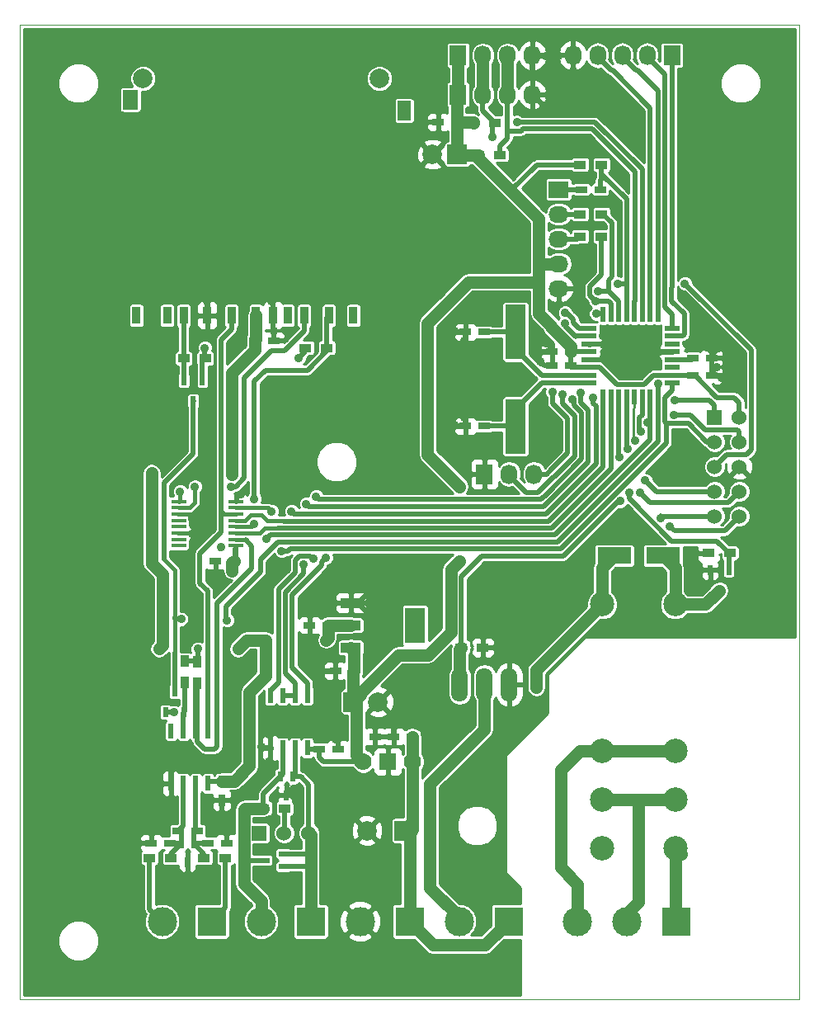
<source format=gbr>
G04 #@! TF.FileFunction,Copper,L1,Top,Signal*
%FSLAX46Y46*%
G04 Gerber Fmt 4.6, Leading zero omitted, Abs format (unit mm)*
G04 Created by KiCad (PCBNEW (2015-03-05 BZR 5480)-product) date Mon 09 Mar 2015 11:20:18 AM EET*
%MOMM*%
G01*
G04 APERTURE LIST*
%ADD10C,0.100000*%
%ADD11C,1.524000*%
%ADD12R,0.900000X1.800000*%
%ADD13R,1.400000X2.000000*%
%ADD14R,1.527000X2.000000*%
%ADD15C,2.000000*%
%ADD16R,1.500000X0.450000*%
%ADD17R,2.999740X2.999740*%
%ADD18C,2.999740*%
%ADD19R,0.599440X1.000760*%
%ADD20R,1.998980X1.998980*%
%ADD21C,1.998980*%
%ADD22R,1.200000X0.750000*%
%ADD23R,0.750000X1.200000*%
%ADD24R,3.500120X1.800860*%
%ADD25R,1.600000X0.550000*%
%ADD26R,0.550000X1.600000*%
%ADD27R,1.524000X1.524000*%
%ADD28R,1.727200X2.032000*%
%ADD29O,1.727200X2.032000*%
%ADD30O,1.699260X3.500120*%
%ADD31R,1.200000X0.900000*%
%ADD32R,2.032000X3.657600*%
%ADD33R,2.032000X1.016000*%
%ADD34R,0.600000X1.550000*%
%ADD35R,2.100580X5.600700*%
%ADD36C,1.778000*%
%ADD37R,1.778000X1.778000*%
%ADD38R,0.900000X1.200000*%
%ADD39C,2.500000*%
%ADD40R,2.032000X1.727200*%
%ADD41O,2.032000X1.727200*%
%ADD42R,1.000760X0.599440*%
%ADD43C,0.900000*%
%ADD44C,0.889000*%
%ADD45C,0.450000*%
%ADD46C,1.270000*%
%ADD47C,0.508000*%
%ADD48C,0.254000*%
G04 APERTURE END LIST*
D10*
X91000000Y-89000000D02*
X91000000Y-189000000D01*
X171000000Y-89000000D02*
X91000000Y-89000000D01*
X171000000Y-189000000D02*
X171000000Y-89000000D01*
X91000000Y-189000000D02*
X171000000Y-189000000D01*
D11*
X162306000Y-139446000D03*
X164846000Y-139446000D03*
X162306000Y-136906000D03*
X164846000Y-136906000D03*
D12*
X122720000Y-118850000D03*
X120170000Y-118850000D03*
X118470000Y-118850000D03*
X115220000Y-118850000D03*
X112720000Y-118850000D03*
X110220000Y-118850000D03*
X107800000Y-118850000D03*
X106100000Y-118850000D03*
X125220000Y-118850000D03*
X116970000Y-118850000D03*
X102950000Y-118850000D03*
D13*
X130446000Y-97850000D03*
D14*
X102361000Y-96700000D03*
D15*
X127890000Y-94550000D03*
X103630000Y-94550000D03*
D16*
X113186000Y-142483000D03*
X113186000Y-141833000D03*
X113186000Y-141183000D03*
X113186000Y-140533000D03*
X113186000Y-139883000D03*
X113186000Y-139233000D03*
X113186000Y-138583000D03*
X113186000Y-137933000D03*
X107286000Y-137933000D03*
X107286000Y-138583000D03*
X107286000Y-139233000D03*
X107286000Y-139883000D03*
X107286000Y-140533000D03*
X107286000Y-141183000D03*
X107286000Y-141833000D03*
X107286000Y-142483000D03*
D17*
X158385000Y-181020000D03*
D18*
X153305000Y-181020000D03*
X148225000Y-181020000D03*
D19*
X105922925Y-159546353D03*
X106875425Y-157433073D03*
X107827925Y-159546353D03*
X163757500Y-144952360D03*
X162805000Y-147065640D03*
X161852500Y-144952360D03*
D20*
X130429000Y-171704000D03*
D21*
X126619000Y-171704000D03*
D22*
X147509158Y-123987318D03*
X145609158Y-123987318D03*
X131252000Y-162052000D03*
X129352000Y-162052000D03*
X160087158Y-125003318D03*
X161987158Y-125003318D03*
X147509158Y-122590318D03*
X145609158Y-122590318D03*
X160087158Y-123225318D03*
X161987158Y-123225318D03*
X125542000Y-162052000D03*
X127442000Y-162052000D03*
D20*
X125222000Y-158496000D03*
D21*
X127762000Y-158496000D03*
D20*
X135890000Y-102313800D03*
D21*
X133350000Y-102313800D03*
D22*
X125283000Y-155321000D03*
X123383000Y-155321000D03*
X135824000Y-99011800D03*
X133924000Y-99011800D03*
X122616000Y-150622000D03*
X120716000Y-150622000D03*
X138619158Y-130210318D03*
X136719158Y-130210318D03*
X138619158Y-120558318D03*
X136719158Y-120558318D03*
X112964000Y-144018000D03*
X111064000Y-144018000D03*
X115128000Y-121412000D03*
X117028000Y-121412000D03*
D23*
X111701425Y-166683713D03*
X111701425Y-168583713D03*
D22*
X121732000Y-163322000D03*
X123632000Y-163322000D03*
X109154000Y-171704000D03*
X107254000Y-171704000D03*
X110302000Y-172974000D03*
X112202000Y-172974000D03*
X106360000Y-172974000D03*
X104460000Y-172974000D03*
D24*
X156999360Y-143500000D03*
X152000640Y-143500000D03*
D25*
X149421158Y-120171318D03*
X149421158Y-120971318D03*
X149421158Y-121771318D03*
X149421158Y-122571318D03*
X149421158Y-123371318D03*
X149421158Y-124171318D03*
X149421158Y-124971318D03*
X149421158Y-125771318D03*
D26*
X150871158Y-127221318D03*
X151671158Y-127221318D03*
X152471158Y-127221318D03*
X153271158Y-127221318D03*
X154071158Y-127221318D03*
X154871158Y-127221318D03*
X155671158Y-127221318D03*
X156471158Y-127221318D03*
D25*
X157921158Y-125771318D03*
X157921158Y-124971318D03*
X157921158Y-124171318D03*
X157921158Y-123371318D03*
X157921158Y-122571318D03*
X157921158Y-121771318D03*
X157921158Y-120971318D03*
X157921158Y-120171318D03*
D26*
X156471158Y-118721318D03*
X155671158Y-118721318D03*
X154871158Y-118721318D03*
X154071158Y-118721318D03*
X153271158Y-118721318D03*
X152471158Y-118721318D03*
X151671158Y-118721318D03*
X150871158Y-118721318D03*
D27*
X115570000Y-171958000D03*
D11*
X118110000Y-171958000D03*
X120650000Y-171958000D03*
D27*
X162306000Y-129286000D03*
D11*
X164846000Y-129286000D03*
X162306000Y-131826000D03*
X164846000Y-131826000D03*
X162306000Y-134366000D03*
X164846000Y-134366000D03*
D28*
X157911800Y-92153800D03*
D29*
X155371800Y-92153800D03*
X152831800Y-92153800D03*
X150291800Y-92153800D03*
X147751800Y-92153800D03*
D28*
X135970000Y-92177800D03*
D29*
X138510000Y-92177800D03*
X141050000Y-92177800D03*
X143590000Y-92177800D03*
D28*
X135970000Y-96177800D03*
D29*
X138510000Y-96177800D03*
X141050000Y-96177800D03*
X143590000Y-96177800D03*
D17*
X110665000Y-181020000D03*
D18*
X105585000Y-181020000D03*
D17*
X120825000Y-181020000D03*
D18*
X115745000Y-181020000D03*
D30*
X138684000Y-156718000D03*
X136144000Y-156718000D03*
X141224000Y-156718000D03*
D31*
X137584000Y-99088000D03*
X139784000Y-99088000D03*
X138092000Y-102390000D03*
X140292000Y-102390000D03*
X163905000Y-143215000D03*
X161705000Y-143215000D03*
X148506000Y-103378000D03*
X150706000Y-103378000D03*
X115994000Y-169418000D03*
X118194000Y-169418000D03*
X136314000Y-152924000D03*
X138514000Y-152924000D03*
D32*
X131572000Y-150622000D03*
D33*
X124968000Y-150622000D03*
X124968000Y-152908000D03*
X124968000Y-148336000D03*
D34*
X106492425Y-166871713D03*
X107762425Y-166871713D03*
X109032425Y-166871713D03*
X110302425Y-166871713D03*
X110302425Y-161471713D03*
X109032425Y-161471713D03*
X107762425Y-161471713D03*
X106492425Y-161471713D03*
X120523000Y-157828000D03*
X119253000Y-157828000D03*
X117983000Y-157828000D03*
X116713000Y-157828000D03*
X116713000Y-163228000D03*
X117983000Y-163228000D03*
X119253000Y-163228000D03*
X120523000Y-163228000D03*
D35*
X141860158Y-130233178D03*
X141860158Y-120535458D03*
D17*
X141145000Y-181020000D03*
D18*
X136065000Y-181020000D03*
D17*
X130985000Y-181020000D03*
D18*
X125905000Y-181020000D03*
D36*
X131318000Y-164620000D03*
D37*
X128778000Y-164620000D03*
D36*
X126238000Y-164620000D03*
D19*
X109728912Y-125497538D03*
X108776412Y-127610818D03*
X107823912Y-125497538D03*
D38*
X109220000Y-154348000D03*
X109220000Y-156548000D03*
D31*
X120312000Y-122174000D03*
X122512000Y-122174000D03*
X110000412Y-123252178D03*
X107800412Y-123252178D03*
D38*
X107891425Y-154341713D03*
X107891425Y-156541713D03*
D31*
X112098000Y-174498000D03*
X109898000Y-174498000D03*
X104310000Y-174498000D03*
X106510000Y-174498000D03*
D39*
X150750000Y-148500000D03*
X150750000Y-163500000D03*
X150750000Y-173500000D03*
X158250000Y-168500000D03*
X158250000Y-148500000D03*
X150750000Y-168500000D03*
X158250000Y-163500000D03*
X158250000Y-173500000D03*
D40*
X146304000Y-105918000D03*
D41*
X146304000Y-108458000D03*
X146304000Y-110998000D03*
X146304000Y-113538000D03*
X146304000Y-116078000D03*
D31*
X148506000Y-108458000D03*
X150706000Y-108458000D03*
X148506000Y-110744000D03*
X150706000Y-110744000D03*
D22*
X148656000Y-105918000D03*
X150556000Y-105918000D03*
D28*
X138684000Y-135128000D03*
D29*
X141224000Y-135128000D03*
X143764000Y-135128000D03*
D19*
X117713760Y-166182040D03*
X119014240Y-166182040D03*
X118364000Y-168081960D03*
D42*
X118043960Y-174101760D03*
X118043960Y-175402240D03*
X116144040Y-174752000D03*
D19*
X107553760Y-173040040D03*
X108854240Y-173040040D03*
X108204000Y-174939960D03*
D43*
X111633000Y-142621000D03*
X144000000Y-157000000D03*
X119126000Y-167386000D03*
X119380000Y-168656000D03*
X123444000Y-162306000D03*
X116586000Y-164592000D03*
X115824000Y-163068000D03*
X116586000Y-161798000D03*
X111125000Y-145288000D03*
X113665000Y-137160000D03*
X108712000Y-139700000D03*
X108712000Y-141224000D03*
X114554000Y-155194000D03*
X121666000Y-155194000D03*
X156464000Y-121666000D03*
X150876000Y-120904000D03*
X163068000Y-125222000D03*
X136652000Y-129286000D03*
X135636000Y-130048000D03*
X136652000Y-121412000D03*
X135636000Y-120396000D03*
D44*
X144409925Y-123560075D03*
D43*
X144272000Y-122428000D03*
X145034000Y-121666000D03*
D44*
X144780000Y-100612920D03*
D43*
X143510000Y-93980000D03*
X147828000Y-93726000D03*
X145034000Y-92202000D03*
X146304000Y-92202000D03*
X144780000Y-97282000D03*
X145288000Y-96266000D03*
X150929000Y-121872000D03*
X156517000Y-122634000D03*
X162676490Y-122253000D03*
X161470000Y-122126000D03*
X162486000Y-124158000D03*
X150929000Y-123142000D03*
X117094000Y-120396000D03*
X116840000Y-117348000D03*
X110236000Y-117348000D03*
X113030000Y-168402000D03*
X106426000Y-165100000D03*
X126746000Y-147320000D03*
X127254000Y-148336000D03*
X127000000Y-149606000D03*
X122936000Y-148082000D03*
X122174000Y-149098000D03*
X129286000Y-160528000D03*
X114046000Y-148640800D03*
X136144000Y-136398000D03*
X136144000Y-144018000D03*
X114554000Y-157480000D03*
X105283000Y-153035000D03*
X112776000Y-135001000D03*
X104521000Y-135001000D03*
X113385600Y-153035000D03*
X112776000Y-145034000D03*
X116205000Y-152146000D03*
X113004600Y-166624000D03*
X109245400Y-153035000D03*
X106811229Y-159561829D03*
X122428000Y-152146000D03*
X119634000Y-123190000D03*
X115062000Y-122428000D03*
X109982000Y-122174000D03*
X115062000Y-137668000D03*
X115062000Y-140208000D03*
X108966000Y-136400601D03*
X112649000Y-136398000D03*
X107569000Y-149987000D03*
X112268000Y-150114000D03*
D44*
X156473456Y-125873028D03*
X158242343Y-127508343D03*
D43*
X156737304Y-139680696D03*
X146974208Y-118541105D03*
X145653749Y-126714282D03*
X157734000Y-140511706D03*
X146730509Y-126954371D03*
X146971589Y-119647182D03*
D44*
X152641308Y-137909308D03*
X152572868Y-133350000D03*
X153530308Y-137020308D03*
X153408296Y-132580296D03*
D43*
X116332000Y-141732000D03*
X107442000Y-136906000D03*
X155448000Y-129794000D03*
X158110569Y-129032000D03*
X117856000Y-143002000D03*
X116840000Y-138938000D03*
D44*
X142000000Y-99000000D03*
D43*
X139500000Y-100500000D03*
D44*
X147688290Y-127490658D03*
D43*
X121412000Y-137414000D03*
D44*
X122428000Y-143699748D03*
X150368000Y-116332000D03*
X148590000Y-126746000D03*
X148590000Y-126746000D03*
X148590000Y-126746000D03*
X148590000Y-126746000D03*
X148590000Y-126746000D03*
X148590000Y-126746000D03*
D43*
X120396000Y-138176000D03*
X120396000Y-138176000D03*
X120396000Y-138176000D03*
X121158000Y-143764000D03*
X121158000Y-143764000D03*
X121158000Y-143764000D03*
X121158000Y-143764000D03*
X121158000Y-143764000D03*
D44*
X150103100Y-117391602D03*
D43*
X120142000Y-144416458D03*
X149860000Y-127254000D03*
X118872000Y-138938000D03*
X150136557Y-118664303D03*
X152400000Y-115570000D03*
X159258000Y-115570000D03*
X154763948Y-130780734D03*
X155194000Y-135763000D03*
X154178365Y-131715692D03*
X154686000Y-137033000D03*
D45*
X111633000Y-142621000D02*
X111506000Y-142748000D01*
D46*
X144000000Y-157000000D02*
X144000000Y-155250000D01*
X144000000Y-155250000D02*
X150750000Y-148500000D01*
X131318000Y-171577000D02*
X130937000Y-171958000D01*
X131318000Y-164620000D02*
X131318000Y-171577000D01*
X131318000Y-162118000D02*
X131252000Y-162052000D01*
X131318000Y-164620000D02*
X131318000Y-162118000D01*
X138756129Y-183408871D02*
X141145000Y-181020000D01*
X133373871Y-183408871D02*
X138756129Y-183408871D01*
X130985000Y-181020000D02*
X133373871Y-183408871D01*
X130985000Y-172006000D02*
X130937000Y-171958000D01*
X131191000Y-171704000D02*
X131318000Y-171577000D01*
X130429000Y-171704000D02*
X131191000Y-171704000D01*
X130985000Y-172260000D02*
X130985000Y-173183550D01*
X130985000Y-173183550D02*
X130985000Y-172006000D01*
X130985000Y-181020000D02*
X130985000Y-173183550D01*
X131318000Y-170815000D02*
X130429000Y-171704000D01*
X131318000Y-164620000D02*
X131318000Y-170815000D01*
X130985000Y-172260000D02*
X130429000Y-171704000D01*
X130985000Y-181020000D02*
X130985000Y-172260000D01*
X150750000Y-144750640D02*
X152000640Y-143500000D01*
X150750000Y-148500000D02*
X150750000Y-144750640D01*
D47*
X118364000Y-168081960D02*
X118430040Y-168081960D01*
X118430040Y-168081960D02*
X119126000Y-167386000D01*
X118364000Y-168081960D02*
X118805960Y-168081960D01*
X118805960Y-168081960D02*
X119380000Y-168656000D01*
X123632000Y-163322000D02*
X123632000Y-162494000D01*
X123632000Y-162494000D02*
X123444000Y-162306000D01*
X116713000Y-163228000D02*
X116713000Y-164465000D01*
X116713000Y-164465000D02*
X116586000Y-164592000D01*
X116713000Y-163228000D02*
X115984000Y-163228000D01*
X115984000Y-163228000D02*
X115824000Y-163068000D01*
X116713000Y-163228000D02*
X116713000Y-161925000D01*
X116713000Y-161925000D02*
X116586000Y-161798000D01*
D45*
X111064000Y-144018000D02*
X111064000Y-145227000D01*
X111064000Y-145227000D02*
X111125000Y-145288000D01*
X113186000Y-137933000D02*
X113186000Y-137639000D01*
X113186000Y-137639000D02*
X113665000Y-137160000D01*
X107286000Y-139233000D02*
X108245000Y-139233000D01*
X108245000Y-139233000D02*
X108712000Y-139700000D01*
X107286000Y-141183000D02*
X108671000Y-141183000D01*
X108671000Y-141183000D02*
X108712000Y-141224000D01*
D47*
X123383000Y-155321000D02*
X121793000Y-155321000D01*
X121793000Y-155321000D02*
X121666000Y-155194000D01*
X156517000Y-122634000D02*
X156517000Y-121719000D01*
X156517000Y-121719000D02*
X156464000Y-121666000D01*
X161987158Y-125003318D02*
X162849318Y-125003318D01*
X162849318Y-125003318D02*
X163068000Y-125222000D01*
X136719158Y-130210318D02*
X136719158Y-129353158D01*
X136719158Y-129353158D02*
X136652000Y-129286000D01*
X136719158Y-130210318D02*
X135798318Y-130210318D01*
X135798318Y-130210318D02*
X135636000Y-130048000D01*
X136719158Y-120558318D02*
X136719158Y-121344842D01*
X136719158Y-121344842D02*
X136652000Y-121412000D01*
X136719158Y-120558318D02*
X135798318Y-120558318D01*
X135798318Y-120558318D02*
X135636000Y-120396000D01*
X145609158Y-123987318D02*
X144837168Y-123987318D01*
X144837168Y-123987318D02*
X144409925Y-123560075D01*
X145609158Y-122590318D02*
X144434318Y-122590318D01*
X144434318Y-122590318D02*
X144272000Y-122428000D01*
X145609158Y-122590318D02*
X145609158Y-122241158D01*
X145609158Y-122241158D02*
X145034000Y-121666000D01*
X143590000Y-92177800D02*
X143590000Y-93900000D01*
X143590000Y-93900000D02*
X143510000Y-93980000D01*
X143590000Y-92177800D02*
X145009800Y-92177800D01*
X145009800Y-92177800D02*
X145034000Y-92202000D01*
X143590000Y-96177800D02*
X143675800Y-96177800D01*
X143675800Y-96177800D02*
X144780000Y-97282000D01*
X150828318Y-121771318D02*
X150929000Y-121872000D01*
X149421158Y-121771318D02*
X150828318Y-121771318D01*
X156579682Y-122571318D02*
X156517000Y-122634000D01*
X157921158Y-122571318D02*
X156579682Y-122571318D01*
X161987158Y-122942332D02*
X162676490Y-122253000D01*
X161987158Y-123225318D02*
X161987158Y-122942332D01*
X161987158Y-122643158D02*
X161470000Y-122126000D01*
X161987158Y-123225318D02*
X161987158Y-122643158D01*
X161987158Y-124656842D02*
X162486000Y-124158000D01*
X161987158Y-125003318D02*
X161987158Y-124656842D01*
X149421158Y-123371318D02*
X150729158Y-123371318D01*
X150729158Y-123371318D02*
X150929000Y-123171476D01*
X150929000Y-123171476D02*
X150929000Y-123142000D01*
X120716000Y-150622000D02*
X120716000Y-150688000D01*
X117028000Y-120462000D02*
X117094000Y-120396000D01*
X117028000Y-121412000D02*
X117028000Y-120462000D01*
X116970000Y-117478000D02*
X116840000Y-117348000D01*
X116970000Y-118850000D02*
X116970000Y-117478000D01*
X110220000Y-117364000D02*
X110236000Y-117348000D01*
X110220000Y-118850000D02*
X110220000Y-117364000D01*
X112848287Y-168583713D02*
X113030000Y-168402000D01*
X111701425Y-168583713D02*
X112848287Y-168583713D01*
X106492425Y-165166425D02*
X106426000Y-165100000D01*
X106492425Y-166871713D02*
X106492425Y-165166425D01*
X125730000Y-148336000D02*
X126746000Y-147320000D01*
X124968000Y-148336000D02*
X127254000Y-148336000D01*
X125730000Y-148336000D02*
X127000000Y-149606000D01*
X124968000Y-148336000D02*
X125730000Y-148336000D01*
X123190000Y-148336000D02*
X122936000Y-148082000D01*
X123190000Y-148336000D02*
X124968000Y-148336000D01*
X129352000Y-160594000D02*
X129286000Y-160528000D01*
X129352000Y-162052000D02*
X129352000Y-160594000D01*
D48*
X114046000Y-148640800D02*
X114020600Y-148640800D01*
D47*
X160087158Y-125003318D02*
X160312158Y-125003318D01*
X164338000Y-127254000D02*
X164846000Y-127762000D01*
X164846000Y-127762000D02*
X164846000Y-129286000D01*
X160312158Y-125003318D02*
X162562840Y-127254000D01*
X162562840Y-127254000D02*
X164338000Y-127254000D01*
D46*
X125222000Y-158496000D02*
X125924309Y-157793691D01*
X125924309Y-157793691D02*
X125924309Y-157613907D01*
X125924309Y-157613907D02*
X129868216Y-153670000D01*
X129868216Y-153670000D02*
X132877562Y-153670000D01*
X132877562Y-153670000D02*
X135221790Y-151325772D01*
X135221790Y-151325772D02*
X135221790Y-144940210D01*
X135221790Y-144940210D02*
X136144000Y-144018000D01*
D47*
X121732000Y-163322000D02*
X120617000Y-163322000D01*
X120617000Y-163322000D02*
X120523000Y-163228000D01*
X126238000Y-164620000D02*
X122147000Y-164620000D01*
X122147000Y-164620000D02*
X121732000Y-164205000D01*
X121732000Y-164205000D02*
X121732000Y-163322000D01*
D46*
X144081467Y-108738229D02*
X141374839Y-106031601D01*
X141374839Y-106031601D02*
X140716000Y-105372762D01*
D47*
X148506000Y-103378000D02*
X144028440Y-103378000D01*
X144028440Y-103378000D02*
X141374839Y-106031601D01*
X143510000Y-115397723D02*
X144272000Y-115397723D01*
X144272000Y-115397723D02*
X144190277Y-115397723D01*
X147509158Y-123987318D02*
X147509158Y-122590318D01*
X140716000Y-105410000D02*
X140716000Y-105372762D01*
X140734619Y-105391381D02*
X140716000Y-105410000D01*
D46*
X146304000Y-113538000D02*
X144442562Y-113538000D01*
X144442562Y-113538000D02*
X144272000Y-113367438D01*
X144272000Y-118618000D02*
X144272000Y-113367438D01*
X145542000Y-119888000D02*
X144272000Y-118618000D01*
X145542000Y-120039398D02*
X145542000Y-119888000D01*
X147509158Y-122006556D02*
X145542000Y-120039398D01*
X147509158Y-122590318D02*
X147509158Y-122006556D01*
X144272000Y-113367438D02*
X144272000Y-112366590D01*
D47*
X149421158Y-124171318D02*
X150519120Y-124171318D01*
X150519120Y-124171318D02*
X152311919Y-125964117D01*
X152311919Y-125964117D02*
X155047849Y-125964117D01*
X155047849Y-125964117D02*
X155988206Y-125023760D01*
X155988206Y-125023760D02*
X155988206Y-124971318D01*
X155988206Y-124971318D02*
X157921158Y-124971318D01*
D46*
X138092000Y-102748762D02*
X138092000Y-102390000D01*
X125542000Y-163924000D02*
X125542000Y-162052000D01*
X126238000Y-164620000D02*
X125542000Y-163924000D01*
X125542000Y-158816000D02*
X125222000Y-158496000D01*
X125542000Y-162052000D02*
X125542000Y-158816000D01*
D47*
X160055158Y-124971318D02*
X160087158Y-125003318D01*
X157921158Y-124971318D02*
X160055158Y-124971318D01*
X147566158Y-124171318D02*
X149421158Y-124171318D01*
X147509158Y-124114318D02*
X147566158Y-124171318D01*
X147528158Y-122571318D02*
X149421158Y-122571318D01*
X147509158Y-122590318D02*
X147528158Y-122571318D01*
X147693158Y-124171318D02*
X147509158Y-123987318D01*
X149421158Y-124171318D02*
X147693158Y-124171318D01*
D46*
X125222000Y-155382000D02*
X125283000Y-155321000D01*
X125222000Y-158496000D02*
X125222000Y-155382000D01*
X135966200Y-102390000D02*
X135890000Y-102313800D01*
X138092000Y-102390000D02*
X135966200Y-102390000D01*
X135890000Y-99077800D02*
X135824000Y-99011800D01*
X135890000Y-102313800D02*
X135890000Y-99077800D01*
X137507800Y-99011800D02*
X137584000Y-99088000D01*
X135824000Y-99011800D02*
X137507800Y-99011800D01*
X135824000Y-96323800D02*
X135970000Y-96177800D01*
X135824000Y-99011800D02*
X135824000Y-96323800D01*
X138092000Y-102692618D02*
X138092000Y-102390000D01*
X135970000Y-96177800D02*
X135970000Y-92177800D01*
X125283000Y-153223000D02*
X125283000Y-155321000D01*
X124968000Y-152908000D02*
X125283000Y-153223000D01*
X144272000Y-108928762D02*
X144081467Y-108738229D01*
X140716000Y-105372762D02*
X138092000Y-102748762D01*
X144272000Y-112366590D02*
X144272000Y-108928762D01*
X144190277Y-115397723D02*
X144272000Y-115316000D01*
X137078277Y-115397723D02*
X143510000Y-115397723D01*
X132842000Y-119634000D02*
X137078277Y-115397723D01*
X132842000Y-133096000D02*
X132842000Y-119634000D01*
X136144000Y-136398000D02*
X132842000Y-133096000D01*
D47*
X144093371Y-108738229D02*
X144081467Y-108738229D01*
D48*
X124968000Y-155006000D02*
X125283000Y-155321000D01*
X124968000Y-152908000D02*
X124968000Y-155006000D01*
X144272000Y-115397723D02*
X144272000Y-113367438D01*
D47*
X159941158Y-123371318D02*
X160087158Y-123225318D01*
X157921158Y-123371318D02*
X159941158Y-123371318D01*
D46*
X114554000Y-158116396D02*
X114554000Y-157480000D01*
X113004600Y-166624000D02*
X114554000Y-165074600D01*
X115003999Y-157030001D02*
X114554000Y-157480000D01*
X116205000Y-155829000D02*
X115003999Y-157030001D01*
X114554000Y-165074600D02*
X114554000Y-158116396D01*
X116205000Y-152146000D02*
X116205000Y-155829000D01*
X104521000Y-144272000D02*
X104521000Y-136299998D01*
X105664000Y-145415000D02*
X104521000Y-144272000D01*
X105664000Y-152654000D02*
X105664000Y-145415000D01*
X105283000Y-153035000D02*
X105664000Y-152654000D01*
X104521000Y-136299998D02*
X104521000Y-135001000D01*
X116205000Y-152146000D02*
X114274600Y-152146000D01*
X114274600Y-152146000D02*
X113385600Y-153035000D01*
D45*
X113186000Y-142483000D02*
X113186000Y-143796000D01*
X113186000Y-143796000D02*
X112964000Y-144018000D01*
D46*
X112776000Y-134364604D02*
X112776000Y-135001000D01*
X112776000Y-128651000D02*
X112776000Y-135001000D01*
X115062000Y-122428000D02*
X112776000Y-124714000D01*
X112776000Y-124714000D02*
X112776000Y-134364604D01*
X112776000Y-135128000D02*
X112776000Y-135001000D01*
X112776000Y-145034000D02*
X112776000Y-144206000D01*
X112776000Y-144206000D02*
X112964000Y-144018000D01*
D48*
X112932000Y-142737000D02*
X112932000Y-143986000D01*
X112932000Y-143986000D02*
X112964000Y-144018000D01*
D47*
X110490425Y-166683713D02*
X110302425Y-166871713D01*
X111701425Y-166683713D02*
X110490425Y-166683713D01*
X109213713Y-154341713D02*
X109220000Y-154348000D01*
X107891425Y-154341713D02*
X109213713Y-154341713D01*
X109728912Y-123523678D02*
X110000412Y-123252178D01*
X109728912Y-125497538D02*
X109728912Y-123523678D01*
D46*
X111761138Y-166624000D02*
X111701425Y-166683713D01*
X113004600Y-166624000D02*
X111761138Y-166624000D01*
D47*
X109245400Y-154322600D02*
X109220000Y-154348000D01*
X109245400Y-153035000D02*
X109245400Y-154322600D01*
X106795753Y-159546353D02*
X106811229Y-159561829D01*
X105922925Y-159546353D02*
X106795753Y-159546353D01*
X122616000Y-150622000D02*
X122391000Y-150622000D01*
D46*
X122616000Y-150622000D02*
X124968000Y-150622000D01*
X122616000Y-151958000D02*
X122428000Y-152146000D01*
X122616000Y-150622000D02*
X122616000Y-151958000D01*
D47*
X115220000Y-121382000D02*
X115250000Y-121412000D01*
X115220000Y-118850000D02*
X115220000Y-121382000D01*
X120312000Y-122512000D02*
X119634000Y-123190000D01*
X120312000Y-122174000D02*
X120312000Y-122512000D01*
X109982000Y-123233766D02*
X110000412Y-123252178D01*
X109982000Y-122174000D02*
X109982000Y-123233766D01*
D46*
X115220000Y-121320000D02*
X115128000Y-121412000D01*
X115220000Y-118850000D02*
X115220000Y-121320000D01*
X115128000Y-122362000D02*
X115062000Y-122428000D01*
X115128000Y-121412000D02*
X115128000Y-122362000D01*
D47*
X141837298Y-130210318D02*
X141860158Y-130233178D01*
X138619158Y-130210318D02*
X141837298Y-130210318D01*
X141860158Y-128483118D02*
X141860158Y-130233178D01*
X144571958Y-125771318D02*
X141860158Y-128483118D01*
X149421158Y-125771318D02*
X144571958Y-125771318D01*
X141837298Y-120558318D02*
X141860158Y-120535458D01*
X138619158Y-120558318D02*
X141837298Y-120558318D01*
X141860158Y-122285518D02*
X141860158Y-120535458D01*
X144545958Y-124971318D02*
X141860158Y-122285518D01*
X149421158Y-124971318D02*
X144545958Y-124971318D01*
X112098000Y-174498000D02*
X112098000Y-179587000D01*
X112098000Y-179587000D02*
X110665000Y-181020000D01*
X104310000Y-174498000D02*
X104310000Y-179745000D01*
X104310000Y-179745000D02*
X105585000Y-181020000D01*
X122512000Y-122174000D02*
X122512000Y-122471000D01*
X122512000Y-122471000D02*
X120523000Y-124460000D01*
X120523000Y-124460000D02*
X116205000Y-124460000D01*
X116205000Y-124460000D02*
X115062000Y-125603000D01*
X115062000Y-125603000D02*
X115062000Y-137668000D01*
D45*
X113186000Y-140533000D02*
X114737000Y-140533000D01*
X114737000Y-140533000D02*
X115062000Y-140208000D01*
D47*
X122512000Y-122174000D02*
X122512000Y-119058000D01*
X122512000Y-119058000D02*
X122720000Y-118850000D01*
X122362000Y-122174000D02*
X122512000Y-122174000D01*
D45*
X108966000Y-138049000D02*
X108966000Y-136400601D01*
D47*
X114046000Y-135509000D02*
X113157000Y-136398000D01*
X113157000Y-136398000D02*
X112649000Y-136398000D01*
X114046000Y-125222000D02*
X114046000Y-135509000D01*
X116840000Y-122428000D02*
X114046000Y-125222000D01*
X118185038Y-122428000D02*
X116840000Y-122428000D01*
X118717099Y-121895939D02*
X118185038Y-122428000D01*
D45*
X107286000Y-138583000D02*
X108432000Y-138583000D01*
X108432000Y-138583000D02*
X108966000Y-138049000D01*
D47*
X118717099Y-121895939D02*
X120170000Y-120443038D01*
X120170000Y-120443038D02*
X120170000Y-118850000D01*
X110302425Y-161471713D02*
X110302425Y-147132425D01*
X110302425Y-147132425D02*
X109474000Y-146304000D01*
X109474000Y-146304000D02*
X109474000Y-143256000D01*
X109474000Y-143256000D02*
X111632991Y-141097009D01*
X111632991Y-141097009D02*
X111632991Y-138937991D01*
X112720000Y-120258000D02*
X112720000Y-118850000D01*
X111632991Y-138937991D02*
X111632991Y-121345009D01*
X111928000Y-139233000D02*
X111632991Y-138937991D01*
X111632991Y-121345009D02*
X112720000Y-120258000D01*
D45*
X113186000Y-139233000D02*
X111928000Y-139233000D01*
D47*
X158242343Y-127508343D02*
X161798343Y-127508343D01*
X161798343Y-127508343D02*
X162306000Y-128016000D01*
X162306000Y-128016000D02*
X162306000Y-129286000D01*
D45*
X106875425Y-144975425D02*
X106875425Y-149831936D01*
D47*
X106932604Y-149987000D02*
X106875425Y-149929821D01*
D45*
X106875425Y-149831936D02*
X106875425Y-153484751D01*
D47*
X107569000Y-149987000D02*
X106932604Y-149987000D01*
X106875425Y-149929821D02*
X106875425Y-149831936D01*
X112141000Y-149606000D02*
X112141000Y-149987000D01*
X112141000Y-149987000D02*
X112268000Y-150114000D01*
X112141000Y-148717000D02*
X112141000Y-149606000D01*
X115697000Y-145161000D02*
X112141000Y-148717000D01*
X115697000Y-143891000D02*
X115697000Y-145161000D01*
X117500400Y-142087600D02*
X115697000Y-143891000D01*
D45*
X105774170Y-143874170D02*
X106875425Y-144975425D01*
D47*
X119735600Y-142087600D02*
X117500400Y-142087600D01*
X117500400Y-142087600D02*
X117348000Y-142240000D01*
X119735600Y-142087600D02*
X119684800Y-142087600D01*
X156471158Y-127221318D02*
X156471158Y-131798446D01*
X156471158Y-131798446D02*
X146182776Y-142086828D01*
X146182776Y-142086828D02*
X145390372Y-142086828D01*
X145390372Y-142086828D02*
X145389600Y-142087600D01*
X145389600Y-142087600D02*
X126390400Y-142087600D01*
X126390400Y-142087600D02*
X119735600Y-142087600D01*
X108776412Y-127610818D02*
X108814818Y-127610818D01*
X156473456Y-125873028D02*
X156473456Y-127219020D01*
X156473456Y-127219020D02*
X156471158Y-127221318D01*
X156471158Y-127221318D02*
X156471158Y-127746318D01*
X106875425Y-153484751D02*
X106875425Y-157433073D01*
X105774170Y-136033830D02*
X108776412Y-133031588D01*
X108776412Y-127610818D02*
X108776412Y-133031588D01*
X105774170Y-143874170D02*
X105774170Y-136033830D01*
D46*
X158250000Y-144750640D02*
X156999360Y-143500000D01*
X158250000Y-148500000D02*
X158250000Y-144750640D01*
X161370640Y-148500000D02*
X162805000Y-147065640D01*
X158250000Y-148500000D02*
X161370640Y-148500000D01*
D47*
X156737304Y-139426696D02*
X156756608Y-139446000D01*
X156756608Y-139446000D02*
X162306000Y-139446000D01*
X156737304Y-139680696D02*
X156737304Y-139426696D01*
X149421158Y-120171318D02*
X148390718Y-120171318D01*
X147141505Y-118541105D02*
X146974208Y-118541105D01*
X147828000Y-119227600D02*
X147141505Y-118541105D01*
X147828000Y-119608600D02*
X147828000Y-119227600D01*
X148390718Y-120171318D02*
X147828000Y-119608600D01*
X145653749Y-127843155D02*
X147218370Y-129407776D01*
X145653749Y-126714282D02*
X145653749Y-127843155D01*
X147218370Y-132964026D02*
X145542000Y-134640396D01*
X147218370Y-129407776D02*
X147218370Y-132964026D01*
X147086038Y-118652935D02*
X146974208Y-118541105D01*
X143764000Y-135128000D02*
X145054396Y-135128000D01*
X145054396Y-135128000D02*
X145542000Y-134640396D01*
X145542000Y-134650594D02*
X145430297Y-134762297D01*
X145542000Y-134640396D02*
X145542000Y-134650594D01*
X157734000Y-140511706D02*
X158183999Y-140961705D01*
X158183999Y-140961705D02*
X163330295Y-140961705D01*
X163330295Y-140961705D02*
X164084001Y-140207999D01*
X164084001Y-140207999D02*
X164846000Y-139446000D01*
X144180618Y-137007580D02*
X142951180Y-137007580D01*
X142951180Y-137007580D02*
X141224000Y-135280400D01*
X141224000Y-135280400D02*
X141224000Y-135128000D01*
X145806198Y-135392198D02*
X145796000Y-135392198D01*
X145796000Y-135392198D02*
X144180618Y-137007580D01*
X147929580Y-133268816D02*
X145806198Y-135392198D01*
X147929580Y-129113184D02*
X147929580Y-133268816D01*
X146730509Y-126954371D02*
X146730509Y-127914113D01*
X146730509Y-127914113D02*
X147929580Y-129113184D01*
X149421158Y-120971318D02*
X148113158Y-120971318D01*
X148113158Y-120971318D02*
X148082000Y-121002476D01*
X148082000Y-121002476D02*
X148049696Y-121002476D01*
X146971589Y-119924369D02*
X146971589Y-119647182D01*
X148049696Y-121002476D02*
X146971589Y-119924369D01*
X152641308Y-137909308D02*
X152628616Y-137922000D01*
X152628616Y-137922000D02*
X152359208Y-137922000D01*
X152359208Y-137922000D02*
X146771208Y-143510000D01*
X146771208Y-143510000D02*
X138430000Y-143510000D01*
X138430000Y-143510000D02*
X136314000Y-145626000D01*
X136314000Y-145626000D02*
X136314000Y-152924000D01*
X152471158Y-133024842D02*
X152572868Y-133126552D01*
X152572868Y-133126552D02*
X152572868Y-133350000D01*
X152471158Y-127221318D02*
X152471158Y-133024842D01*
D46*
X136144000Y-153094000D02*
X136314000Y-152924000D01*
X136144000Y-155718000D02*
X136144000Y-153094000D01*
D47*
X153530308Y-137020308D02*
X153530308Y-137648925D01*
X153530308Y-137648925D02*
X157867383Y-141986000D01*
X157867383Y-141986000D02*
X162526000Y-141986000D01*
X162526000Y-141986000D02*
X163755000Y-143215000D01*
X163755000Y-143215000D02*
X163905000Y-143215000D01*
X153271158Y-127221318D02*
X153271158Y-132443158D01*
X153271158Y-132443158D02*
X153408296Y-132580296D01*
X163757500Y-143362500D02*
X163905000Y-143215000D01*
X163757500Y-144952360D02*
X163757500Y-143362500D01*
D45*
X116371432Y-139883000D02*
X118039008Y-139883000D01*
X114660002Y-139319000D02*
X115807432Y-139319000D01*
X115807432Y-139319000D02*
X116371432Y-139883000D01*
X113186000Y-139883000D02*
X114096002Y-139883000D01*
X114096002Y-139883000D02*
X114660002Y-139319000D01*
X118039008Y-139883000D02*
X118110004Y-139953996D01*
D47*
X145288801Y-139953199D02*
X118110801Y-139953199D01*
X122174000Y-139953996D02*
X118110004Y-139953996D01*
X145288801Y-139953199D02*
X122174000Y-139953996D01*
X122174000Y-139953996D02*
X122072400Y-139954000D01*
X150871158Y-134370842D02*
X145288801Y-139953199D01*
X150871158Y-127221318D02*
X150871158Y-134370842D01*
D45*
X113186000Y-141183000D02*
X115611000Y-141183000D01*
X115611000Y-141183000D02*
X116129591Y-140664409D01*
X116129591Y-140664409D02*
X117499609Y-140664409D01*
D47*
X118923591Y-140664409D02*
X117499609Y-140664409D01*
X118923591Y-140664409D02*
X145593591Y-140664409D01*
X151671158Y-134586842D02*
X145593591Y-140664409D01*
X151671158Y-127221318D02*
X151671158Y-134586842D01*
X158110569Y-129032000D02*
X159842198Y-129032000D01*
X159842198Y-129032000D02*
X161366198Y-130556000D01*
X161366198Y-130556000D02*
X164653630Y-130556000D01*
X164653630Y-130556000D02*
X164846000Y-130748370D01*
X164846000Y-130748370D02*
X164846000Y-131826000D01*
X155671158Y-130218208D02*
X155671158Y-131592644D01*
X155671158Y-131592644D02*
X145888183Y-141375619D01*
X116687600Y-141376400D02*
X116332000Y-141732000D01*
X145888183Y-141375619D02*
X143598119Y-141375619D01*
X143598119Y-141375619D02*
X143597338Y-141376400D01*
X143597338Y-141376400D02*
X116687600Y-141376400D01*
D45*
X116332000Y-141673244D02*
X116332000Y-141732000D01*
X107442000Y-136906000D02*
X107442000Y-137777000D01*
X107442000Y-137777000D02*
X107286000Y-137933000D01*
D47*
X155671158Y-127221318D02*
X155671158Y-130218208D01*
X155448000Y-129794000D02*
X155671158Y-130017158D01*
X155671158Y-130017158D02*
X155671158Y-130218208D01*
X157366630Y-129939201D02*
X159657201Y-129939201D01*
X159657201Y-129939201D02*
X161544000Y-131826000D01*
X161544000Y-131826000D02*
X162306000Y-131826000D01*
X118492396Y-143002000D02*
X117856000Y-143002000D01*
X118746396Y-142748000D02*
X118492396Y-143002000D01*
X157366630Y-131939370D02*
X146558000Y-142748000D01*
X157366630Y-129939201D02*
X157366630Y-131939370D01*
X146558000Y-142748000D02*
X118746396Y-142748000D01*
D45*
X113186000Y-138583000D02*
X116485000Y-138583000D01*
X116485000Y-138583000D02*
X116840000Y-138938000D01*
D47*
X157203359Y-127272117D02*
X157203359Y-129775930D01*
X162306000Y-132334000D02*
X162052009Y-132080009D01*
X157366630Y-129939201D02*
X157203359Y-129775930D01*
X157921158Y-126554318D02*
X157203359Y-127272117D01*
X157921158Y-125771318D02*
X157921158Y-126554318D01*
X159178359Y-120812079D02*
X159178359Y-118672557D01*
X159019120Y-120971318D02*
X159178359Y-120812079D01*
X157921158Y-120971318D02*
X159019120Y-120971318D01*
X159178359Y-118672557D02*
X157893578Y-117387776D01*
X157893578Y-117387776D02*
X157893578Y-116000000D01*
X157911800Y-115981778D02*
X157911800Y-92153800D01*
X157893578Y-116000000D02*
X157911800Y-115981778D01*
X155371800Y-92306200D02*
X155371800Y-92153800D01*
X157182368Y-94116768D02*
X155371800Y-92306200D01*
X157203359Y-118000000D02*
X157203359Y-117703359D01*
X157203359Y-117703359D02*
X157182368Y-117682368D01*
X157921158Y-118717799D02*
X157203359Y-118000000D01*
X157182368Y-117682368D02*
X157182368Y-94116768D01*
X157921158Y-120171318D02*
X157921158Y-118717799D01*
X152831800Y-92306200D02*
X152831800Y-92153800D01*
X154203400Y-93677800D02*
X152831800Y-92306200D01*
X154355800Y-93677800D02*
X154203400Y-93677800D01*
X156471158Y-95793158D02*
X154355800Y-93677800D01*
X156471158Y-118721318D02*
X156471158Y-95793158D01*
X150291800Y-92306200D02*
X150291800Y-92153800D01*
X151663400Y-93677800D02*
X150291800Y-92306200D01*
X151815800Y-93677800D02*
X151663400Y-93677800D01*
X155671158Y-97533158D02*
X151815800Y-93677800D01*
X155671158Y-118721318D02*
X155671158Y-97533158D01*
X142000000Y-99000000D02*
X150000000Y-99000000D01*
X150000000Y-99000000D02*
X154871158Y-103871158D01*
X154871158Y-103871158D02*
X154871158Y-118721318D01*
X138510000Y-97814000D02*
X139784000Y-99088000D01*
X138510000Y-96177800D02*
X138510000Y-97814000D01*
D46*
X138510000Y-96177800D02*
X138510000Y-92177800D01*
D47*
X139500000Y-99372000D02*
X139784000Y-99088000D01*
X139500000Y-100500000D02*
X139500000Y-99372000D01*
X141050000Y-100078893D02*
X141227192Y-99901701D01*
X154071158Y-117413318D02*
X154071158Y-118721318D01*
X141227192Y-99901701D02*
X142432817Y-99901701D01*
X142432817Y-99901701D02*
X142623308Y-99711210D01*
X142623308Y-99711210D02*
X149705408Y-99711210D01*
X149705408Y-99711210D02*
X154102201Y-104108003D01*
X154102201Y-104108003D02*
X154102201Y-117382275D01*
X154102201Y-117382275D02*
X154071158Y-117413318D01*
X140292000Y-101432000D02*
X141050000Y-100674000D01*
X140292000Y-102390000D02*
X140292000Y-101432000D01*
D46*
X141050000Y-96177800D02*
X141050000Y-92177800D01*
D47*
X141050000Y-100078893D02*
X141050000Y-96177800D01*
X141050000Y-100674000D02*
X141050000Y-100078893D01*
X120523000Y-157828000D02*
X120523000Y-156545000D01*
X120523000Y-156545000D02*
X118948210Y-154970210D01*
X118948210Y-154970210D02*
X118948210Y-154508210D01*
X122428000Y-143699748D02*
X121983501Y-144144247D01*
X121983501Y-144144247D02*
X121983501Y-144498400D01*
X121983501Y-144498400D02*
X118948210Y-147533691D01*
X118948210Y-147533691D02*
X118948210Y-154508210D01*
X151389840Y-115695200D02*
X151389840Y-116332000D01*
X150706000Y-108458000D02*
X150856000Y-108458000D01*
X150856000Y-108458000D02*
X151763201Y-109365201D01*
X151763201Y-109365201D02*
X151763201Y-114864141D01*
X151763201Y-114864141D02*
X151389840Y-115237502D01*
X151389840Y-115237502D02*
X151389840Y-115695200D01*
X147878790Y-127524106D02*
X147878791Y-128056593D01*
X147845342Y-127490658D02*
X147878790Y-127524106D01*
X147688290Y-127490658D02*
X147845342Y-127490658D01*
X147878791Y-128056593D02*
X148640790Y-128818592D01*
X148640790Y-128818592D02*
X148640790Y-133563408D01*
X148640790Y-133563408D02*
X144785099Y-137419099D01*
X144774901Y-137419099D02*
X144475210Y-137718790D01*
X144785099Y-137419099D02*
X144774901Y-137419099D01*
X144475210Y-137718790D02*
X121666000Y-137718790D01*
X121666000Y-137668000D02*
X121412000Y-137414000D01*
X121666000Y-137718790D02*
X121666000Y-137668000D01*
X152471158Y-117413318D02*
X151389840Y-116332000D01*
X151389840Y-116332000D02*
X150368000Y-116332000D01*
X152471158Y-118721318D02*
X152471158Y-117413318D01*
X121158000Y-143764000D02*
X121031000Y-143764000D01*
X121031000Y-143764000D02*
X120776248Y-143509248D01*
X117525790Y-156540210D02*
X116713000Y-157353000D01*
X120776248Y-143509248D02*
X119706552Y-143509248D01*
X119706552Y-143509248D02*
X119234799Y-143981001D01*
X119234799Y-143981001D02*
X119234799Y-145235498D01*
X119234799Y-145235498D02*
X117525790Y-146944507D01*
X117525790Y-146944507D02*
X117525790Y-156540210D01*
X116713000Y-157353000D02*
X116713000Y-157828000D01*
X150706000Y-110744000D02*
X150706000Y-114659482D01*
X150706000Y-114659482D02*
X149466299Y-115899183D01*
X149466299Y-115899183D02*
X149466299Y-116754801D01*
X149466299Y-116754801D02*
X149658601Y-116947103D01*
X149658601Y-116947103D02*
X150103100Y-117391602D01*
X148590000Y-126746000D02*
X148590000Y-127762000D01*
X148590000Y-127762000D02*
X149352000Y-128524000D01*
X149352000Y-128524000D02*
X149352000Y-133858000D01*
X149352000Y-133858000D02*
X144780000Y-138430000D01*
X144780000Y-138430000D02*
X120650000Y-138430000D01*
X120650000Y-138430000D02*
X120396000Y-138176000D01*
X150731717Y-117391602D02*
X150103100Y-117391602D01*
X151671158Y-117635158D02*
X151427602Y-117391602D01*
X151671158Y-118721318D02*
X151671158Y-117635158D01*
X151427602Y-117391602D02*
X150731717Y-117391602D01*
X117983000Y-157828000D02*
X119253000Y-157828000D01*
X118237000Y-147239099D02*
X118237000Y-155529000D01*
X118237000Y-155529000D02*
X119253000Y-156545000D01*
X119253000Y-156545000D02*
X119253000Y-157828000D01*
X120142000Y-144416458D02*
X120142000Y-145334099D01*
X120142000Y-145334099D02*
X118237000Y-147239099D01*
X150871158Y-118721318D02*
X150871158Y-118639158D01*
X149860000Y-127882617D02*
X150138957Y-128161574D01*
X149860000Y-127254000D02*
X149860000Y-127882617D01*
X150138957Y-128802957D02*
X150159948Y-128823948D01*
X150138957Y-128161574D02*
X150138957Y-128802957D01*
X150159948Y-128823948D02*
X150159948Y-134076250D01*
X150159948Y-134076250D02*
X150149750Y-134076250D01*
X150149750Y-134076250D02*
X145034000Y-139192000D01*
X145034000Y-139192000D02*
X119126000Y-139192000D01*
X119126000Y-139192000D02*
X118872000Y-138938000D01*
X150772953Y-118664303D02*
X150136557Y-118664303D01*
X150814143Y-118664303D02*
X150772953Y-118664303D01*
X150871158Y-118721318D02*
X150814143Y-118664303D01*
X118194000Y-171874000D02*
X118110000Y-171958000D01*
X118194000Y-169418000D02*
X118194000Y-171874000D01*
X119253000Y-163228000D02*
X119253000Y-165943280D01*
X119253000Y-165943280D02*
X119014240Y-166182040D01*
X120650000Y-171958000D02*
X120650000Y-167010080D01*
X120650000Y-167010080D02*
X119821960Y-166182040D01*
X119821960Y-166182040D02*
X119014240Y-166182040D01*
D46*
X120825000Y-175400386D02*
X120825000Y-174100735D01*
X120825000Y-174100735D02*
X120825000Y-173730156D01*
D47*
X118043960Y-174101760D02*
X119052340Y-174101760D01*
X119052340Y-174101760D02*
X119053365Y-174100735D01*
X119053365Y-174100735D02*
X120825000Y-174100735D01*
D46*
X120825000Y-181020000D02*
X120825000Y-175400386D01*
D47*
X119052340Y-175402240D02*
X119054194Y-175400386D01*
X118043960Y-175402240D02*
X119052340Y-175402240D01*
X119054194Y-175400386D02*
X120825000Y-175400386D01*
D46*
X120825000Y-173730156D02*
X120825000Y-172133000D01*
D47*
X120753116Y-173802040D02*
X120825000Y-173730156D01*
D46*
X120825000Y-172133000D02*
X120650000Y-171958000D01*
X120825000Y-172133000D02*
X120650000Y-171958000D01*
D47*
X162306000Y-134366000D02*
X163576000Y-133096000D01*
X163576000Y-133096000D02*
X165608000Y-133096000D01*
X165608000Y-133096000D02*
X166065201Y-132638799D01*
X166065201Y-132638799D02*
X166065201Y-122377201D01*
X166065201Y-122377201D02*
X159258000Y-115570000D01*
X150556000Y-105918000D02*
X150556000Y-105035000D01*
X150556000Y-105035000D02*
X150706000Y-104885000D01*
X150706000Y-104885000D02*
X150706000Y-104336000D01*
X150706000Y-103378000D02*
X150706000Y-104336000D01*
X150706000Y-104336000D02*
X153271158Y-106901158D01*
X153271158Y-106901158D02*
X153271158Y-117413318D01*
X153271158Y-117413318D02*
X153271158Y-118721318D01*
X153271158Y-118721318D02*
X153271158Y-115530442D01*
X152400000Y-115570000D02*
X153231600Y-115570000D01*
X153231600Y-115570000D02*
X153271158Y-115530442D01*
D46*
X138684000Y-156718000D02*
X138684000Y-161290000D01*
X133096000Y-177546000D02*
X133096000Y-166878000D01*
X133096000Y-166878000D02*
X138684000Y-161290000D01*
X136065000Y-180515000D02*
X133096000Y-177546000D01*
X136065000Y-181020000D02*
X136065000Y-180515000D01*
X158885000Y-174135000D02*
X158250000Y-173500000D01*
X158250000Y-180885000D02*
X158385000Y-181020000D01*
X158250000Y-173500000D02*
X158250000Y-180885000D01*
X154500000Y-168500000D02*
X150750000Y-168500000D01*
X158250000Y-168500000D02*
X154500000Y-168500000D01*
X154500000Y-179000000D02*
X154500000Y-168500000D01*
X153305000Y-180195000D02*
X154500000Y-179000000D01*
X153305000Y-181020000D02*
X153305000Y-180195000D01*
X158250000Y-163500000D02*
X150750000Y-163500000D01*
X146500000Y-165500000D02*
X148500000Y-163500000D01*
X148500000Y-163500000D02*
X150750000Y-163500000D01*
X148225000Y-177225000D02*
X146500000Y-175500000D01*
X148225000Y-181020000D02*
X148225000Y-177225000D01*
X146500000Y-165500000D02*
X146500000Y-175500000D01*
D47*
X117983000Y-163228000D02*
X117983000Y-165912800D01*
X117983000Y-165912800D02*
X117713760Y-166182040D01*
X115994000Y-169418000D02*
X115994000Y-167901800D01*
X115994000Y-167901800D02*
X117713760Y-166182040D01*
D46*
X113969799Y-177123663D02*
X113969799Y-174657693D01*
X113969799Y-174657693D02*
X113969799Y-173826143D01*
D47*
X116144040Y-174752000D02*
X114064106Y-174752000D01*
X114064106Y-174752000D02*
X113969799Y-174657693D01*
D46*
X113969799Y-173826143D02*
X113969799Y-169572201D01*
D47*
X113993902Y-173802040D02*
X113969799Y-173826143D01*
D46*
X115745000Y-181020000D02*
X115745000Y-178898864D01*
X115745000Y-178898864D02*
X113969799Y-177123663D01*
X113969799Y-169572201D02*
X114124000Y-169418000D01*
X114124000Y-169418000D02*
X115994000Y-169418000D01*
D47*
X115994000Y-169418000D02*
X116144000Y-169418000D01*
X115844000Y-169418000D02*
X115994000Y-169418000D01*
X114148202Y-141833000D02*
X114808000Y-142492798D01*
X114808000Y-142492798D02*
X114808000Y-144780000D01*
X114808000Y-144780000D02*
X111252000Y-148336000D01*
X111252000Y-148336000D02*
X111252000Y-163068000D01*
X111252000Y-163068000D02*
X110998000Y-163322000D01*
X109220000Y-162560000D02*
X109220000Y-162134288D01*
X110998000Y-163322000D02*
X109982000Y-163322000D01*
X109982000Y-163322000D02*
X109220000Y-162560000D01*
X109220000Y-162134288D02*
X109032425Y-161946713D01*
X109032425Y-161946713D02*
X109032425Y-161471713D01*
D45*
X113186000Y-141833000D02*
X114148202Y-141833000D01*
D47*
X109032425Y-156735575D02*
X109220000Y-156548000D01*
X109032425Y-161471713D02*
X109032425Y-156735575D01*
X109220000Y-156548000D02*
X109220000Y-162003540D01*
X107823912Y-123275678D02*
X107800412Y-123252178D01*
X107823912Y-125497538D02*
X107823912Y-123275678D01*
X107800000Y-123251766D02*
X107800412Y-123252178D01*
X107800000Y-118850000D02*
X107800000Y-123251766D01*
X107891425Y-159482853D02*
X107827925Y-159546353D01*
X107891425Y-156541713D02*
X107891425Y-159482853D01*
X107762425Y-159611853D02*
X107827925Y-159546353D01*
X107762425Y-161471713D02*
X107762425Y-159611853D01*
X109898000Y-174498000D02*
X109898000Y-174083800D01*
X109898000Y-174083800D02*
X108854240Y-173040040D01*
X110302000Y-172974000D02*
X108920280Y-172974000D01*
X108920280Y-172974000D02*
X108854240Y-173040040D01*
X108854240Y-173040040D02*
X108854240Y-172003760D01*
X108854240Y-172003760D02*
X109154000Y-171704000D01*
X109032425Y-171582425D02*
X109154000Y-171704000D01*
X109032425Y-166871713D02*
X109032425Y-171582425D01*
X106360000Y-172974000D02*
X107487720Y-172974000D01*
X107487720Y-172974000D02*
X107553760Y-173040040D01*
X106510000Y-174498000D02*
X106510000Y-174083800D01*
X106510000Y-174083800D02*
X107553760Y-173040040D01*
X107553760Y-173040040D02*
X107553760Y-172003760D01*
X107553760Y-172003760D02*
X107254000Y-171704000D01*
X107122000Y-171836000D02*
X107254000Y-171704000D01*
X107762425Y-171195575D02*
X107254000Y-171704000D01*
X107762425Y-166871713D02*
X107762425Y-171195575D01*
X155194000Y-135763000D02*
X156337000Y-136906000D01*
X156337000Y-136906000D02*
X162306000Y-136906000D01*
X154871158Y-127221318D02*
X154871158Y-129028184D01*
X154871158Y-129028184D02*
X154540799Y-129358543D01*
X154540799Y-129358543D02*
X154540799Y-130557585D01*
X154540799Y-130557585D02*
X154763948Y-130780734D01*
X154686000Y-137033000D02*
X155702001Y-138049001D01*
X155702001Y-138049001D02*
X163702999Y-138049001D01*
X163702999Y-138049001D02*
X164084001Y-137667999D01*
X164084001Y-137667999D02*
X164846000Y-136906000D01*
D48*
X154071158Y-127221318D02*
X154071158Y-128275318D01*
X154071158Y-128275318D02*
X153956589Y-128389887D01*
X153956589Y-128389887D02*
X153956589Y-131493916D01*
X153956589Y-131493916D02*
X154178365Y-131715692D01*
D47*
X154054159Y-127238317D02*
X154071158Y-127221318D01*
X146304000Y-105918000D02*
X148656000Y-105918000D01*
X146304000Y-108458000D02*
X148506000Y-108458000D01*
X146304000Y-110998000D02*
X148252000Y-110998000D01*
X148252000Y-110998000D02*
X148506000Y-110744000D01*
D48*
G36*
X112713689Y-146012205D02*
X110912025Y-147813870D01*
X110912025Y-147132425D01*
X110865622Y-146899141D01*
X110733477Y-146701373D01*
X110083600Y-146051496D01*
X110083600Y-144910625D01*
X110104302Y-144931327D01*
X110337691Y-145028000D01*
X110778250Y-145028000D01*
X110937000Y-144869250D01*
X110937000Y-144145000D01*
X110917000Y-144145000D01*
X110917000Y-143891000D01*
X110937000Y-143891000D01*
X110937000Y-143871000D01*
X111191000Y-143871000D01*
X111191000Y-143891000D01*
X111211000Y-143891000D01*
X111211000Y-144145000D01*
X111191000Y-144145000D01*
X111191000Y-144869250D01*
X111349750Y-145028000D01*
X111785400Y-145028000D01*
X111785400Y-145034000D01*
X111860805Y-145413086D01*
X112075540Y-145734460D01*
X112396914Y-145949195D01*
X112713689Y-146012205D01*
X112713689Y-146012205D01*
G37*
X112713689Y-146012205D02*
X110912025Y-147813870D01*
X110912025Y-147132425D01*
X110865622Y-146899141D01*
X110733477Y-146701373D01*
X110083600Y-146051496D01*
X110083600Y-144910625D01*
X110104302Y-144931327D01*
X110337691Y-145028000D01*
X110778250Y-145028000D01*
X110937000Y-144869250D01*
X110937000Y-144145000D01*
X110917000Y-144145000D01*
X110917000Y-143891000D01*
X110937000Y-143891000D01*
X110937000Y-143871000D01*
X111191000Y-143871000D01*
X111191000Y-143891000D01*
X111211000Y-143891000D01*
X111211000Y-144145000D01*
X111191000Y-144145000D01*
X111191000Y-144869250D01*
X111349750Y-145028000D01*
X111785400Y-145028000D01*
X111785400Y-145034000D01*
X111860805Y-145413086D01*
X112075540Y-145734460D01*
X112396914Y-145949195D01*
X112713689Y-146012205D01*
G36*
X114452400Y-137138238D02*
X114379443Y-137211068D01*
X114367017Y-137240992D01*
X114295698Y-137169673D01*
X114062309Y-137073000D01*
X113471750Y-137073000D01*
X113313000Y-137231750D01*
X113313000Y-137820500D01*
X113333000Y-137820500D01*
X113333000Y-137995433D01*
X113039000Y-137995433D01*
X113039000Y-137820500D01*
X113059000Y-137820500D01*
X113059000Y-137231750D01*
X112965949Y-137138699D01*
X113104740Y-137081353D01*
X113184002Y-137002228D01*
X113390284Y-136961197D01*
X113588052Y-136829052D01*
X114452400Y-135964704D01*
X114452400Y-137138238D01*
X114452400Y-137138238D01*
G37*
X114452400Y-137138238D02*
X114379443Y-137211068D01*
X114367017Y-137240992D01*
X114295698Y-137169673D01*
X114062309Y-137073000D01*
X113471750Y-137073000D01*
X113313000Y-137231750D01*
X113313000Y-137820500D01*
X113333000Y-137820500D01*
X113333000Y-137995433D01*
X113039000Y-137995433D01*
X113039000Y-137820500D01*
X113059000Y-137820500D01*
X113059000Y-137231750D01*
X112965949Y-137138699D01*
X113104740Y-137081353D01*
X113184002Y-137002228D01*
X113390284Y-136961197D01*
X113588052Y-136829052D01*
X114452400Y-135964704D01*
X114452400Y-137138238D01*
G36*
X135403480Y-143357600D02*
X134521330Y-144239750D01*
X134306595Y-144561124D01*
X134231190Y-144940210D01*
X134231190Y-150915452D01*
X132950567Y-152196075D01*
X132950567Y-148793200D01*
X132924259Y-148657611D01*
X132845977Y-148538441D01*
X132727799Y-148458669D01*
X132588000Y-148430633D01*
X130556000Y-148430633D01*
X130420411Y-148456941D01*
X130301241Y-148535223D01*
X130221469Y-148653401D01*
X130193433Y-148793200D01*
X130193433Y-152450800D01*
X130219741Y-152586389D01*
X130280839Y-152679400D01*
X129868216Y-152679400D01*
X129489130Y-152754805D01*
X129167756Y-152969540D01*
X126619000Y-155518296D01*
X126619000Y-148970309D01*
X126619000Y-148621750D01*
X126619000Y-148050250D01*
X126619000Y-147701691D01*
X126522327Y-147468302D01*
X126343699Y-147289673D01*
X126110310Y-147193000D01*
X125857691Y-147193000D01*
X125253750Y-147193000D01*
X125095000Y-147351750D01*
X125095000Y-148209000D01*
X126460250Y-148209000D01*
X126619000Y-148050250D01*
X126619000Y-148621750D01*
X126460250Y-148463000D01*
X125095000Y-148463000D01*
X125095000Y-149320250D01*
X125253750Y-149479000D01*
X125857691Y-149479000D01*
X126110310Y-149479000D01*
X126343699Y-149382327D01*
X126522327Y-149203698D01*
X126619000Y-148970309D01*
X126619000Y-155518296D01*
X126212600Y-155924696D01*
X126212600Y-155843104D01*
X126217531Y-155835799D01*
X126245567Y-155696000D01*
X126245567Y-155461931D01*
X126273600Y-155321000D01*
X126273600Y-153622361D01*
X126318531Y-153555799D01*
X126346567Y-153416000D01*
X126346567Y-152400000D01*
X126346567Y-151130000D01*
X126346567Y-150114000D01*
X126320259Y-149978411D01*
X126241977Y-149859241D01*
X126123799Y-149779469D01*
X125984000Y-149751433D01*
X125413876Y-149751433D01*
X125347086Y-149706805D01*
X124968000Y-149631400D01*
X124841000Y-149631400D01*
X124841000Y-149320250D01*
X124841000Y-148463000D01*
X124841000Y-148209000D01*
X124841000Y-147351750D01*
X124682250Y-147193000D01*
X124078309Y-147193000D01*
X123825690Y-147193000D01*
X123592301Y-147289673D01*
X123413673Y-147468302D01*
X123317000Y-147701691D01*
X123317000Y-148050250D01*
X123475750Y-148209000D01*
X124841000Y-148209000D01*
X124841000Y-148463000D01*
X123475750Y-148463000D01*
X123317000Y-148621750D01*
X123317000Y-148970309D01*
X123413673Y-149203698D01*
X123592301Y-149382327D01*
X123825690Y-149479000D01*
X124078309Y-149479000D01*
X124682250Y-149479000D01*
X124841000Y-149320250D01*
X124841000Y-149631400D01*
X122616000Y-149631400D01*
X122236914Y-149706805D01*
X121952690Y-149896716D01*
X121880411Y-149910741D01*
X121867538Y-149919196D01*
X121854327Y-149887301D01*
X121675698Y-149708673D01*
X121442309Y-149612000D01*
X121001750Y-149612000D01*
X120843000Y-149770750D01*
X120843000Y-150495000D01*
X120863000Y-150495000D01*
X120863000Y-150749000D01*
X120843000Y-150749000D01*
X120843000Y-151473250D01*
X121001750Y-151632000D01*
X121442309Y-151632000D01*
X121625400Y-151556161D01*
X121625400Y-151598403D01*
X121512805Y-151766914D01*
X121437400Y-152146000D01*
X121512805Y-152525086D01*
X121727540Y-152846460D01*
X122048914Y-153061195D01*
X122428000Y-153136600D01*
X122807086Y-153061195D01*
X123128460Y-152846460D01*
X123316460Y-152658460D01*
X123531195Y-152337086D01*
X123606600Y-151958000D01*
X123606600Y-151612600D01*
X124968000Y-151612600D01*
X125347086Y-151537195D01*
X125413876Y-151492567D01*
X125984000Y-151492567D01*
X126119589Y-151466259D01*
X126238759Y-151387977D01*
X126318531Y-151269799D01*
X126346567Y-151130000D01*
X126346567Y-152400000D01*
X126320259Y-152264411D01*
X126241977Y-152145241D01*
X126123799Y-152065469D01*
X125984000Y-152037433D01*
X125413876Y-152037433D01*
X125347086Y-151992805D01*
X124968000Y-151917400D01*
X124588914Y-151992805D01*
X124522123Y-152037433D01*
X123952000Y-152037433D01*
X123816411Y-152063741D01*
X123697241Y-152142023D01*
X123617469Y-152260201D01*
X123589433Y-152400000D01*
X123589433Y-153416000D01*
X123615741Y-153551589D01*
X123694023Y-153670759D01*
X123812201Y-153750531D01*
X123952000Y-153778567D01*
X124292400Y-153778567D01*
X124292400Y-154386838D01*
X124109309Y-154311000D01*
X123668750Y-154311000D01*
X123510000Y-154469750D01*
X123510000Y-155194000D01*
X123530000Y-155194000D01*
X123530000Y-155448000D01*
X123510000Y-155448000D01*
X123510000Y-156172250D01*
X123668750Y-156331000D01*
X124109309Y-156331000D01*
X124231400Y-156280428D01*
X124231400Y-157133943D01*
X124222510Y-157133943D01*
X124086921Y-157160251D01*
X123967751Y-157238533D01*
X123887979Y-157356711D01*
X123859943Y-157496510D01*
X123859943Y-159495490D01*
X123886251Y-159631079D01*
X123964533Y-159750249D01*
X124082711Y-159830021D01*
X124222510Y-159858057D01*
X124551400Y-159858057D01*
X124551400Y-162052000D01*
X124551400Y-162391981D01*
X124358309Y-162312000D01*
X123917750Y-162312000D01*
X123759000Y-162470750D01*
X123759000Y-163195000D01*
X123779000Y-163195000D01*
X123779000Y-163449000D01*
X123759000Y-163449000D01*
X123759000Y-163469000D01*
X123505000Y-163469000D01*
X123505000Y-163449000D01*
X123485000Y-163449000D01*
X123485000Y-163195000D01*
X123505000Y-163195000D01*
X123505000Y-162470750D01*
X123346250Y-162312000D01*
X123256000Y-162312000D01*
X123256000Y-156172250D01*
X123256000Y-155448000D01*
X123256000Y-155194000D01*
X123256000Y-154469750D01*
X123097250Y-154311000D01*
X122656691Y-154311000D01*
X122423302Y-154407673D01*
X122244673Y-154586301D01*
X122148000Y-154819690D01*
X122148000Y-155035250D01*
X122306750Y-155194000D01*
X123256000Y-155194000D01*
X123256000Y-155448000D01*
X122306750Y-155448000D01*
X122148000Y-155606750D01*
X122148000Y-155822310D01*
X122244673Y-156055699D01*
X122423302Y-156234327D01*
X122656691Y-156331000D01*
X123097250Y-156331000D01*
X123256000Y-156172250D01*
X123256000Y-162312000D01*
X122905691Y-162312000D01*
X122672302Y-162408673D01*
X122493673Y-162587301D01*
X122480746Y-162618508D01*
X122471799Y-162612469D01*
X122332000Y-162584433D01*
X121185567Y-162584433D01*
X121185567Y-162453000D01*
X121159259Y-162317411D01*
X121080977Y-162198241D01*
X120962799Y-162118469D01*
X120823000Y-162090433D01*
X120223000Y-162090433D01*
X120087411Y-162116741D01*
X119968241Y-162195023D01*
X119888469Y-162313201D01*
X119888006Y-162315504D01*
X119810977Y-162198241D01*
X119692799Y-162118469D01*
X119553000Y-162090433D01*
X118953000Y-162090433D01*
X118817411Y-162116741D01*
X118698241Y-162195023D01*
X118618469Y-162313201D01*
X118618006Y-162315504D01*
X118540977Y-162198241D01*
X118422799Y-162118469D01*
X118283000Y-162090433D01*
X117683000Y-162090433D01*
X117560022Y-162114294D01*
X117551327Y-162093302D01*
X117372699Y-161914673D01*
X117139310Y-161818000D01*
X116998750Y-161818000D01*
X116840000Y-161976750D01*
X116840000Y-163101000D01*
X116860000Y-163101000D01*
X116860000Y-163355000D01*
X116840000Y-163355000D01*
X116840000Y-164479250D01*
X116998750Y-164638000D01*
X117139310Y-164638000D01*
X117372699Y-164541327D01*
X117373400Y-164540625D01*
X117373400Y-165326978D01*
X117278451Y-165345401D01*
X117159281Y-165423683D01*
X117079509Y-165541861D01*
X117051473Y-165681660D01*
X117051473Y-165982223D01*
X116586000Y-166447696D01*
X116586000Y-164479250D01*
X116586000Y-163355000D01*
X116586000Y-163101000D01*
X116586000Y-161976750D01*
X116427250Y-161818000D01*
X116286690Y-161818000D01*
X116053301Y-161914673D01*
X115874673Y-162093302D01*
X115778000Y-162326691D01*
X115778000Y-162942250D01*
X115936750Y-163101000D01*
X116586000Y-163101000D01*
X116586000Y-163355000D01*
X115936750Y-163355000D01*
X115778000Y-163513750D01*
X115778000Y-164129309D01*
X115874673Y-164362698D01*
X116053301Y-164541327D01*
X116286690Y-164638000D01*
X116427250Y-164638000D01*
X116586000Y-164479250D01*
X116586000Y-166447696D01*
X115562948Y-167470748D01*
X115430803Y-167668516D01*
X115384400Y-167901800D01*
X115384400Y-168427400D01*
X114124000Y-168427400D01*
X113744914Y-168502805D01*
X113423540Y-168717540D01*
X113269339Y-168871741D01*
X113054604Y-169193115D01*
X112979199Y-169572201D01*
X112979199Y-171985079D01*
X112928309Y-171964000D01*
X112711425Y-171964000D01*
X112711425Y-169310022D01*
X112711425Y-168869463D01*
X112552675Y-168710713D01*
X111828425Y-168710713D01*
X111828425Y-169659963D01*
X111987175Y-169818713D01*
X112202735Y-169818713D01*
X112436124Y-169722040D01*
X112614752Y-169543411D01*
X112711425Y-169310022D01*
X112711425Y-171964000D01*
X112487750Y-171964000D01*
X112329000Y-172122750D01*
X112329000Y-172847000D01*
X112349000Y-172847000D01*
X112349000Y-173101000D01*
X112329000Y-173101000D01*
X112329000Y-173121000D01*
X112075000Y-173121000D01*
X112075000Y-173101000D01*
X112055000Y-173101000D01*
X112055000Y-172847000D01*
X112075000Y-172847000D01*
X112075000Y-172122750D01*
X111916250Y-171964000D01*
X111574425Y-171964000D01*
X111574425Y-169659963D01*
X111574425Y-168710713D01*
X110850175Y-168710713D01*
X110691425Y-168869463D01*
X110691425Y-169310022D01*
X110788098Y-169543411D01*
X110966726Y-169722040D01*
X111200115Y-169818713D01*
X111415675Y-169818713D01*
X111574425Y-169659963D01*
X111574425Y-171964000D01*
X111475691Y-171964000D01*
X111242302Y-172060673D01*
X111063673Y-172239301D01*
X111050746Y-172270508D01*
X111041799Y-172264469D01*
X110902000Y-172236433D01*
X110076627Y-172236433D01*
X110088531Y-172218799D01*
X110116567Y-172079000D01*
X110116567Y-171329000D01*
X110090259Y-171193411D01*
X110011977Y-171074241D01*
X109893799Y-170994469D01*
X109754000Y-170966433D01*
X109642025Y-170966433D01*
X109642025Y-167823445D01*
X109666956Y-167786512D01*
X109667418Y-167784208D01*
X109744448Y-167901472D01*
X109862626Y-167981244D01*
X110002425Y-168009280D01*
X110602425Y-168009280D01*
X110691425Y-167992011D01*
X110691425Y-168297963D01*
X110850175Y-168456713D01*
X111574425Y-168456713D01*
X111574425Y-168436713D01*
X111828425Y-168436713D01*
X111828425Y-168456713D01*
X112552675Y-168456713D01*
X112711425Y-168297963D01*
X112711425Y-167857404D01*
X112614752Y-167624015D01*
X112605337Y-167614600D01*
X113004600Y-167614600D01*
X113383686Y-167539195D01*
X113705060Y-167324460D01*
X115254460Y-165775060D01*
X115469195Y-165453687D01*
X115469195Y-165453686D01*
X115544600Y-165074600D01*
X115544600Y-158116396D01*
X115544600Y-157890320D01*
X115704459Y-157730461D01*
X116050433Y-157384487D01*
X116050433Y-158603000D01*
X116076741Y-158738589D01*
X116155023Y-158857759D01*
X116273201Y-158937531D01*
X116413000Y-158965567D01*
X117013000Y-158965567D01*
X117148589Y-158939259D01*
X117267759Y-158860977D01*
X117347531Y-158742799D01*
X117347993Y-158740495D01*
X117425023Y-158857759D01*
X117543201Y-158937531D01*
X117683000Y-158965567D01*
X118283000Y-158965567D01*
X118418589Y-158939259D01*
X118537759Y-158860977D01*
X118617531Y-158742799D01*
X118617993Y-158740495D01*
X118695023Y-158857759D01*
X118813201Y-158937531D01*
X118953000Y-158965567D01*
X119553000Y-158965567D01*
X119688589Y-158939259D01*
X119807759Y-158860977D01*
X119887531Y-158742799D01*
X119887993Y-158740495D01*
X119965023Y-158857759D01*
X120083201Y-158937531D01*
X120223000Y-158965567D01*
X120823000Y-158965567D01*
X120958589Y-158939259D01*
X121077759Y-158860977D01*
X121157531Y-158742799D01*
X121185567Y-158603000D01*
X121185567Y-157053000D01*
X121159259Y-156917411D01*
X121132600Y-156876827D01*
X121132600Y-156545000D01*
X121086197Y-156311716D01*
X120954052Y-156113948D01*
X120954052Y-156113947D01*
X119557810Y-154717705D01*
X119557810Y-154508210D01*
X119557810Y-151308745D01*
X119577673Y-151356699D01*
X119756302Y-151535327D01*
X119989691Y-151632000D01*
X120430250Y-151632000D01*
X120589000Y-151473250D01*
X120589000Y-150749000D01*
X120569000Y-150749000D01*
X120569000Y-150495000D01*
X120589000Y-150495000D01*
X120589000Y-149770750D01*
X120430250Y-149612000D01*
X119989691Y-149612000D01*
X119756302Y-149708673D01*
X119577673Y-149887301D01*
X119557810Y-149935254D01*
X119557810Y-147786195D01*
X122414553Y-144929452D01*
X122414554Y-144929452D01*
X122546698Y-144731684D01*
X122593101Y-144498400D01*
X122593101Y-144497239D01*
X122880628Y-144378435D01*
X123105896Y-144153560D01*
X123227961Y-143859596D01*
X123228239Y-143541296D01*
X123152336Y-143357600D01*
X135403480Y-143357600D01*
X135403480Y-143357600D01*
G37*
X135403480Y-143357600D02*
X134521330Y-144239750D01*
X134306595Y-144561124D01*
X134231190Y-144940210D01*
X134231190Y-150915452D01*
X132950567Y-152196075D01*
X132950567Y-148793200D01*
X132924259Y-148657611D01*
X132845977Y-148538441D01*
X132727799Y-148458669D01*
X132588000Y-148430633D01*
X130556000Y-148430633D01*
X130420411Y-148456941D01*
X130301241Y-148535223D01*
X130221469Y-148653401D01*
X130193433Y-148793200D01*
X130193433Y-152450800D01*
X130219741Y-152586389D01*
X130280839Y-152679400D01*
X129868216Y-152679400D01*
X129489130Y-152754805D01*
X129167756Y-152969540D01*
X126619000Y-155518296D01*
X126619000Y-148970309D01*
X126619000Y-148621750D01*
X126619000Y-148050250D01*
X126619000Y-147701691D01*
X126522327Y-147468302D01*
X126343699Y-147289673D01*
X126110310Y-147193000D01*
X125857691Y-147193000D01*
X125253750Y-147193000D01*
X125095000Y-147351750D01*
X125095000Y-148209000D01*
X126460250Y-148209000D01*
X126619000Y-148050250D01*
X126619000Y-148621750D01*
X126460250Y-148463000D01*
X125095000Y-148463000D01*
X125095000Y-149320250D01*
X125253750Y-149479000D01*
X125857691Y-149479000D01*
X126110310Y-149479000D01*
X126343699Y-149382327D01*
X126522327Y-149203698D01*
X126619000Y-148970309D01*
X126619000Y-155518296D01*
X126212600Y-155924696D01*
X126212600Y-155843104D01*
X126217531Y-155835799D01*
X126245567Y-155696000D01*
X126245567Y-155461931D01*
X126273600Y-155321000D01*
X126273600Y-153622361D01*
X126318531Y-153555799D01*
X126346567Y-153416000D01*
X126346567Y-152400000D01*
X126346567Y-151130000D01*
X126346567Y-150114000D01*
X126320259Y-149978411D01*
X126241977Y-149859241D01*
X126123799Y-149779469D01*
X125984000Y-149751433D01*
X125413876Y-149751433D01*
X125347086Y-149706805D01*
X124968000Y-149631400D01*
X124841000Y-149631400D01*
X124841000Y-149320250D01*
X124841000Y-148463000D01*
X124841000Y-148209000D01*
X124841000Y-147351750D01*
X124682250Y-147193000D01*
X124078309Y-147193000D01*
X123825690Y-147193000D01*
X123592301Y-147289673D01*
X123413673Y-147468302D01*
X123317000Y-147701691D01*
X123317000Y-148050250D01*
X123475750Y-148209000D01*
X124841000Y-148209000D01*
X124841000Y-148463000D01*
X123475750Y-148463000D01*
X123317000Y-148621750D01*
X123317000Y-148970309D01*
X123413673Y-149203698D01*
X123592301Y-149382327D01*
X123825690Y-149479000D01*
X124078309Y-149479000D01*
X124682250Y-149479000D01*
X124841000Y-149320250D01*
X124841000Y-149631400D01*
X122616000Y-149631400D01*
X122236914Y-149706805D01*
X121952690Y-149896716D01*
X121880411Y-149910741D01*
X121867538Y-149919196D01*
X121854327Y-149887301D01*
X121675698Y-149708673D01*
X121442309Y-149612000D01*
X121001750Y-149612000D01*
X120843000Y-149770750D01*
X120843000Y-150495000D01*
X120863000Y-150495000D01*
X120863000Y-150749000D01*
X120843000Y-150749000D01*
X120843000Y-151473250D01*
X121001750Y-151632000D01*
X121442309Y-151632000D01*
X121625400Y-151556161D01*
X121625400Y-151598403D01*
X121512805Y-151766914D01*
X121437400Y-152146000D01*
X121512805Y-152525086D01*
X121727540Y-152846460D01*
X122048914Y-153061195D01*
X122428000Y-153136600D01*
X122807086Y-153061195D01*
X123128460Y-152846460D01*
X123316460Y-152658460D01*
X123531195Y-152337086D01*
X123606600Y-151958000D01*
X123606600Y-151612600D01*
X124968000Y-151612600D01*
X125347086Y-151537195D01*
X125413876Y-151492567D01*
X125984000Y-151492567D01*
X126119589Y-151466259D01*
X126238759Y-151387977D01*
X126318531Y-151269799D01*
X126346567Y-151130000D01*
X126346567Y-152400000D01*
X126320259Y-152264411D01*
X126241977Y-152145241D01*
X126123799Y-152065469D01*
X125984000Y-152037433D01*
X125413876Y-152037433D01*
X125347086Y-151992805D01*
X124968000Y-151917400D01*
X124588914Y-151992805D01*
X124522123Y-152037433D01*
X123952000Y-152037433D01*
X123816411Y-152063741D01*
X123697241Y-152142023D01*
X123617469Y-152260201D01*
X123589433Y-152400000D01*
X123589433Y-153416000D01*
X123615741Y-153551589D01*
X123694023Y-153670759D01*
X123812201Y-153750531D01*
X123952000Y-153778567D01*
X124292400Y-153778567D01*
X124292400Y-154386838D01*
X124109309Y-154311000D01*
X123668750Y-154311000D01*
X123510000Y-154469750D01*
X123510000Y-155194000D01*
X123530000Y-155194000D01*
X123530000Y-155448000D01*
X123510000Y-155448000D01*
X123510000Y-156172250D01*
X123668750Y-156331000D01*
X124109309Y-156331000D01*
X124231400Y-156280428D01*
X124231400Y-157133943D01*
X124222510Y-157133943D01*
X124086921Y-157160251D01*
X123967751Y-157238533D01*
X123887979Y-157356711D01*
X123859943Y-157496510D01*
X123859943Y-159495490D01*
X123886251Y-159631079D01*
X123964533Y-159750249D01*
X124082711Y-159830021D01*
X124222510Y-159858057D01*
X124551400Y-159858057D01*
X124551400Y-162052000D01*
X124551400Y-162391981D01*
X124358309Y-162312000D01*
X123917750Y-162312000D01*
X123759000Y-162470750D01*
X123759000Y-163195000D01*
X123779000Y-163195000D01*
X123779000Y-163449000D01*
X123759000Y-163449000D01*
X123759000Y-163469000D01*
X123505000Y-163469000D01*
X123505000Y-163449000D01*
X123485000Y-163449000D01*
X123485000Y-163195000D01*
X123505000Y-163195000D01*
X123505000Y-162470750D01*
X123346250Y-162312000D01*
X123256000Y-162312000D01*
X123256000Y-156172250D01*
X123256000Y-155448000D01*
X123256000Y-155194000D01*
X123256000Y-154469750D01*
X123097250Y-154311000D01*
X122656691Y-154311000D01*
X122423302Y-154407673D01*
X122244673Y-154586301D01*
X122148000Y-154819690D01*
X122148000Y-155035250D01*
X122306750Y-155194000D01*
X123256000Y-155194000D01*
X123256000Y-155448000D01*
X122306750Y-155448000D01*
X122148000Y-155606750D01*
X122148000Y-155822310D01*
X122244673Y-156055699D01*
X122423302Y-156234327D01*
X122656691Y-156331000D01*
X123097250Y-156331000D01*
X123256000Y-156172250D01*
X123256000Y-162312000D01*
X122905691Y-162312000D01*
X122672302Y-162408673D01*
X122493673Y-162587301D01*
X122480746Y-162618508D01*
X122471799Y-162612469D01*
X122332000Y-162584433D01*
X121185567Y-162584433D01*
X121185567Y-162453000D01*
X121159259Y-162317411D01*
X121080977Y-162198241D01*
X120962799Y-162118469D01*
X120823000Y-162090433D01*
X120223000Y-162090433D01*
X120087411Y-162116741D01*
X119968241Y-162195023D01*
X119888469Y-162313201D01*
X119888006Y-162315504D01*
X119810977Y-162198241D01*
X119692799Y-162118469D01*
X119553000Y-162090433D01*
X118953000Y-162090433D01*
X118817411Y-162116741D01*
X118698241Y-162195023D01*
X118618469Y-162313201D01*
X118618006Y-162315504D01*
X118540977Y-162198241D01*
X118422799Y-162118469D01*
X118283000Y-162090433D01*
X117683000Y-162090433D01*
X117560022Y-162114294D01*
X117551327Y-162093302D01*
X117372699Y-161914673D01*
X117139310Y-161818000D01*
X116998750Y-161818000D01*
X116840000Y-161976750D01*
X116840000Y-163101000D01*
X116860000Y-163101000D01*
X116860000Y-163355000D01*
X116840000Y-163355000D01*
X116840000Y-164479250D01*
X116998750Y-164638000D01*
X117139310Y-164638000D01*
X117372699Y-164541327D01*
X117373400Y-164540625D01*
X117373400Y-165326978D01*
X117278451Y-165345401D01*
X117159281Y-165423683D01*
X117079509Y-165541861D01*
X117051473Y-165681660D01*
X117051473Y-165982223D01*
X116586000Y-166447696D01*
X116586000Y-164479250D01*
X116586000Y-163355000D01*
X116586000Y-163101000D01*
X116586000Y-161976750D01*
X116427250Y-161818000D01*
X116286690Y-161818000D01*
X116053301Y-161914673D01*
X115874673Y-162093302D01*
X115778000Y-162326691D01*
X115778000Y-162942250D01*
X115936750Y-163101000D01*
X116586000Y-163101000D01*
X116586000Y-163355000D01*
X115936750Y-163355000D01*
X115778000Y-163513750D01*
X115778000Y-164129309D01*
X115874673Y-164362698D01*
X116053301Y-164541327D01*
X116286690Y-164638000D01*
X116427250Y-164638000D01*
X116586000Y-164479250D01*
X116586000Y-166447696D01*
X115562948Y-167470748D01*
X115430803Y-167668516D01*
X115384400Y-167901800D01*
X115384400Y-168427400D01*
X114124000Y-168427400D01*
X113744914Y-168502805D01*
X113423540Y-168717540D01*
X113269339Y-168871741D01*
X113054604Y-169193115D01*
X112979199Y-169572201D01*
X112979199Y-171985079D01*
X112928309Y-171964000D01*
X112711425Y-171964000D01*
X112711425Y-169310022D01*
X112711425Y-168869463D01*
X112552675Y-168710713D01*
X111828425Y-168710713D01*
X111828425Y-169659963D01*
X111987175Y-169818713D01*
X112202735Y-169818713D01*
X112436124Y-169722040D01*
X112614752Y-169543411D01*
X112711425Y-169310022D01*
X112711425Y-171964000D01*
X112487750Y-171964000D01*
X112329000Y-172122750D01*
X112329000Y-172847000D01*
X112349000Y-172847000D01*
X112349000Y-173101000D01*
X112329000Y-173101000D01*
X112329000Y-173121000D01*
X112075000Y-173121000D01*
X112075000Y-173101000D01*
X112055000Y-173101000D01*
X112055000Y-172847000D01*
X112075000Y-172847000D01*
X112075000Y-172122750D01*
X111916250Y-171964000D01*
X111574425Y-171964000D01*
X111574425Y-169659963D01*
X111574425Y-168710713D01*
X110850175Y-168710713D01*
X110691425Y-168869463D01*
X110691425Y-169310022D01*
X110788098Y-169543411D01*
X110966726Y-169722040D01*
X111200115Y-169818713D01*
X111415675Y-169818713D01*
X111574425Y-169659963D01*
X111574425Y-171964000D01*
X111475691Y-171964000D01*
X111242302Y-172060673D01*
X111063673Y-172239301D01*
X111050746Y-172270508D01*
X111041799Y-172264469D01*
X110902000Y-172236433D01*
X110076627Y-172236433D01*
X110088531Y-172218799D01*
X110116567Y-172079000D01*
X110116567Y-171329000D01*
X110090259Y-171193411D01*
X110011977Y-171074241D01*
X109893799Y-170994469D01*
X109754000Y-170966433D01*
X109642025Y-170966433D01*
X109642025Y-167823445D01*
X109666956Y-167786512D01*
X109667418Y-167784208D01*
X109744448Y-167901472D01*
X109862626Y-167981244D01*
X110002425Y-168009280D01*
X110602425Y-168009280D01*
X110691425Y-167992011D01*
X110691425Y-168297963D01*
X110850175Y-168456713D01*
X111574425Y-168456713D01*
X111574425Y-168436713D01*
X111828425Y-168436713D01*
X111828425Y-168456713D01*
X112552675Y-168456713D01*
X112711425Y-168297963D01*
X112711425Y-167857404D01*
X112614752Y-167624015D01*
X112605337Y-167614600D01*
X113004600Y-167614600D01*
X113383686Y-167539195D01*
X113705060Y-167324460D01*
X115254460Y-165775060D01*
X115469195Y-165453687D01*
X115469195Y-165453686D01*
X115544600Y-165074600D01*
X115544600Y-158116396D01*
X115544600Y-157890320D01*
X115704459Y-157730461D01*
X116050433Y-157384487D01*
X116050433Y-158603000D01*
X116076741Y-158738589D01*
X116155023Y-158857759D01*
X116273201Y-158937531D01*
X116413000Y-158965567D01*
X117013000Y-158965567D01*
X117148589Y-158939259D01*
X117267759Y-158860977D01*
X117347531Y-158742799D01*
X117347993Y-158740495D01*
X117425023Y-158857759D01*
X117543201Y-158937531D01*
X117683000Y-158965567D01*
X118283000Y-158965567D01*
X118418589Y-158939259D01*
X118537759Y-158860977D01*
X118617531Y-158742799D01*
X118617993Y-158740495D01*
X118695023Y-158857759D01*
X118813201Y-158937531D01*
X118953000Y-158965567D01*
X119553000Y-158965567D01*
X119688589Y-158939259D01*
X119807759Y-158860977D01*
X119887531Y-158742799D01*
X119887993Y-158740495D01*
X119965023Y-158857759D01*
X120083201Y-158937531D01*
X120223000Y-158965567D01*
X120823000Y-158965567D01*
X120958589Y-158939259D01*
X121077759Y-158860977D01*
X121157531Y-158742799D01*
X121185567Y-158603000D01*
X121185567Y-157053000D01*
X121159259Y-156917411D01*
X121132600Y-156876827D01*
X121132600Y-156545000D01*
X121086197Y-156311716D01*
X120954052Y-156113948D01*
X120954052Y-156113947D01*
X119557810Y-154717705D01*
X119557810Y-154508210D01*
X119557810Y-151308745D01*
X119577673Y-151356699D01*
X119756302Y-151535327D01*
X119989691Y-151632000D01*
X120430250Y-151632000D01*
X120589000Y-151473250D01*
X120589000Y-150749000D01*
X120569000Y-150749000D01*
X120569000Y-150495000D01*
X120589000Y-150495000D01*
X120589000Y-149770750D01*
X120430250Y-149612000D01*
X119989691Y-149612000D01*
X119756302Y-149708673D01*
X119577673Y-149887301D01*
X119557810Y-149935254D01*
X119557810Y-147786195D01*
X122414553Y-144929452D01*
X122414554Y-144929452D01*
X122546698Y-144731684D01*
X122593101Y-144498400D01*
X122593101Y-144497239D01*
X122880628Y-144378435D01*
X123105896Y-144153560D01*
X123227961Y-143859596D01*
X123228239Y-143541296D01*
X123152336Y-143357600D01*
X135403480Y-143357600D01*
G36*
X146608770Y-132711522D02*
X145110948Y-134209344D01*
X144869460Y-134450831D01*
X144626105Y-134086624D01*
X144230568Y-133822335D01*
X143764000Y-133729529D01*
X143297432Y-133822335D01*
X142901895Y-134086624D01*
X142637606Y-134482161D01*
X142544800Y-134948729D01*
X142544800Y-135307271D01*
X142637606Y-135773839D01*
X142754523Y-135948819D01*
X142388412Y-135582707D01*
X142443200Y-135307271D01*
X142443200Y-134948729D01*
X142350394Y-134482161D01*
X142086105Y-134086624D01*
X141690568Y-133822335D01*
X141224000Y-133729529D01*
X140757432Y-133822335D01*
X140361895Y-134086624D01*
X140182600Y-134354958D01*
X140182600Y-133985691D01*
X140085927Y-133752302D01*
X139907299Y-133573673D01*
X139673910Y-133477000D01*
X139421291Y-133477000D01*
X138969750Y-133477000D01*
X138811000Y-133635750D01*
X138811000Y-135001000D01*
X138831000Y-135001000D01*
X138831000Y-135255000D01*
X138811000Y-135255000D01*
X138811000Y-136620250D01*
X138969750Y-136779000D01*
X139421291Y-136779000D01*
X139673910Y-136779000D01*
X139907299Y-136682327D01*
X140085927Y-136503698D01*
X140182600Y-136270309D01*
X140182600Y-135901041D01*
X140361895Y-136169376D01*
X140757432Y-136433665D01*
X141224000Y-136526471D01*
X141544262Y-136462766D01*
X142190685Y-137109190D01*
X138557000Y-137109190D01*
X138557000Y-136620250D01*
X138557000Y-135255000D01*
X138557000Y-135001000D01*
X138557000Y-133635750D01*
X138398250Y-133477000D01*
X137946709Y-133477000D01*
X137694090Y-133477000D01*
X137460701Y-133573673D01*
X137282073Y-133752302D01*
X137185400Y-133985691D01*
X137185400Y-134842250D01*
X137344150Y-135001000D01*
X138557000Y-135001000D01*
X138557000Y-135255000D01*
X137344150Y-135255000D01*
X137185400Y-135413750D01*
X137185400Y-136270309D01*
X137282073Y-136503698D01*
X137460701Y-136682327D01*
X137694090Y-136779000D01*
X137946709Y-136779000D01*
X138398250Y-136779000D01*
X138557000Y-136620250D01*
X138557000Y-137109190D01*
X136828401Y-137109190D01*
X136844460Y-137098460D01*
X137059195Y-136777086D01*
X137134600Y-136398000D01*
X137059195Y-136018914D01*
X136844460Y-135697540D01*
X136592158Y-135445238D01*
X136592158Y-131061568D01*
X136592158Y-130337318D01*
X136592158Y-130083318D01*
X136592158Y-129359068D01*
X136592158Y-121409568D01*
X136592158Y-120685318D01*
X136592158Y-120431318D01*
X136592158Y-119707068D01*
X136433408Y-119548318D01*
X135992849Y-119548318D01*
X135759460Y-119644991D01*
X135580831Y-119823619D01*
X135484158Y-120057008D01*
X135484158Y-120272568D01*
X135642908Y-120431318D01*
X136592158Y-120431318D01*
X136592158Y-120685318D01*
X135642908Y-120685318D01*
X135484158Y-120844068D01*
X135484158Y-121059628D01*
X135580831Y-121293017D01*
X135759460Y-121471645D01*
X135992849Y-121568318D01*
X136433408Y-121568318D01*
X136592158Y-121409568D01*
X136592158Y-129359068D01*
X136433408Y-129200318D01*
X135992849Y-129200318D01*
X135759460Y-129296991D01*
X135580831Y-129475619D01*
X135484158Y-129709008D01*
X135484158Y-129924568D01*
X135642908Y-130083318D01*
X136592158Y-130083318D01*
X136592158Y-130337318D01*
X135642908Y-130337318D01*
X135484158Y-130496068D01*
X135484158Y-130711628D01*
X135580831Y-130945017D01*
X135759460Y-131123645D01*
X135992849Y-131220318D01*
X136433408Y-131220318D01*
X136592158Y-131061568D01*
X136592158Y-135445238D01*
X133832600Y-132685680D01*
X133832600Y-120044320D01*
X137488597Y-116388323D01*
X143281400Y-116388323D01*
X143281400Y-118618000D01*
X143356805Y-118997086D01*
X143571540Y-119318460D01*
X144615691Y-120362611D01*
X144626805Y-120418484D01*
X144841540Y-120739858D01*
X145788454Y-121686772D01*
X145736158Y-121739068D01*
X145736158Y-122463318D01*
X145756158Y-122463318D01*
X145756158Y-122717318D01*
X145736158Y-122717318D01*
X145736158Y-123136068D01*
X145736158Y-123441568D01*
X145736158Y-123860318D01*
X145756158Y-123860318D01*
X145756158Y-124114318D01*
X145736158Y-124114318D01*
X145736158Y-124134318D01*
X145482158Y-124134318D01*
X145482158Y-124114318D01*
X145462158Y-124114318D01*
X145462158Y-123860318D01*
X145482158Y-123860318D01*
X145482158Y-123441568D01*
X145482158Y-123136068D01*
X145482158Y-122717318D01*
X145482158Y-122463318D01*
X145482158Y-121739068D01*
X145323408Y-121580318D01*
X144882849Y-121580318D01*
X144649460Y-121676991D01*
X144470831Y-121855619D01*
X144374158Y-122089008D01*
X144374158Y-122304568D01*
X144532908Y-122463318D01*
X145482158Y-122463318D01*
X145482158Y-122717318D01*
X144532908Y-122717318D01*
X144374158Y-122876068D01*
X144374158Y-123091628D01*
X144455836Y-123288818D01*
X144374158Y-123486008D01*
X144374158Y-123701568D01*
X144532906Y-123860316D01*
X144374158Y-123860316D01*
X144374158Y-123937414D01*
X143273015Y-122836271D01*
X143273015Y-117735108D01*
X143246707Y-117599519D01*
X143168425Y-117480349D01*
X143050247Y-117400577D01*
X142910448Y-117372541D01*
X140809868Y-117372541D01*
X140674279Y-117398849D01*
X140555109Y-117477131D01*
X140475337Y-117595309D01*
X140447301Y-117735108D01*
X140447301Y-119948718D01*
X139490377Y-119948718D01*
X139477135Y-119928559D01*
X139358957Y-119848787D01*
X139219158Y-119820751D01*
X138019158Y-119820751D01*
X137883569Y-119847059D01*
X137870696Y-119855514D01*
X137857485Y-119823619D01*
X137678856Y-119644991D01*
X137445467Y-119548318D01*
X137004908Y-119548318D01*
X136846158Y-119707068D01*
X136846158Y-120431318D01*
X136866158Y-120431318D01*
X136866158Y-120685318D01*
X136846158Y-120685318D01*
X136846158Y-121409568D01*
X137004908Y-121568318D01*
X137445467Y-121568318D01*
X137678856Y-121471645D01*
X137857485Y-121293017D01*
X137870411Y-121261809D01*
X137879359Y-121267849D01*
X138019158Y-121295885D01*
X139219158Y-121295885D01*
X139354747Y-121269577D01*
X139473917Y-121191295D01*
X139489696Y-121167918D01*
X140447301Y-121167918D01*
X140447301Y-123335808D01*
X140473609Y-123471397D01*
X140551891Y-123590567D01*
X140670069Y-123670339D01*
X140809868Y-123698375D01*
X142410911Y-123698375D01*
X144096853Y-125384317D01*
X142410910Y-127070261D01*
X140809868Y-127070261D01*
X140674279Y-127096569D01*
X140555109Y-127174851D01*
X140475337Y-127293029D01*
X140447301Y-127432828D01*
X140447301Y-129600718D01*
X139490377Y-129600718D01*
X139477135Y-129580559D01*
X139358957Y-129500787D01*
X139219158Y-129472751D01*
X138019158Y-129472751D01*
X137883569Y-129499059D01*
X137870696Y-129507514D01*
X137857485Y-129475619D01*
X137678856Y-129296991D01*
X137445467Y-129200318D01*
X137004908Y-129200318D01*
X136846158Y-129359068D01*
X136846158Y-130083318D01*
X136866158Y-130083318D01*
X136866158Y-130337318D01*
X136846158Y-130337318D01*
X136846158Y-131061568D01*
X137004908Y-131220318D01*
X137445467Y-131220318D01*
X137678856Y-131123645D01*
X137857485Y-130945017D01*
X137870411Y-130913809D01*
X137879359Y-130919849D01*
X138019158Y-130947885D01*
X139219158Y-130947885D01*
X139354747Y-130921577D01*
X139473917Y-130843295D01*
X139489696Y-130819918D01*
X140447301Y-130819918D01*
X140447301Y-133033528D01*
X140473609Y-133169117D01*
X140551891Y-133288287D01*
X140670069Y-133368059D01*
X140809868Y-133396095D01*
X142910448Y-133396095D01*
X143046037Y-133369787D01*
X143165207Y-133291505D01*
X143244979Y-133173327D01*
X143273015Y-133033528D01*
X143273015Y-127932365D01*
X144824462Y-126380918D01*
X144919882Y-126380918D01*
X144848289Y-126553335D01*
X144848009Y-126873823D01*
X144970396Y-127170022D01*
X145044149Y-127243903D01*
X145044149Y-127843155D01*
X145090552Y-128076439D01*
X145222697Y-128274207D01*
X146608770Y-129660280D01*
X146608770Y-132711522D01*
X146608770Y-132711522D01*
G37*
X146608770Y-132711522D02*
X145110948Y-134209344D01*
X144869460Y-134450831D01*
X144626105Y-134086624D01*
X144230568Y-133822335D01*
X143764000Y-133729529D01*
X143297432Y-133822335D01*
X142901895Y-134086624D01*
X142637606Y-134482161D01*
X142544800Y-134948729D01*
X142544800Y-135307271D01*
X142637606Y-135773839D01*
X142754523Y-135948819D01*
X142388412Y-135582707D01*
X142443200Y-135307271D01*
X142443200Y-134948729D01*
X142350394Y-134482161D01*
X142086105Y-134086624D01*
X141690568Y-133822335D01*
X141224000Y-133729529D01*
X140757432Y-133822335D01*
X140361895Y-134086624D01*
X140182600Y-134354958D01*
X140182600Y-133985691D01*
X140085927Y-133752302D01*
X139907299Y-133573673D01*
X139673910Y-133477000D01*
X139421291Y-133477000D01*
X138969750Y-133477000D01*
X138811000Y-133635750D01*
X138811000Y-135001000D01*
X138831000Y-135001000D01*
X138831000Y-135255000D01*
X138811000Y-135255000D01*
X138811000Y-136620250D01*
X138969750Y-136779000D01*
X139421291Y-136779000D01*
X139673910Y-136779000D01*
X139907299Y-136682327D01*
X140085927Y-136503698D01*
X140182600Y-136270309D01*
X140182600Y-135901041D01*
X140361895Y-136169376D01*
X140757432Y-136433665D01*
X141224000Y-136526471D01*
X141544262Y-136462766D01*
X142190685Y-137109190D01*
X138557000Y-137109190D01*
X138557000Y-136620250D01*
X138557000Y-135255000D01*
X138557000Y-135001000D01*
X138557000Y-133635750D01*
X138398250Y-133477000D01*
X137946709Y-133477000D01*
X137694090Y-133477000D01*
X137460701Y-133573673D01*
X137282073Y-133752302D01*
X137185400Y-133985691D01*
X137185400Y-134842250D01*
X137344150Y-135001000D01*
X138557000Y-135001000D01*
X138557000Y-135255000D01*
X137344150Y-135255000D01*
X137185400Y-135413750D01*
X137185400Y-136270309D01*
X137282073Y-136503698D01*
X137460701Y-136682327D01*
X137694090Y-136779000D01*
X137946709Y-136779000D01*
X138398250Y-136779000D01*
X138557000Y-136620250D01*
X138557000Y-137109190D01*
X136828401Y-137109190D01*
X136844460Y-137098460D01*
X137059195Y-136777086D01*
X137134600Y-136398000D01*
X137059195Y-136018914D01*
X136844460Y-135697540D01*
X136592158Y-135445238D01*
X136592158Y-131061568D01*
X136592158Y-130337318D01*
X136592158Y-130083318D01*
X136592158Y-129359068D01*
X136592158Y-121409568D01*
X136592158Y-120685318D01*
X136592158Y-120431318D01*
X136592158Y-119707068D01*
X136433408Y-119548318D01*
X135992849Y-119548318D01*
X135759460Y-119644991D01*
X135580831Y-119823619D01*
X135484158Y-120057008D01*
X135484158Y-120272568D01*
X135642908Y-120431318D01*
X136592158Y-120431318D01*
X136592158Y-120685318D01*
X135642908Y-120685318D01*
X135484158Y-120844068D01*
X135484158Y-121059628D01*
X135580831Y-121293017D01*
X135759460Y-121471645D01*
X135992849Y-121568318D01*
X136433408Y-121568318D01*
X136592158Y-121409568D01*
X136592158Y-129359068D01*
X136433408Y-129200318D01*
X135992849Y-129200318D01*
X135759460Y-129296991D01*
X135580831Y-129475619D01*
X135484158Y-129709008D01*
X135484158Y-129924568D01*
X135642908Y-130083318D01*
X136592158Y-130083318D01*
X136592158Y-130337318D01*
X135642908Y-130337318D01*
X135484158Y-130496068D01*
X135484158Y-130711628D01*
X135580831Y-130945017D01*
X135759460Y-131123645D01*
X135992849Y-131220318D01*
X136433408Y-131220318D01*
X136592158Y-131061568D01*
X136592158Y-135445238D01*
X133832600Y-132685680D01*
X133832600Y-120044320D01*
X137488597Y-116388323D01*
X143281400Y-116388323D01*
X143281400Y-118618000D01*
X143356805Y-118997086D01*
X143571540Y-119318460D01*
X144615691Y-120362611D01*
X144626805Y-120418484D01*
X144841540Y-120739858D01*
X145788454Y-121686772D01*
X145736158Y-121739068D01*
X145736158Y-122463318D01*
X145756158Y-122463318D01*
X145756158Y-122717318D01*
X145736158Y-122717318D01*
X145736158Y-123136068D01*
X145736158Y-123441568D01*
X145736158Y-123860318D01*
X145756158Y-123860318D01*
X145756158Y-124114318D01*
X145736158Y-124114318D01*
X145736158Y-124134318D01*
X145482158Y-124134318D01*
X145482158Y-124114318D01*
X145462158Y-124114318D01*
X145462158Y-123860318D01*
X145482158Y-123860318D01*
X145482158Y-123441568D01*
X145482158Y-123136068D01*
X145482158Y-122717318D01*
X145482158Y-122463318D01*
X145482158Y-121739068D01*
X145323408Y-121580318D01*
X144882849Y-121580318D01*
X144649460Y-121676991D01*
X144470831Y-121855619D01*
X144374158Y-122089008D01*
X144374158Y-122304568D01*
X144532908Y-122463318D01*
X145482158Y-122463318D01*
X145482158Y-122717318D01*
X144532908Y-122717318D01*
X144374158Y-122876068D01*
X144374158Y-123091628D01*
X144455836Y-123288818D01*
X144374158Y-123486008D01*
X144374158Y-123701568D01*
X144532906Y-123860316D01*
X144374158Y-123860316D01*
X144374158Y-123937414D01*
X143273015Y-122836271D01*
X143273015Y-117735108D01*
X143246707Y-117599519D01*
X143168425Y-117480349D01*
X143050247Y-117400577D01*
X142910448Y-117372541D01*
X140809868Y-117372541D01*
X140674279Y-117398849D01*
X140555109Y-117477131D01*
X140475337Y-117595309D01*
X140447301Y-117735108D01*
X140447301Y-119948718D01*
X139490377Y-119948718D01*
X139477135Y-119928559D01*
X139358957Y-119848787D01*
X139219158Y-119820751D01*
X138019158Y-119820751D01*
X137883569Y-119847059D01*
X137870696Y-119855514D01*
X137857485Y-119823619D01*
X137678856Y-119644991D01*
X137445467Y-119548318D01*
X137004908Y-119548318D01*
X136846158Y-119707068D01*
X136846158Y-120431318D01*
X136866158Y-120431318D01*
X136866158Y-120685318D01*
X136846158Y-120685318D01*
X136846158Y-121409568D01*
X137004908Y-121568318D01*
X137445467Y-121568318D01*
X137678856Y-121471645D01*
X137857485Y-121293017D01*
X137870411Y-121261809D01*
X137879359Y-121267849D01*
X138019158Y-121295885D01*
X139219158Y-121295885D01*
X139354747Y-121269577D01*
X139473917Y-121191295D01*
X139489696Y-121167918D01*
X140447301Y-121167918D01*
X140447301Y-123335808D01*
X140473609Y-123471397D01*
X140551891Y-123590567D01*
X140670069Y-123670339D01*
X140809868Y-123698375D01*
X142410911Y-123698375D01*
X144096853Y-125384317D01*
X142410910Y-127070261D01*
X140809868Y-127070261D01*
X140674279Y-127096569D01*
X140555109Y-127174851D01*
X140475337Y-127293029D01*
X140447301Y-127432828D01*
X140447301Y-129600718D01*
X139490377Y-129600718D01*
X139477135Y-129580559D01*
X139358957Y-129500787D01*
X139219158Y-129472751D01*
X138019158Y-129472751D01*
X137883569Y-129499059D01*
X137870696Y-129507514D01*
X137857485Y-129475619D01*
X137678856Y-129296991D01*
X137445467Y-129200318D01*
X137004908Y-129200318D01*
X136846158Y-129359068D01*
X136846158Y-130083318D01*
X136866158Y-130083318D01*
X136866158Y-130337318D01*
X136846158Y-130337318D01*
X136846158Y-131061568D01*
X137004908Y-131220318D01*
X137445467Y-131220318D01*
X137678856Y-131123645D01*
X137857485Y-130945017D01*
X137870411Y-130913809D01*
X137879359Y-130919849D01*
X138019158Y-130947885D01*
X139219158Y-130947885D01*
X139354747Y-130921577D01*
X139473917Y-130843295D01*
X139489696Y-130819918D01*
X140447301Y-130819918D01*
X140447301Y-133033528D01*
X140473609Y-133169117D01*
X140551891Y-133288287D01*
X140670069Y-133368059D01*
X140809868Y-133396095D01*
X142910448Y-133396095D01*
X143046037Y-133369787D01*
X143165207Y-133291505D01*
X143244979Y-133173327D01*
X143273015Y-133033528D01*
X143273015Y-127932365D01*
X144824462Y-126380918D01*
X144919882Y-126380918D01*
X144848289Y-126553335D01*
X144848009Y-126873823D01*
X144970396Y-127170022D01*
X145044149Y-127243903D01*
X145044149Y-127843155D01*
X145090552Y-128076439D01*
X145222697Y-128274207D01*
X146608770Y-129660280D01*
X146608770Y-132711522D01*
G36*
X153492601Y-106260497D02*
X151403712Y-104171608D01*
X151441589Y-104164259D01*
X151560759Y-104085977D01*
X151640531Y-103967799D01*
X151668567Y-103828000D01*
X151668567Y-102928000D01*
X151642259Y-102792411D01*
X151563977Y-102673241D01*
X151445799Y-102593469D01*
X151306000Y-102565433D01*
X150106000Y-102565433D01*
X149970411Y-102591741D01*
X149851241Y-102670023D01*
X149771469Y-102788201D01*
X149743433Y-102928000D01*
X149743433Y-103828000D01*
X149769741Y-103963589D01*
X149848023Y-104082759D01*
X149966201Y-104162531D01*
X150096400Y-104188641D01*
X150096400Y-104336000D01*
X150096400Y-104646672D01*
X149992803Y-104801716D01*
X149946400Y-105035000D01*
X149946400Y-105182295D01*
X149820411Y-105206741D01*
X149701241Y-105285023D01*
X149621469Y-105403201D01*
X149606207Y-105479300D01*
X149592259Y-105407411D01*
X149513977Y-105288241D01*
X149395799Y-105208469D01*
X149256000Y-105180433D01*
X148056000Y-105180433D01*
X147920411Y-105206741D01*
X147801241Y-105285023D01*
X147785461Y-105308400D01*
X147682567Y-105308400D01*
X147682567Y-105054400D01*
X147656259Y-104918811D01*
X147577977Y-104799641D01*
X147459799Y-104719869D01*
X147320000Y-104691833D01*
X145288000Y-104691833D01*
X145152411Y-104718141D01*
X145033241Y-104796423D01*
X144953469Y-104914601D01*
X144925433Y-105054400D01*
X144925433Y-106781600D01*
X144951741Y-106917189D01*
X145030023Y-107036359D01*
X145148201Y-107116131D01*
X145288000Y-107144167D01*
X147320000Y-107144167D01*
X147455589Y-107117859D01*
X147574759Y-107039577D01*
X147654531Y-106921399D01*
X147682567Y-106781600D01*
X147682567Y-106527600D01*
X147784780Y-106527600D01*
X147798023Y-106547759D01*
X147916201Y-106627531D01*
X148056000Y-106655567D01*
X149256000Y-106655567D01*
X149391589Y-106629259D01*
X149510759Y-106550977D01*
X149590531Y-106432799D01*
X149605792Y-106356699D01*
X149619741Y-106428589D01*
X149698023Y-106547759D01*
X149816201Y-106627531D01*
X149956000Y-106655567D01*
X151156000Y-106655567D01*
X151291589Y-106629259D01*
X151410759Y-106550977D01*
X151490531Y-106432799D01*
X151518567Y-106293000D01*
X151518567Y-106010671D01*
X152661558Y-107153662D01*
X152661558Y-114806317D01*
X152560947Y-114764540D01*
X152372801Y-114764375D01*
X152372801Y-109365201D01*
X152326398Y-109131917D01*
X152194253Y-108934149D01*
X151668567Y-108408463D01*
X151668567Y-108008000D01*
X151642259Y-107872411D01*
X151563977Y-107753241D01*
X151445799Y-107673469D01*
X151306000Y-107645433D01*
X150106000Y-107645433D01*
X149970411Y-107671741D01*
X149851241Y-107750023D01*
X149771469Y-107868201D01*
X149743433Y-108008000D01*
X149743433Y-108908000D01*
X149769741Y-109043589D01*
X149848023Y-109162759D01*
X149966201Y-109242531D01*
X150106000Y-109270567D01*
X150806463Y-109270567D01*
X151153601Y-109617705D01*
X151153601Y-109931433D01*
X150106000Y-109931433D01*
X149970411Y-109957741D01*
X149851241Y-110036023D01*
X149771469Y-110154201D01*
X149743433Y-110294000D01*
X149743433Y-111194000D01*
X149769741Y-111329589D01*
X149848023Y-111448759D01*
X149966201Y-111528531D01*
X150096400Y-111554641D01*
X150096400Y-114406978D01*
X149035247Y-115468131D01*
X148903102Y-115665899D01*
X148856699Y-115899183D01*
X148856699Y-116754801D01*
X148903102Y-116988085D01*
X149035247Y-117185853D01*
X149227549Y-117378155D01*
X149302945Y-117453551D01*
X149302861Y-117550054D01*
X149424413Y-117844230D01*
X149620751Y-118040911D01*
X149454000Y-118207371D01*
X149331097Y-118503356D01*
X149330817Y-118823844D01*
X149453204Y-119120043D01*
X149679625Y-119346860D01*
X149975610Y-119469763D01*
X150233591Y-119469988D01*
X150233591Y-119521318D01*
X150236604Y-119536848D01*
X150221158Y-119533751D01*
X148621158Y-119533751D01*
X148616214Y-119534710D01*
X148437600Y-119356095D01*
X148437600Y-119227600D01*
X148391197Y-118994317D01*
X148391197Y-118994316D01*
X148338267Y-118915101D01*
X148259053Y-118796548D01*
X147911358Y-118448853D01*
X147911358Y-116437026D01*
X147790217Y-116205000D01*
X146431000Y-116205000D01*
X146431000Y-117418924D01*
X146665913Y-117563184D01*
X147218320Y-117369954D01*
X147654732Y-116980036D01*
X147908709Y-116452791D01*
X147911358Y-116437026D01*
X147911358Y-118448853D01*
X147734798Y-118272294D01*
X147657561Y-118085365D01*
X147431140Y-117858548D01*
X147135155Y-117735645D01*
X146814667Y-117735365D01*
X146518468Y-117857752D01*
X146291651Y-118084173D01*
X146168748Y-118380158D01*
X146168468Y-118700646D01*
X146290855Y-118996845D01*
X146386647Y-119092804D01*
X146289032Y-119190250D01*
X146271876Y-119231565D01*
X146242460Y-119187540D01*
X145262600Y-118207680D01*
X145262600Y-117256412D01*
X145389680Y-117369954D01*
X145942087Y-117563184D01*
X146177000Y-117418924D01*
X146177000Y-116205000D01*
X146157000Y-116205000D01*
X146157000Y-115951000D01*
X146177000Y-115951000D01*
X146177000Y-115931000D01*
X146431000Y-115931000D01*
X146431000Y-115951000D01*
X147790217Y-115951000D01*
X147911358Y-115718974D01*
X147908709Y-115703209D01*
X147654732Y-115175964D01*
X147218320Y-114786046D01*
X146899287Y-114674449D01*
X146949839Y-114664394D01*
X147345376Y-114400105D01*
X147609665Y-114004568D01*
X147702471Y-113538000D01*
X147609665Y-113071432D01*
X147345376Y-112675895D01*
X146949839Y-112411606D01*
X146483271Y-112318800D01*
X146124729Y-112318800D01*
X145658161Y-112411606D01*
X145454930Y-112547400D01*
X145262600Y-112547400D01*
X145262600Y-112366590D01*
X145262600Y-111860069D01*
X145262624Y-111860105D01*
X145658161Y-112124394D01*
X146124729Y-112217200D01*
X146483271Y-112217200D01*
X146949839Y-112124394D01*
X147345376Y-111860105D01*
X147514094Y-111607600D01*
X148252000Y-111607600D01*
X148485284Y-111561197D01*
X148492213Y-111556567D01*
X149106000Y-111556567D01*
X149241589Y-111530259D01*
X149360759Y-111451977D01*
X149440531Y-111333799D01*
X149468567Y-111194000D01*
X149468567Y-110294000D01*
X149442259Y-110158411D01*
X149363977Y-110039241D01*
X149245799Y-109959469D01*
X149106000Y-109931433D01*
X147906000Y-109931433D01*
X147770411Y-109957741D01*
X147651241Y-110036023D01*
X147571469Y-110154201D01*
X147543433Y-110294000D01*
X147543433Y-110388400D01*
X147514094Y-110388400D01*
X147345376Y-110135895D01*
X146949839Y-109871606D01*
X146483271Y-109778800D01*
X146124729Y-109778800D01*
X145658161Y-109871606D01*
X145262624Y-110135895D01*
X145262600Y-110135930D01*
X145262600Y-109320069D01*
X145262624Y-109320105D01*
X145658161Y-109584394D01*
X146124729Y-109677200D01*
X146483271Y-109677200D01*
X146949839Y-109584394D01*
X147345376Y-109320105D01*
X147514094Y-109067600D01*
X147585513Y-109067600D01*
X147648023Y-109162759D01*
X147766201Y-109242531D01*
X147906000Y-109270567D01*
X149106000Y-109270567D01*
X149241589Y-109244259D01*
X149360759Y-109165977D01*
X149440531Y-109047799D01*
X149468567Y-108908000D01*
X149468567Y-108008000D01*
X149442259Y-107872411D01*
X149363977Y-107753241D01*
X149245799Y-107673469D01*
X149106000Y-107645433D01*
X147906000Y-107645433D01*
X147770411Y-107671741D01*
X147651241Y-107750023D01*
X147584834Y-107848400D01*
X147514094Y-107848400D01*
X147345376Y-107595895D01*
X146949839Y-107331606D01*
X146483271Y-107238800D01*
X146124729Y-107238800D01*
X145658161Y-107331606D01*
X145262624Y-107595895D01*
X144998335Y-107991432D01*
X144954742Y-108210584D01*
X144781927Y-108037769D01*
X142506351Y-105762193D01*
X144280944Y-103987600D01*
X147585513Y-103987600D01*
X147648023Y-104082759D01*
X147766201Y-104162531D01*
X147906000Y-104190567D01*
X149106000Y-104190567D01*
X149241589Y-104164259D01*
X149360759Y-104085977D01*
X149440531Y-103967799D01*
X149468567Y-103828000D01*
X149468567Y-102928000D01*
X149442259Y-102792411D01*
X149363977Y-102673241D01*
X149245799Y-102593469D01*
X149106000Y-102565433D01*
X147906000Y-102565433D01*
X147770411Y-102591741D01*
X147651241Y-102670023D01*
X147584834Y-102768400D01*
X144028440Y-102768400D01*
X143795156Y-102814803D01*
X143715941Y-102867732D01*
X143597388Y-102946947D01*
X141644246Y-104900088D01*
X141416460Y-104672302D01*
X139946725Y-103202567D01*
X140892000Y-103202567D01*
X141027589Y-103176259D01*
X141146759Y-103097977D01*
X141226531Y-102979799D01*
X141254567Y-102840000D01*
X141254567Y-101940000D01*
X141228259Y-101804411D01*
X141149977Y-101685241D01*
X141031799Y-101605469D01*
X140989181Y-101596922D01*
X141481052Y-101105052D01*
X141613197Y-100907284D01*
X141659600Y-100674000D01*
X141659600Y-100511301D01*
X142432817Y-100511301D01*
X142666101Y-100464898D01*
X142863869Y-100332753D01*
X142875811Y-100320810D01*
X149452904Y-100320810D01*
X153492601Y-104360507D01*
X153492601Y-106260497D01*
X153492601Y-106260497D01*
G37*
X153492601Y-106260497D02*
X151403712Y-104171608D01*
X151441589Y-104164259D01*
X151560759Y-104085977D01*
X151640531Y-103967799D01*
X151668567Y-103828000D01*
X151668567Y-102928000D01*
X151642259Y-102792411D01*
X151563977Y-102673241D01*
X151445799Y-102593469D01*
X151306000Y-102565433D01*
X150106000Y-102565433D01*
X149970411Y-102591741D01*
X149851241Y-102670023D01*
X149771469Y-102788201D01*
X149743433Y-102928000D01*
X149743433Y-103828000D01*
X149769741Y-103963589D01*
X149848023Y-104082759D01*
X149966201Y-104162531D01*
X150096400Y-104188641D01*
X150096400Y-104336000D01*
X150096400Y-104646672D01*
X149992803Y-104801716D01*
X149946400Y-105035000D01*
X149946400Y-105182295D01*
X149820411Y-105206741D01*
X149701241Y-105285023D01*
X149621469Y-105403201D01*
X149606207Y-105479300D01*
X149592259Y-105407411D01*
X149513977Y-105288241D01*
X149395799Y-105208469D01*
X149256000Y-105180433D01*
X148056000Y-105180433D01*
X147920411Y-105206741D01*
X147801241Y-105285023D01*
X147785461Y-105308400D01*
X147682567Y-105308400D01*
X147682567Y-105054400D01*
X147656259Y-104918811D01*
X147577977Y-104799641D01*
X147459799Y-104719869D01*
X147320000Y-104691833D01*
X145288000Y-104691833D01*
X145152411Y-104718141D01*
X145033241Y-104796423D01*
X144953469Y-104914601D01*
X144925433Y-105054400D01*
X144925433Y-106781600D01*
X144951741Y-106917189D01*
X145030023Y-107036359D01*
X145148201Y-107116131D01*
X145288000Y-107144167D01*
X147320000Y-107144167D01*
X147455589Y-107117859D01*
X147574759Y-107039577D01*
X147654531Y-106921399D01*
X147682567Y-106781600D01*
X147682567Y-106527600D01*
X147784780Y-106527600D01*
X147798023Y-106547759D01*
X147916201Y-106627531D01*
X148056000Y-106655567D01*
X149256000Y-106655567D01*
X149391589Y-106629259D01*
X149510759Y-106550977D01*
X149590531Y-106432799D01*
X149605792Y-106356699D01*
X149619741Y-106428589D01*
X149698023Y-106547759D01*
X149816201Y-106627531D01*
X149956000Y-106655567D01*
X151156000Y-106655567D01*
X151291589Y-106629259D01*
X151410759Y-106550977D01*
X151490531Y-106432799D01*
X151518567Y-106293000D01*
X151518567Y-106010671D01*
X152661558Y-107153662D01*
X152661558Y-114806317D01*
X152560947Y-114764540D01*
X152372801Y-114764375D01*
X152372801Y-109365201D01*
X152326398Y-109131917D01*
X152194253Y-108934149D01*
X151668567Y-108408463D01*
X151668567Y-108008000D01*
X151642259Y-107872411D01*
X151563977Y-107753241D01*
X151445799Y-107673469D01*
X151306000Y-107645433D01*
X150106000Y-107645433D01*
X149970411Y-107671741D01*
X149851241Y-107750023D01*
X149771469Y-107868201D01*
X149743433Y-108008000D01*
X149743433Y-108908000D01*
X149769741Y-109043589D01*
X149848023Y-109162759D01*
X149966201Y-109242531D01*
X150106000Y-109270567D01*
X150806463Y-109270567D01*
X151153601Y-109617705D01*
X151153601Y-109931433D01*
X150106000Y-109931433D01*
X149970411Y-109957741D01*
X149851241Y-110036023D01*
X149771469Y-110154201D01*
X149743433Y-110294000D01*
X149743433Y-111194000D01*
X149769741Y-111329589D01*
X149848023Y-111448759D01*
X149966201Y-111528531D01*
X150096400Y-111554641D01*
X150096400Y-114406978D01*
X149035247Y-115468131D01*
X148903102Y-115665899D01*
X148856699Y-115899183D01*
X148856699Y-116754801D01*
X148903102Y-116988085D01*
X149035247Y-117185853D01*
X149227549Y-117378155D01*
X149302945Y-117453551D01*
X149302861Y-117550054D01*
X149424413Y-117844230D01*
X149620751Y-118040911D01*
X149454000Y-118207371D01*
X149331097Y-118503356D01*
X149330817Y-118823844D01*
X149453204Y-119120043D01*
X149679625Y-119346860D01*
X149975610Y-119469763D01*
X150233591Y-119469988D01*
X150233591Y-119521318D01*
X150236604Y-119536848D01*
X150221158Y-119533751D01*
X148621158Y-119533751D01*
X148616214Y-119534710D01*
X148437600Y-119356095D01*
X148437600Y-119227600D01*
X148391197Y-118994317D01*
X148391197Y-118994316D01*
X148338267Y-118915101D01*
X148259053Y-118796548D01*
X147911358Y-118448853D01*
X147911358Y-116437026D01*
X147790217Y-116205000D01*
X146431000Y-116205000D01*
X146431000Y-117418924D01*
X146665913Y-117563184D01*
X147218320Y-117369954D01*
X147654732Y-116980036D01*
X147908709Y-116452791D01*
X147911358Y-116437026D01*
X147911358Y-118448853D01*
X147734798Y-118272294D01*
X147657561Y-118085365D01*
X147431140Y-117858548D01*
X147135155Y-117735645D01*
X146814667Y-117735365D01*
X146518468Y-117857752D01*
X146291651Y-118084173D01*
X146168748Y-118380158D01*
X146168468Y-118700646D01*
X146290855Y-118996845D01*
X146386647Y-119092804D01*
X146289032Y-119190250D01*
X146271876Y-119231565D01*
X146242460Y-119187540D01*
X145262600Y-118207680D01*
X145262600Y-117256412D01*
X145389680Y-117369954D01*
X145942087Y-117563184D01*
X146177000Y-117418924D01*
X146177000Y-116205000D01*
X146157000Y-116205000D01*
X146157000Y-115951000D01*
X146177000Y-115951000D01*
X146177000Y-115931000D01*
X146431000Y-115931000D01*
X146431000Y-115951000D01*
X147790217Y-115951000D01*
X147911358Y-115718974D01*
X147908709Y-115703209D01*
X147654732Y-115175964D01*
X147218320Y-114786046D01*
X146899287Y-114674449D01*
X146949839Y-114664394D01*
X147345376Y-114400105D01*
X147609665Y-114004568D01*
X147702471Y-113538000D01*
X147609665Y-113071432D01*
X147345376Y-112675895D01*
X146949839Y-112411606D01*
X146483271Y-112318800D01*
X146124729Y-112318800D01*
X145658161Y-112411606D01*
X145454930Y-112547400D01*
X145262600Y-112547400D01*
X145262600Y-112366590D01*
X145262600Y-111860069D01*
X145262624Y-111860105D01*
X145658161Y-112124394D01*
X146124729Y-112217200D01*
X146483271Y-112217200D01*
X146949839Y-112124394D01*
X147345376Y-111860105D01*
X147514094Y-111607600D01*
X148252000Y-111607600D01*
X148485284Y-111561197D01*
X148492213Y-111556567D01*
X149106000Y-111556567D01*
X149241589Y-111530259D01*
X149360759Y-111451977D01*
X149440531Y-111333799D01*
X149468567Y-111194000D01*
X149468567Y-110294000D01*
X149442259Y-110158411D01*
X149363977Y-110039241D01*
X149245799Y-109959469D01*
X149106000Y-109931433D01*
X147906000Y-109931433D01*
X147770411Y-109957741D01*
X147651241Y-110036023D01*
X147571469Y-110154201D01*
X147543433Y-110294000D01*
X147543433Y-110388400D01*
X147514094Y-110388400D01*
X147345376Y-110135895D01*
X146949839Y-109871606D01*
X146483271Y-109778800D01*
X146124729Y-109778800D01*
X145658161Y-109871606D01*
X145262624Y-110135895D01*
X145262600Y-110135930D01*
X145262600Y-109320069D01*
X145262624Y-109320105D01*
X145658161Y-109584394D01*
X146124729Y-109677200D01*
X146483271Y-109677200D01*
X146949839Y-109584394D01*
X147345376Y-109320105D01*
X147514094Y-109067600D01*
X147585513Y-109067600D01*
X147648023Y-109162759D01*
X147766201Y-109242531D01*
X147906000Y-109270567D01*
X149106000Y-109270567D01*
X149241589Y-109244259D01*
X149360759Y-109165977D01*
X149440531Y-109047799D01*
X149468567Y-108908000D01*
X149468567Y-108008000D01*
X149442259Y-107872411D01*
X149363977Y-107753241D01*
X149245799Y-107673469D01*
X149106000Y-107645433D01*
X147906000Y-107645433D01*
X147770411Y-107671741D01*
X147651241Y-107750023D01*
X147584834Y-107848400D01*
X147514094Y-107848400D01*
X147345376Y-107595895D01*
X146949839Y-107331606D01*
X146483271Y-107238800D01*
X146124729Y-107238800D01*
X145658161Y-107331606D01*
X145262624Y-107595895D01*
X144998335Y-107991432D01*
X144954742Y-108210584D01*
X144781927Y-108037769D01*
X142506351Y-105762193D01*
X144280944Y-103987600D01*
X147585513Y-103987600D01*
X147648023Y-104082759D01*
X147766201Y-104162531D01*
X147906000Y-104190567D01*
X149106000Y-104190567D01*
X149241589Y-104164259D01*
X149360759Y-104085977D01*
X149440531Y-103967799D01*
X149468567Y-103828000D01*
X149468567Y-102928000D01*
X149442259Y-102792411D01*
X149363977Y-102673241D01*
X149245799Y-102593469D01*
X149106000Y-102565433D01*
X147906000Y-102565433D01*
X147770411Y-102591741D01*
X147651241Y-102670023D01*
X147584834Y-102768400D01*
X144028440Y-102768400D01*
X143795156Y-102814803D01*
X143715941Y-102867732D01*
X143597388Y-102946947D01*
X141644246Y-104900088D01*
X141416460Y-104672302D01*
X139946725Y-103202567D01*
X140892000Y-103202567D01*
X141027589Y-103176259D01*
X141146759Y-103097977D01*
X141226531Y-102979799D01*
X141254567Y-102840000D01*
X141254567Y-101940000D01*
X141228259Y-101804411D01*
X141149977Y-101685241D01*
X141031799Y-101605469D01*
X140989181Y-101596922D01*
X141481052Y-101105052D01*
X141613197Y-100907284D01*
X141659600Y-100674000D01*
X141659600Y-100511301D01*
X142432817Y-100511301D01*
X142666101Y-100464898D01*
X142863869Y-100332753D01*
X142875811Y-100320810D01*
X149452904Y-100320810D01*
X153492601Y-104360507D01*
X153492601Y-106260497D01*
G36*
X158068158Y-122698318D02*
X158048158Y-122698318D01*
X158048158Y-122718318D01*
X157794158Y-122718318D01*
X157794158Y-122698318D01*
X156644908Y-122698318D01*
X156486158Y-122857068D01*
X156486158Y-122972628D01*
X156582831Y-123206017D01*
X156758591Y-123381776D01*
X156758591Y-123646318D01*
X156783245Y-123773382D01*
X156758591Y-123896318D01*
X156758591Y-124361718D01*
X155988206Y-124361718D01*
X155754922Y-124408121D01*
X155557154Y-124540266D01*
X155451553Y-124698307D01*
X154795344Y-125354517D01*
X152564423Y-125354517D01*
X150950172Y-123740266D01*
X150856158Y-123677447D01*
X150856158Y-123657068D01*
X150697408Y-123498318D01*
X149548158Y-123498318D01*
X149548158Y-123518318D01*
X149294158Y-123518318D01*
X149294158Y-123498318D01*
X149274158Y-123498318D01*
X149274158Y-123244318D01*
X149294158Y-123244318D01*
X149294158Y-123224318D01*
X149548158Y-123224318D01*
X149548158Y-123244318D01*
X150697408Y-123244318D01*
X150856158Y-123085568D01*
X150856158Y-122970008D01*
X150759485Y-122736619D01*
X150594183Y-122571318D01*
X150759485Y-122406017D01*
X150856158Y-122172628D01*
X150856158Y-122057068D01*
X150697408Y-121898318D01*
X149548158Y-121898318D01*
X149548158Y-121918318D01*
X149294158Y-121918318D01*
X149294158Y-121898318D01*
X149274158Y-121898318D01*
X149274158Y-121644318D01*
X149294158Y-121644318D01*
X149294158Y-121624318D01*
X149548158Y-121624318D01*
X149548158Y-121644318D01*
X150697408Y-121644318D01*
X150856158Y-121485568D01*
X150856158Y-121370008D01*
X150759485Y-121136619D01*
X150583725Y-120960859D01*
X150583725Y-120696318D01*
X150559070Y-120569253D01*
X150583725Y-120446318D01*
X150583725Y-119896318D01*
X150580711Y-119880787D01*
X150596158Y-119883885D01*
X151146158Y-119883885D01*
X151273222Y-119859230D01*
X151396158Y-119883885D01*
X151946158Y-119883885D01*
X152073222Y-119859230D01*
X152196158Y-119883885D01*
X152746158Y-119883885D01*
X152873222Y-119859230D01*
X152996158Y-119883885D01*
X153546158Y-119883885D01*
X153673222Y-119859230D01*
X153796158Y-119883885D01*
X154346158Y-119883885D01*
X154473222Y-119859230D01*
X154596158Y-119883885D01*
X155146158Y-119883885D01*
X155273222Y-119859230D01*
X155396158Y-119883885D01*
X155946158Y-119883885D01*
X156073222Y-119859230D01*
X156196158Y-119883885D01*
X156746158Y-119883885D01*
X156761688Y-119880871D01*
X156758591Y-119896318D01*
X156758591Y-120446318D01*
X156783245Y-120573382D01*
X156758591Y-120696318D01*
X156758591Y-121246318D01*
X156783245Y-121373382D01*
X156758591Y-121496318D01*
X156758591Y-121760859D01*
X156582831Y-121936619D01*
X156486158Y-122170008D01*
X156486158Y-122285568D01*
X156644908Y-122444318D01*
X157794158Y-122444318D01*
X157794158Y-122424318D01*
X158048158Y-122424318D01*
X158048158Y-122444318D01*
X158068158Y-122444318D01*
X158068158Y-122698318D01*
X158068158Y-122698318D01*
G37*
X158068158Y-122698318D02*
X158048158Y-122698318D01*
X158048158Y-122718318D01*
X157794158Y-122718318D01*
X157794158Y-122698318D01*
X156644908Y-122698318D01*
X156486158Y-122857068D01*
X156486158Y-122972628D01*
X156582831Y-123206017D01*
X156758591Y-123381776D01*
X156758591Y-123646318D01*
X156783245Y-123773382D01*
X156758591Y-123896318D01*
X156758591Y-124361718D01*
X155988206Y-124361718D01*
X155754922Y-124408121D01*
X155557154Y-124540266D01*
X155451553Y-124698307D01*
X154795344Y-125354517D01*
X152564423Y-125354517D01*
X150950172Y-123740266D01*
X150856158Y-123677447D01*
X150856158Y-123657068D01*
X150697408Y-123498318D01*
X149548158Y-123498318D01*
X149548158Y-123518318D01*
X149294158Y-123518318D01*
X149294158Y-123498318D01*
X149274158Y-123498318D01*
X149274158Y-123244318D01*
X149294158Y-123244318D01*
X149294158Y-123224318D01*
X149548158Y-123224318D01*
X149548158Y-123244318D01*
X150697408Y-123244318D01*
X150856158Y-123085568D01*
X150856158Y-122970008D01*
X150759485Y-122736619D01*
X150594183Y-122571318D01*
X150759485Y-122406017D01*
X150856158Y-122172628D01*
X150856158Y-122057068D01*
X150697408Y-121898318D01*
X149548158Y-121898318D01*
X149548158Y-121918318D01*
X149294158Y-121918318D01*
X149294158Y-121898318D01*
X149274158Y-121898318D01*
X149274158Y-121644318D01*
X149294158Y-121644318D01*
X149294158Y-121624318D01*
X149548158Y-121624318D01*
X149548158Y-121644318D01*
X150697408Y-121644318D01*
X150856158Y-121485568D01*
X150856158Y-121370008D01*
X150759485Y-121136619D01*
X150583725Y-120960859D01*
X150583725Y-120696318D01*
X150559070Y-120569253D01*
X150583725Y-120446318D01*
X150583725Y-119896318D01*
X150580711Y-119880787D01*
X150596158Y-119883885D01*
X151146158Y-119883885D01*
X151273222Y-119859230D01*
X151396158Y-119883885D01*
X151946158Y-119883885D01*
X152073222Y-119859230D01*
X152196158Y-119883885D01*
X152746158Y-119883885D01*
X152873222Y-119859230D01*
X152996158Y-119883885D01*
X153546158Y-119883885D01*
X153673222Y-119859230D01*
X153796158Y-119883885D01*
X154346158Y-119883885D01*
X154473222Y-119859230D01*
X154596158Y-119883885D01*
X155146158Y-119883885D01*
X155273222Y-119859230D01*
X155396158Y-119883885D01*
X155946158Y-119883885D01*
X156073222Y-119859230D01*
X156196158Y-119883885D01*
X156746158Y-119883885D01*
X156761688Y-119880871D01*
X156758591Y-119896318D01*
X156758591Y-120446318D01*
X156783245Y-120573382D01*
X156758591Y-120696318D01*
X156758591Y-121246318D01*
X156783245Y-121373382D01*
X156758591Y-121496318D01*
X156758591Y-121760859D01*
X156582831Y-121936619D01*
X156486158Y-122170008D01*
X156486158Y-122285568D01*
X156644908Y-122444318D01*
X157794158Y-122444318D01*
X157794158Y-122424318D01*
X158048158Y-122424318D01*
X158048158Y-122444318D01*
X158068158Y-122444318D01*
X158068158Y-122698318D01*
G36*
X165455601Y-128329008D02*
X165455600Y-128329008D01*
X165455600Y-127762000D01*
X165409197Y-127528716D01*
X165277052Y-127330948D01*
X165277052Y-127330947D01*
X164769052Y-126822948D01*
X164571284Y-126690803D01*
X164338000Y-126644400D01*
X163222158Y-126644400D01*
X162815344Y-126644400D01*
X162114160Y-125943216D01*
X162114160Y-125854570D01*
X162272908Y-126013318D01*
X162713467Y-126013318D01*
X162946856Y-125916645D01*
X163125485Y-125738017D01*
X163222158Y-125504628D01*
X163222158Y-125289068D01*
X163222158Y-124717568D01*
X163222158Y-124502008D01*
X163125485Y-124268619D01*
X162971183Y-124114318D01*
X163125485Y-123960017D01*
X163222158Y-123726628D01*
X163222158Y-123511068D01*
X163222158Y-122939568D01*
X163222158Y-122724008D01*
X163125485Y-122490619D01*
X162946856Y-122311991D01*
X162713467Y-122215318D01*
X162272908Y-122215318D01*
X162114158Y-122374068D01*
X162114158Y-123098318D01*
X163063408Y-123098318D01*
X163222158Y-122939568D01*
X163222158Y-123511068D01*
X163063408Y-123352318D01*
X162114158Y-123352318D01*
X162114158Y-124076568D01*
X162151908Y-124114318D01*
X162114158Y-124152068D01*
X162114158Y-124876318D01*
X163063408Y-124876318D01*
X163222158Y-124717568D01*
X163222158Y-125289068D01*
X163063408Y-125130318D01*
X162114158Y-125130318D01*
X162114158Y-125150318D01*
X161860158Y-125150318D01*
X161860158Y-125130318D01*
X161840158Y-125130318D01*
X161840158Y-124876318D01*
X161860158Y-124876318D01*
X161860158Y-124152068D01*
X161822408Y-124114318D01*
X161860158Y-124076568D01*
X161860158Y-123352318D01*
X161840158Y-123352318D01*
X161840158Y-123098318D01*
X161860158Y-123098318D01*
X161860158Y-122374068D01*
X161701408Y-122215318D01*
X161260849Y-122215318D01*
X161027460Y-122311991D01*
X160848831Y-122490619D01*
X160835904Y-122521826D01*
X160826957Y-122515787D01*
X160687158Y-122487751D01*
X159487158Y-122487751D01*
X159356158Y-122513168D01*
X159356158Y-122444316D01*
X159197410Y-122444316D01*
X159356158Y-122285568D01*
X159356158Y-122170008D01*
X159259485Y-121936619D01*
X159083725Y-121760859D01*
X159083725Y-121568067D01*
X159252404Y-121534515D01*
X159450172Y-121402370D01*
X159609411Y-121243131D01*
X159741556Y-121045363D01*
X159787959Y-120812079D01*
X159787959Y-118672557D01*
X159741556Y-118439273D01*
X159609411Y-118241505D01*
X158503178Y-117135272D01*
X158503178Y-116073386D01*
X158521400Y-115981778D01*
X158521400Y-115896872D01*
X158574647Y-116025740D01*
X158801068Y-116252557D01*
X159097053Y-116375460D01*
X159201447Y-116375551D01*
X165455601Y-122629705D01*
X165455601Y-128329008D01*
X165455601Y-128329008D01*
G37*
X165455601Y-128329008D02*
X165455600Y-128329008D01*
X165455600Y-127762000D01*
X165409197Y-127528716D01*
X165277052Y-127330948D01*
X165277052Y-127330947D01*
X164769052Y-126822948D01*
X164571284Y-126690803D01*
X164338000Y-126644400D01*
X163222158Y-126644400D01*
X162815344Y-126644400D01*
X162114160Y-125943216D01*
X162114160Y-125854570D01*
X162272908Y-126013318D01*
X162713467Y-126013318D01*
X162946856Y-125916645D01*
X163125485Y-125738017D01*
X163222158Y-125504628D01*
X163222158Y-125289068D01*
X163222158Y-124717568D01*
X163222158Y-124502008D01*
X163125485Y-124268619D01*
X162971183Y-124114318D01*
X163125485Y-123960017D01*
X163222158Y-123726628D01*
X163222158Y-123511068D01*
X163222158Y-122939568D01*
X163222158Y-122724008D01*
X163125485Y-122490619D01*
X162946856Y-122311991D01*
X162713467Y-122215318D01*
X162272908Y-122215318D01*
X162114158Y-122374068D01*
X162114158Y-123098318D01*
X163063408Y-123098318D01*
X163222158Y-122939568D01*
X163222158Y-123511068D01*
X163063408Y-123352318D01*
X162114158Y-123352318D01*
X162114158Y-124076568D01*
X162151908Y-124114318D01*
X162114158Y-124152068D01*
X162114158Y-124876318D01*
X163063408Y-124876318D01*
X163222158Y-124717568D01*
X163222158Y-125289068D01*
X163063408Y-125130318D01*
X162114158Y-125130318D01*
X162114158Y-125150318D01*
X161860158Y-125150318D01*
X161860158Y-125130318D01*
X161840158Y-125130318D01*
X161840158Y-124876318D01*
X161860158Y-124876318D01*
X161860158Y-124152068D01*
X161822408Y-124114318D01*
X161860158Y-124076568D01*
X161860158Y-123352318D01*
X161840158Y-123352318D01*
X161840158Y-123098318D01*
X161860158Y-123098318D01*
X161860158Y-122374068D01*
X161701408Y-122215318D01*
X161260849Y-122215318D01*
X161027460Y-122311991D01*
X160848831Y-122490619D01*
X160835904Y-122521826D01*
X160826957Y-122515787D01*
X160687158Y-122487751D01*
X159487158Y-122487751D01*
X159356158Y-122513168D01*
X159356158Y-122444316D01*
X159197410Y-122444316D01*
X159356158Y-122285568D01*
X159356158Y-122170008D01*
X159259485Y-121936619D01*
X159083725Y-121760859D01*
X159083725Y-121568067D01*
X159252404Y-121534515D01*
X159450172Y-121402370D01*
X159609411Y-121243131D01*
X159741556Y-121045363D01*
X159787959Y-120812079D01*
X159787959Y-118672557D01*
X159741556Y-118439273D01*
X159609411Y-118241505D01*
X158503178Y-117135272D01*
X158503178Y-116073386D01*
X158521400Y-115981778D01*
X158521400Y-115896872D01*
X158574647Y-116025740D01*
X158801068Y-116252557D01*
X159097053Y-116375460D01*
X159201447Y-116375551D01*
X165455601Y-122629705D01*
X165455601Y-128329008D01*
G36*
X170594400Y-151873000D02*
X167106024Y-151873000D01*
X167106024Y-94582996D01*
X166786132Y-93808798D01*
X166194318Y-93215949D01*
X165420679Y-92894707D01*
X164582996Y-92893976D01*
X163808798Y-93213868D01*
X163215949Y-93805682D01*
X162894707Y-94579321D01*
X162893976Y-95417004D01*
X163213868Y-96191202D01*
X163805682Y-96784051D01*
X164579321Y-97105293D01*
X165417004Y-97106024D01*
X166191202Y-96786132D01*
X166784051Y-96194318D01*
X167105293Y-95420679D01*
X167106024Y-94582996D01*
X167106024Y-151873000D01*
X166674801Y-151873000D01*
X166674801Y-132638799D01*
X166674801Y-122377201D01*
X166628398Y-122143917D01*
X166496253Y-121946149D01*
X160063649Y-115513545D01*
X160063740Y-115410459D01*
X159941353Y-115114260D01*
X159714932Y-114887443D01*
X159418947Y-114764540D01*
X159098459Y-114764260D01*
X158802260Y-114886647D01*
X158575443Y-115113068D01*
X158521400Y-115243218D01*
X158521400Y-93532367D01*
X158775400Y-93532367D01*
X158910989Y-93506059D01*
X159030159Y-93427777D01*
X159109931Y-93309599D01*
X159137967Y-93169800D01*
X159137967Y-91137800D01*
X159111659Y-91002211D01*
X159033377Y-90883041D01*
X158915199Y-90803269D01*
X158775400Y-90775233D01*
X157048200Y-90775233D01*
X156912611Y-90801541D01*
X156793441Y-90879823D01*
X156713669Y-90998001D01*
X156685633Y-91137800D01*
X156685633Y-92757929D01*
X156536212Y-92608508D01*
X156591000Y-92333071D01*
X156591000Y-91974529D01*
X156498194Y-91507961D01*
X156233905Y-91112424D01*
X155838368Y-90848135D01*
X155371800Y-90755329D01*
X154905232Y-90848135D01*
X154509695Y-91112424D01*
X154245406Y-91507961D01*
X154152600Y-91974529D01*
X154152600Y-92333071D01*
X154245406Y-92799639D01*
X154362323Y-92974618D01*
X153996212Y-92608507D01*
X154051000Y-92333071D01*
X154051000Y-91974529D01*
X153958194Y-91507961D01*
X153693905Y-91112424D01*
X153298368Y-90848135D01*
X152831800Y-90755329D01*
X152365232Y-90848135D01*
X151969695Y-91112424D01*
X151705406Y-91507961D01*
X151612600Y-91974529D01*
X151612600Y-92333071D01*
X151705406Y-92799639D01*
X151822323Y-92974618D01*
X151456212Y-92608507D01*
X151511000Y-92333071D01*
X151511000Y-91974529D01*
X151418194Y-91507961D01*
X151153905Y-91112424D01*
X150758368Y-90848135D01*
X150291800Y-90755329D01*
X149825232Y-90848135D01*
X149429695Y-91112424D01*
X149165406Y-91507961D01*
X149155350Y-91558512D01*
X149043754Y-91239480D01*
X148653836Y-90803068D01*
X148126591Y-90549091D01*
X148110826Y-90546442D01*
X147878800Y-90667583D01*
X147878800Y-92026800D01*
X147898800Y-92026800D01*
X147898800Y-92280800D01*
X147878800Y-92280800D01*
X147878800Y-93640017D01*
X148110826Y-93761158D01*
X148126591Y-93758509D01*
X148653836Y-93504532D01*
X149043754Y-93068120D01*
X149155350Y-92749087D01*
X149165406Y-92799639D01*
X149429695Y-93195176D01*
X149825232Y-93459465D01*
X150291800Y-93552271D01*
X150612062Y-93488566D01*
X151232347Y-94108852D01*
X151232348Y-94108852D01*
X151430116Y-94240997D01*
X151538439Y-94262543D01*
X155061558Y-97785662D01*
X155061558Y-103199453D01*
X150431052Y-98568948D01*
X150233284Y-98436803D01*
X150000000Y-98390400D01*
X147624800Y-98390400D01*
X147624800Y-93640017D01*
X147624800Y-92280800D01*
X147624800Y-92026800D01*
X147624800Y-90667583D01*
X147392774Y-90546442D01*
X147377009Y-90549091D01*
X146849764Y-90803068D01*
X146459846Y-91239480D01*
X146266616Y-91791887D01*
X146410876Y-92026800D01*
X147624800Y-92026800D01*
X147624800Y-92280800D01*
X146410876Y-92280800D01*
X146266616Y-92515713D01*
X146459846Y-93068120D01*
X146849764Y-93504532D01*
X147377009Y-93758509D01*
X147392774Y-93761158D01*
X147624800Y-93640017D01*
X147624800Y-98390400D01*
X145075184Y-98390400D01*
X145075184Y-96539713D01*
X145075184Y-95815887D01*
X145075184Y-92539713D01*
X145075184Y-91815887D01*
X144881954Y-91263480D01*
X144492036Y-90827068D01*
X143964791Y-90573091D01*
X143949026Y-90570442D01*
X143717000Y-90691583D01*
X143717000Y-92050800D01*
X144930924Y-92050800D01*
X145075184Y-91815887D01*
X145075184Y-92539713D01*
X144930924Y-92304800D01*
X143717000Y-92304800D01*
X143717000Y-93664017D01*
X143949026Y-93785158D01*
X143964791Y-93782509D01*
X144492036Y-93528532D01*
X144881954Y-93092120D01*
X145075184Y-92539713D01*
X145075184Y-95815887D01*
X144881954Y-95263480D01*
X144492036Y-94827068D01*
X143964791Y-94573091D01*
X143949026Y-94570442D01*
X143717000Y-94691583D01*
X143717000Y-96050800D01*
X144930924Y-96050800D01*
X145075184Y-95815887D01*
X145075184Y-96539713D01*
X144930924Y-96304800D01*
X143717000Y-96304800D01*
X143717000Y-97664017D01*
X143949026Y-97785158D01*
X143964791Y-97782509D01*
X144492036Y-97528532D01*
X144881954Y-97092120D01*
X145075184Y-96539713D01*
X145075184Y-98390400D01*
X142521988Y-98390400D01*
X142453812Y-98322104D01*
X142159848Y-98200039D01*
X141841548Y-98199761D01*
X141659600Y-98274940D01*
X141659600Y-97387894D01*
X141912105Y-97219176D01*
X142176394Y-96823639D01*
X142186449Y-96773087D01*
X142298046Y-97092120D01*
X142687964Y-97528532D01*
X143215209Y-97782509D01*
X143230974Y-97785158D01*
X143463000Y-97664017D01*
X143463000Y-96304800D01*
X143443000Y-96304800D01*
X143443000Y-96050800D01*
X143463000Y-96050800D01*
X143463000Y-94691583D01*
X143230974Y-94570442D01*
X143215209Y-94573091D01*
X142687964Y-94827068D01*
X142298046Y-95263480D01*
X142186449Y-95582512D01*
X142176394Y-95531961D01*
X142040600Y-95328730D01*
X142040600Y-93026869D01*
X142176394Y-92823639D01*
X142186449Y-92773087D01*
X142298046Y-93092120D01*
X142687964Y-93528532D01*
X143215209Y-93782509D01*
X143230974Y-93785158D01*
X143463000Y-93664017D01*
X143463000Y-92304800D01*
X143443000Y-92304800D01*
X143443000Y-92050800D01*
X143463000Y-92050800D01*
X143463000Y-90691583D01*
X143230974Y-90570442D01*
X143215209Y-90573091D01*
X142687964Y-90827068D01*
X142298046Y-91263480D01*
X142186449Y-91582512D01*
X142176394Y-91531961D01*
X141912105Y-91136424D01*
X141516568Y-90872135D01*
X141050000Y-90779329D01*
X140583432Y-90872135D01*
X140187895Y-91136424D01*
X139923606Y-91531961D01*
X139830800Y-91998529D01*
X139830800Y-92357071D01*
X139923606Y-92823639D01*
X140059400Y-93026869D01*
X140059400Y-95328730D01*
X139923606Y-95531961D01*
X139830800Y-95998529D01*
X139830800Y-96357071D01*
X139923606Y-96823639D01*
X140187895Y-97219176D01*
X140440400Y-97387894D01*
X140440400Y-98286743D01*
X140384000Y-98275433D01*
X139833537Y-98275433D01*
X139119600Y-97561496D01*
X139119600Y-97387894D01*
X139372105Y-97219176D01*
X139636394Y-96823639D01*
X139729200Y-96357071D01*
X139729200Y-95998529D01*
X139636394Y-95531961D01*
X139500600Y-95328730D01*
X139500600Y-93026869D01*
X139636394Y-92823639D01*
X139729200Y-92357071D01*
X139729200Y-91998529D01*
X139636394Y-91531961D01*
X139372105Y-91136424D01*
X138976568Y-90872135D01*
X138510000Y-90779329D01*
X138043432Y-90872135D01*
X137647895Y-91136424D01*
X137383606Y-91531961D01*
X137290800Y-91998529D01*
X137290800Y-92357071D01*
X137383606Y-92823639D01*
X137519400Y-93026869D01*
X137519400Y-95328730D01*
X137383606Y-95531961D01*
X137290800Y-95998529D01*
X137290800Y-96357071D01*
X137383606Y-96823639D01*
X137647895Y-97219176D01*
X137900400Y-97387894D01*
X137900400Y-97814000D01*
X137946803Y-98047284D01*
X138054666Y-98208712D01*
X137886886Y-98096605D01*
X137507800Y-98021200D01*
X136814600Y-98021200D01*
X136814600Y-97556367D01*
X136833600Y-97556367D01*
X136969189Y-97530059D01*
X137088359Y-97451777D01*
X137168131Y-97333599D01*
X137196167Y-97193800D01*
X137196167Y-95161800D01*
X137169859Y-95026211D01*
X137091577Y-94907041D01*
X136973399Y-94827269D01*
X136960600Y-94824702D01*
X136960600Y-93531725D01*
X136969189Y-93530059D01*
X137088359Y-93451777D01*
X137168131Y-93333599D01*
X137196167Y-93193800D01*
X137196167Y-91161800D01*
X137169859Y-91026211D01*
X137091577Y-90907041D01*
X136973399Y-90827269D01*
X136833600Y-90799233D01*
X135106400Y-90799233D01*
X134970811Y-90825541D01*
X134851641Y-90903823D01*
X134771869Y-91022001D01*
X134743833Y-91161800D01*
X134743833Y-93193800D01*
X134770141Y-93329389D01*
X134848423Y-93448559D01*
X134966601Y-93528331D01*
X134979400Y-93530897D01*
X134979400Y-94823874D01*
X134970811Y-94825541D01*
X134851641Y-94903823D01*
X134771869Y-95022001D01*
X134743833Y-95161800D01*
X134743833Y-97193800D01*
X134770141Y-97329389D01*
X134833400Y-97425689D01*
X134833400Y-98077638D01*
X134650309Y-98001800D01*
X134209750Y-98001800D01*
X134051000Y-98160550D01*
X134051000Y-98884800D01*
X134071000Y-98884800D01*
X134071000Y-99138800D01*
X134051000Y-99138800D01*
X134051000Y-99863050D01*
X134209750Y-100021800D01*
X134650309Y-100021800D01*
X134883698Y-99925127D01*
X134899400Y-99909425D01*
X134899400Y-100951743D01*
X134890510Y-100951743D01*
X134754921Y-100978051D01*
X134635751Y-101056333D01*
X134555979Y-101174511D01*
X134527943Y-101314310D01*
X134527943Y-101350770D01*
X134502163Y-101341243D01*
X134322557Y-101520848D01*
X134322557Y-101161637D01*
X134223958Y-100894835D01*
X133797000Y-100736225D01*
X133797000Y-99863050D01*
X133797000Y-99138800D01*
X133797000Y-98884800D01*
X133797000Y-98160550D01*
X133638250Y-98001800D01*
X133197691Y-98001800D01*
X132964302Y-98098473D01*
X132785673Y-98277101D01*
X132689000Y-98510490D01*
X132689000Y-98726050D01*
X132847750Y-98884800D01*
X133797000Y-98884800D01*
X133797000Y-99138800D01*
X132847750Y-99138800D01*
X132689000Y-99297550D01*
X132689000Y-99513110D01*
X132785673Y-99746499D01*
X132964302Y-99925127D01*
X133197691Y-100021800D01*
X133638250Y-100021800D01*
X133797000Y-99863050D01*
X133797000Y-100736225D01*
X133614418Y-100668399D01*
X132964623Y-100692459D01*
X132476042Y-100894835D01*
X132377443Y-101161637D01*
X133350000Y-102134195D01*
X134322557Y-101161637D01*
X134322557Y-101520848D01*
X133529605Y-102313800D01*
X134502163Y-103286357D01*
X134527943Y-103276829D01*
X134527943Y-103313290D01*
X134554251Y-103448879D01*
X134632533Y-103568049D01*
X134750711Y-103647821D01*
X134890510Y-103675857D01*
X136889490Y-103675857D01*
X137025079Y-103649549D01*
X137144249Y-103571267D01*
X137224021Y-103453089D01*
X137238558Y-103380600D01*
X137345688Y-103380600D01*
X137391540Y-103449222D01*
X140015540Y-106073222D01*
X140674379Y-106732061D01*
X143281400Y-109339082D01*
X143281400Y-112366590D01*
X143281400Y-113367438D01*
X143281400Y-114407123D01*
X137078277Y-114407123D01*
X136699190Y-114482528D01*
X136377817Y-114697263D01*
X134322557Y-116752523D01*
X134322557Y-103465963D01*
X133350000Y-102493405D01*
X133170395Y-102673010D01*
X133170395Y-102313800D01*
X132197837Y-101341243D01*
X131931035Y-101439842D01*
X131704599Y-102049382D01*
X131728659Y-102699177D01*
X131931035Y-103187758D01*
X132197837Y-103286357D01*
X133170395Y-102313800D01*
X133170395Y-102673010D01*
X132377443Y-103465963D01*
X132476042Y-103732765D01*
X133085582Y-103959201D01*
X133735377Y-103935141D01*
X134223958Y-103732765D01*
X134322557Y-103465963D01*
X134322557Y-116752523D01*
X132141540Y-118933540D01*
X131926805Y-119254914D01*
X131851400Y-119634000D01*
X131851400Y-133096000D01*
X131926805Y-133475086D01*
X132141540Y-133796460D01*
X135443540Y-137098460D01*
X135459598Y-137109190D01*
X131508567Y-137109190D01*
X131508567Y-98850000D01*
X131508567Y-96850000D01*
X131482259Y-96714411D01*
X131403977Y-96595241D01*
X131285799Y-96515469D01*
X131146000Y-96487433D01*
X129746000Y-96487433D01*
X129610411Y-96513741D01*
X129491241Y-96592023D01*
X129411469Y-96710201D01*
X129383433Y-96850000D01*
X129383433Y-98850000D01*
X129409741Y-98985589D01*
X129488023Y-99104759D01*
X129606201Y-99184531D01*
X129746000Y-99212567D01*
X131146000Y-99212567D01*
X131281589Y-99186259D01*
X131400759Y-99107977D01*
X131480531Y-98989799D01*
X131508567Y-98850000D01*
X131508567Y-137109190D01*
X129245835Y-137109190D01*
X129245835Y-94281537D01*
X129039892Y-93783117D01*
X128658888Y-93401448D01*
X128160829Y-93194636D01*
X127621537Y-93194165D01*
X127123117Y-93400108D01*
X126741448Y-93781112D01*
X126534636Y-94279171D01*
X126534165Y-94818463D01*
X126740108Y-95316883D01*
X127121112Y-95698552D01*
X127619171Y-95905364D01*
X128158463Y-95905835D01*
X128656883Y-95699892D01*
X129038552Y-95318888D01*
X129245364Y-94820829D01*
X129245835Y-94281537D01*
X129245835Y-137109190D01*
X126032567Y-137109190D01*
X126032567Y-119750000D01*
X126032567Y-117950000D01*
X126006259Y-117814411D01*
X125927977Y-117695241D01*
X125809799Y-117615469D01*
X125670000Y-117587433D01*
X124770000Y-117587433D01*
X124634411Y-117613741D01*
X124515241Y-117692023D01*
X124435469Y-117810201D01*
X124407433Y-117950000D01*
X124407433Y-119750000D01*
X124433741Y-119885589D01*
X124512023Y-120004759D01*
X124630201Y-120084531D01*
X124770000Y-120112567D01*
X125670000Y-120112567D01*
X125805589Y-120086259D01*
X125924759Y-120007977D01*
X126004531Y-119889799D01*
X126032567Y-119750000D01*
X126032567Y-137109190D01*
X125586024Y-137109190D01*
X125586024Y-133440996D01*
X125266132Y-132666798D01*
X124674318Y-132073949D01*
X123900679Y-131752707D01*
X123062996Y-131751976D01*
X122288798Y-132071868D01*
X121695949Y-132663682D01*
X121374707Y-133437321D01*
X121373976Y-134275004D01*
X121693868Y-135049202D01*
X122285682Y-135642051D01*
X123059321Y-135963293D01*
X123897004Y-135964024D01*
X124671202Y-135644132D01*
X125264051Y-135052318D01*
X125585293Y-134278679D01*
X125586024Y-133440996D01*
X125586024Y-137109190D01*
X122157716Y-137109190D01*
X122095353Y-136958260D01*
X121868932Y-136731443D01*
X121572947Y-136608540D01*
X121252459Y-136608260D01*
X120956260Y-136730647D01*
X120729443Y-136957068D01*
X120606540Y-137253053D01*
X120606419Y-137391082D01*
X120556947Y-137370540D01*
X120236459Y-137370260D01*
X119940260Y-137492647D01*
X119713443Y-137719068D01*
X119590540Y-138015053D01*
X119590260Y-138335541D01*
X119692260Y-138582400D01*
X119596730Y-138582400D01*
X119555353Y-138482260D01*
X119328932Y-138255443D01*
X119032947Y-138132540D01*
X118712459Y-138132260D01*
X118416260Y-138254647D01*
X118189443Y-138481068D01*
X118066540Y-138777053D01*
X118066260Y-139097541D01*
X118160926Y-139326651D01*
X118039008Y-139302400D01*
X117560979Y-139302400D01*
X117645460Y-139098947D01*
X117645740Y-138778459D01*
X117523353Y-138482260D01*
X117296932Y-138255443D01*
X117000947Y-138132540D01*
X116835594Y-138132395D01*
X116707186Y-138046596D01*
X116485000Y-138002400D01*
X115795436Y-138002400D01*
X115867460Y-137828947D01*
X115867740Y-137508459D01*
X115745353Y-137212260D01*
X115671600Y-137138378D01*
X115671600Y-125855504D01*
X116457504Y-125069600D01*
X120523000Y-125069600D01*
X120756284Y-125023197D01*
X120954052Y-124891052D01*
X122858537Y-122986567D01*
X123112000Y-122986567D01*
X123247589Y-122960259D01*
X123366759Y-122881977D01*
X123446531Y-122763799D01*
X123474567Y-122624000D01*
X123474567Y-121724000D01*
X123448259Y-121588411D01*
X123369977Y-121469241D01*
X123251799Y-121389469D01*
X123121600Y-121363358D01*
X123121600Y-120112567D01*
X123170000Y-120112567D01*
X123305589Y-120086259D01*
X123424759Y-120007977D01*
X123504531Y-119889799D01*
X123532567Y-119750000D01*
X123532567Y-117950000D01*
X123506259Y-117814411D01*
X123427977Y-117695241D01*
X123309799Y-117615469D01*
X123170000Y-117587433D01*
X122270000Y-117587433D01*
X122134411Y-117613741D01*
X122015241Y-117692023D01*
X121935469Y-117810201D01*
X121907433Y-117950000D01*
X121907433Y-119032697D01*
X121902400Y-119058000D01*
X121902400Y-121363295D01*
X121776411Y-121387741D01*
X121657241Y-121466023D01*
X121577469Y-121584201D01*
X121549433Y-121724000D01*
X121549433Y-122571463D01*
X120270496Y-123850400D01*
X120112733Y-123850400D01*
X120316557Y-123646932D01*
X120439460Y-123350947D01*
X120439551Y-123246552D01*
X120699537Y-122986567D01*
X120912000Y-122986567D01*
X121047589Y-122960259D01*
X121166759Y-122881977D01*
X121246531Y-122763799D01*
X121274567Y-122624000D01*
X121274567Y-121724000D01*
X121248259Y-121588411D01*
X121169977Y-121469241D01*
X121051799Y-121389469D01*
X120912000Y-121361433D01*
X120113709Y-121361433D01*
X120601052Y-120874091D01*
X120601052Y-120874090D01*
X120733197Y-120676322D01*
X120779599Y-120443038D01*
X120779600Y-120443038D01*
X120779600Y-120070486D01*
X120874759Y-120007977D01*
X120954531Y-119889799D01*
X120982567Y-119750000D01*
X120982567Y-117950000D01*
X120956259Y-117814411D01*
X120877977Y-117695241D01*
X120759799Y-117615469D01*
X120620000Y-117587433D01*
X119720000Y-117587433D01*
X119584411Y-117613741D01*
X119465241Y-117692023D01*
X119385469Y-117810201D01*
X119357433Y-117950000D01*
X119357433Y-119750000D01*
X119383741Y-119885589D01*
X119462023Y-120004759D01*
X119560400Y-120071165D01*
X119560400Y-120190533D01*
X119282567Y-120468366D01*
X119282567Y-119750000D01*
X119282567Y-117950000D01*
X119256259Y-117814411D01*
X119177977Y-117695241D01*
X119059799Y-117615469D01*
X118920000Y-117587433D01*
X118020000Y-117587433D01*
X117961814Y-117598722D01*
X117958327Y-117590302D01*
X117779699Y-117411673D01*
X117546310Y-117315000D01*
X117293691Y-117315000D01*
X117255750Y-117315000D01*
X117097000Y-117473750D01*
X117097000Y-118723000D01*
X117117000Y-118723000D01*
X117117000Y-118977000D01*
X117097000Y-118977000D01*
X117097000Y-120226250D01*
X117255750Y-120385000D01*
X117293691Y-120385000D01*
X117546310Y-120385000D01*
X117779699Y-120288327D01*
X117958327Y-120109698D01*
X117961959Y-120100927D01*
X118020000Y-120112567D01*
X118920000Y-120112567D01*
X119055589Y-120086259D01*
X119174759Y-120007977D01*
X119254531Y-119889799D01*
X119282567Y-119750000D01*
X119282567Y-120468366D01*
X118286047Y-121464887D01*
X118263000Y-121487934D01*
X118263000Y-121126250D01*
X118263000Y-120910690D01*
X118166327Y-120677301D01*
X117987698Y-120498673D01*
X117754309Y-120402000D01*
X117313750Y-120402000D01*
X117155000Y-120560750D01*
X117155000Y-121285000D01*
X118104250Y-121285000D01*
X118263000Y-121126250D01*
X118263000Y-121487934D01*
X118158092Y-121592842D01*
X118104250Y-121539000D01*
X117155000Y-121539000D01*
X117155000Y-121559000D01*
X116901000Y-121559000D01*
X116901000Y-121539000D01*
X116881000Y-121539000D01*
X116881000Y-121285000D01*
X116901000Y-121285000D01*
X116901000Y-120560750D01*
X116742250Y-120402000D01*
X116301691Y-120402000D01*
X116210600Y-120439731D01*
X116210600Y-120309161D01*
X116393690Y-120385000D01*
X116646309Y-120385000D01*
X116684250Y-120385000D01*
X116843000Y-120226250D01*
X116843000Y-118977000D01*
X116823000Y-118977000D01*
X116823000Y-118723000D01*
X116843000Y-118723000D01*
X116843000Y-117473750D01*
X116684250Y-117315000D01*
X116646309Y-117315000D01*
X116393690Y-117315000D01*
X116160301Y-117411673D01*
X115981673Y-117590302D01*
X115934250Y-117704790D01*
X115927977Y-117695241D01*
X115809799Y-117615469D01*
X115670000Y-117587433D01*
X114770000Y-117587433D01*
X114634411Y-117613741D01*
X114515241Y-117692023D01*
X114435469Y-117810201D01*
X114407433Y-117950000D01*
X114407433Y-118317320D01*
X114304805Y-118470914D01*
X114229400Y-118850000D01*
X114229400Y-120843971D01*
X114193469Y-120897201D01*
X114165433Y-121037000D01*
X114165433Y-121271068D01*
X114137400Y-121412000D01*
X114137400Y-121951680D01*
X112242591Y-123846489D01*
X112242591Y-121597513D01*
X113151052Y-120689052D01*
X113283197Y-120491284D01*
X113329600Y-120258000D01*
X113329600Y-120070486D01*
X113424759Y-120007977D01*
X113504531Y-119889799D01*
X113532567Y-119750000D01*
X113532567Y-117950000D01*
X113506259Y-117814411D01*
X113427977Y-117695241D01*
X113309799Y-117615469D01*
X113170000Y-117587433D01*
X112270000Y-117587433D01*
X112134411Y-117613741D01*
X112015241Y-117692023D01*
X111935469Y-117810201D01*
X111907433Y-117950000D01*
X111907433Y-119750000D01*
X111933741Y-119885589D01*
X112012023Y-120004759D01*
X112071194Y-120044701D01*
X111305000Y-120810895D01*
X111305000Y-119876309D01*
X111305000Y-119135750D01*
X111305000Y-118564250D01*
X111305000Y-117823691D01*
X111208327Y-117590302D01*
X111029699Y-117411673D01*
X110796310Y-117315000D01*
X110543691Y-117315000D01*
X110505750Y-117315000D01*
X110347000Y-117473750D01*
X110347000Y-118723000D01*
X111146250Y-118723000D01*
X111305000Y-118564250D01*
X111305000Y-119135750D01*
X111146250Y-118977000D01*
X110347000Y-118977000D01*
X110347000Y-120226250D01*
X110505750Y-120385000D01*
X110543691Y-120385000D01*
X110796310Y-120385000D01*
X111029699Y-120288327D01*
X111208327Y-120109698D01*
X111305000Y-119876309D01*
X111305000Y-120810895D01*
X111201939Y-120913957D01*
X111069794Y-121111725D01*
X111023391Y-121345009D01*
X111023391Y-138937991D01*
X111023391Y-140844504D01*
X110962979Y-140904916D01*
X110962979Y-123702178D01*
X110962979Y-122802178D01*
X110936671Y-122666589D01*
X110858389Y-122547419D01*
X110740211Y-122467647D01*
X110732962Y-122466193D01*
X110787460Y-122334947D01*
X110787740Y-122014459D01*
X110665353Y-121718260D01*
X110438932Y-121491443D01*
X110142947Y-121368540D01*
X110093000Y-121368496D01*
X110093000Y-120226250D01*
X110093000Y-118977000D01*
X110093000Y-118723000D01*
X110093000Y-117473750D01*
X109934250Y-117315000D01*
X109896309Y-117315000D01*
X109643690Y-117315000D01*
X109410301Y-117411673D01*
X109231673Y-117590302D01*
X109135000Y-117823691D01*
X109135000Y-118564250D01*
X109293750Y-118723000D01*
X110093000Y-118723000D01*
X110093000Y-118977000D01*
X109293750Y-118977000D01*
X109135000Y-119135750D01*
X109135000Y-119876309D01*
X109231673Y-120109698D01*
X109410301Y-120288327D01*
X109643690Y-120385000D01*
X109896309Y-120385000D01*
X109934250Y-120385000D01*
X110093000Y-120226250D01*
X110093000Y-121368496D01*
X109822459Y-121368260D01*
X109526260Y-121490647D01*
X109299443Y-121717068D01*
X109176540Y-122013053D01*
X109176260Y-122333541D01*
X109238187Y-122483415D01*
X109145653Y-122544201D01*
X109065881Y-122662379D01*
X109037845Y-122802178D01*
X109037845Y-123702178D01*
X109064153Y-123837767D01*
X109119312Y-123921736D01*
X109119312Y-124820839D01*
X109094661Y-124857359D01*
X109066625Y-124997158D01*
X109066625Y-125997918D01*
X109092933Y-126133507D01*
X109171215Y-126252677D01*
X109289393Y-126332449D01*
X109429192Y-126360485D01*
X110028632Y-126360485D01*
X110164221Y-126334177D01*
X110283391Y-126255895D01*
X110363163Y-126137717D01*
X110391199Y-125997918D01*
X110391199Y-124997158D01*
X110364891Y-124861569D01*
X110338512Y-124821411D01*
X110338512Y-124064745D01*
X110600412Y-124064745D01*
X110736001Y-124038437D01*
X110855171Y-123960155D01*
X110934943Y-123841977D01*
X110962979Y-123702178D01*
X110962979Y-140904916D01*
X109042948Y-142824948D01*
X108910803Y-143022716D01*
X108864400Y-143256000D01*
X108864400Y-146304000D01*
X108910803Y-146537284D01*
X109042948Y-146735052D01*
X109692825Y-147384929D01*
X109692825Y-152348495D01*
X109406347Y-152229540D01*
X109085859Y-152229260D01*
X108789660Y-152351647D01*
X108562843Y-152578068D01*
X108439940Y-152874053D01*
X108439660Y-153194541D01*
X108545428Y-153450521D01*
X108481224Y-153407182D01*
X108341425Y-153379146D01*
X107464018Y-153379146D01*
X107456025Y-153338957D01*
X107456025Y-150792501D01*
X107728541Y-150792740D01*
X108024740Y-150670353D01*
X108251557Y-150443932D01*
X108374460Y-150147947D01*
X108374740Y-149827459D01*
X108252353Y-149531260D01*
X108025932Y-149304443D01*
X107729947Y-149181540D01*
X107456025Y-149181300D01*
X107456025Y-144975425D01*
X107411829Y-144753239D01*
X107285971Y-144564879D01*
X106383770Y-143662678D01*
X106383770Y-143034139D01*
X106396201Y-143042531D01*
X106536000Y-143070567D01*
X108036000Y-143070567D01*
X108171589Y-143044259D01*
X108290759Y-142965977D01*
X108370531Y-142847799D01*
X108398567Y-142708000D01*
X108398567Y-142258000D01*
X108378843Y-142156348D01*
X108398567Y-142058000D01*
X108398567Y-141943458D01*
X108574327Y-141767699D01*
X108671000Y-141534310D01*
X108671000Y-141454250D01*
X108512250Y-141295500D01*
X108208436Y-141295500D01*
X108175799Y-141273469D01*
X108036000Y-141245433D01*
X107139000Y-141245433D01*
X107139000Y-141120567D01*
X108036000Y-141120567D01*
X108171589Y-141094259D01*
X108207757Y-141070500D01*
X108512250Y-141070500D01*
X108671000Y-140911750D01*
X108671000Y-140831690D01*
X108574327Y-140598301D01*
X108398567Y-140422541D01*
X108398567Y-140308000D01*
X108378843Y-140206348D01*
X108398567Y-140108000D01*
X108398567Y-139993458D01*
X108574327Y-139817699D01*
X108671000Y-139584310D01*
X108671000Y-139504250D01*
X108512250Y-139345500D01*
X108208436Y-139345500D01*
X108175799Y-139323469D01*
X108036000Y-139295433D01*
X107139000Y-139295433D01*
X107139000Y-139170567D01*
X108036000Y-139170567D01*
X108071907Y-139163600D01*
X108432000Y-139163600D01*
X108654186Y-139119404D01*
X108671000Y-139108169D01*
X108842546Y-138993546D01*
X109376546Y-138459546D01*
X109502404Y-138271186D01*
X109546600Y-138049000D01*
X109546600Y-136959311D01*
X109648557Y-136857533D01*
X109771460Y-136561548D01*
X109771740Y-136241060D01*
X109649353Y-135944861D01*
X109422932Y-135718044D01*
X109126947Y-135595141D01*
X108806459Y-135594861D01*
X108510260Y-135717248D01*
X108283443Y-135943669D01*
X108160540Y-136239654D01*
X108160282Y-136534794D01*
X108125353Y-136450260D01*
X107898932Y-136223443D01*
X107602947Y-136100540D01*
X107282459Y-136100260D01*
X106986260Y-136222647D01*
X106759443Y-136449068D01*
X106636540Y-136745053D01*
X106636260Y-137065541D01*
X106751909Y-137345433D01*
X106536000Y-137345433D01*
X106400411Y-137371741D01*
X106383770Y-137382672D01*
X106383770Y-136286334D01*
X109207464Y-133462641D01*
X109207464Y-133462640D01*
X109339609Y-133264872D01*
X109386011Y-133031588D01*
X109386012Y-133031588D01*
X109386012Y-128287516D01*
X109410663Y-128250997D01*
X109438699Y-128111198D01*
X109438699Y-127110438D01*
X109412391Y-126974849D01*
X109334109Y-126855679D01*
X109215931Y-126775907D01*
X109076132Y-126747871D01*
X108762979Y-126747871D01*
X108762979Y-123702178D01*
X108762979Y-122802178D01*
X108736671Y-122666589D01*
X108658389Y-122547419D01*
X108540211Y-122467647D01*
X108409600Y-122441453D01*
X108409600Y-120070486D01*
X108504759Y-120007977D01*
X108584531Y-119889799D01*
X108612567Y-119750000D01*
X108612567Y-117950000D01*
X108586259Y-117814411D01*
X108507977Y-117695241D01*
X108389799Y-117615469D01*
X108250000Y-117587433D01*
X107350000Y-117587433D01*
X107214411Y-117613741D01*
X107095241Y-117692023D01*
X107015469Y-117810201D01*
X106987433Y-117950000D01*
X106987433Y-119750000D01*
X107013741Y-119885589D01*
X107092023Y-120004759D01*
X107190400Y-120071165D01*
X107190400Y-122441553D01*
X107064823Y-122465919D01*
X106945653Y-122544201D01*
X106912567Y-122593216D01*
X106912567Y-119750000D01*
X106912567Y-117950000D01*
X106886259Y-117814411D01*
X106807977Y-117695241D01*
X106689799Y-117615469D01*
X106550000Y-117587433D01*
X105650000Y-117587433D01*
X105514411Y-117613741D01*
X105395241Y-117692023D01*
X105315469Y-117810201D01*
X105287433Y-117950000D01*
X105287433Y-119750000D01*
X105313741Y-119885589D01*
X105392023Y-120004759D01*
X105510201Y-120084531D01*
X105650000Y-120112567D01*
X106550000Y-120112567D01*
X106685589Y-120086259D01*
X106804759Y-120007977D01*
X106884531Y-119889799D01*
X106912567Y-119750000D01*
X106912567Y-122593216D01*
X106865881Y-122662379D01*
X106837845Y-122802178D01*
X106837845Y-123702178D01*
X106864153Y-123837767D01*
X106942435Y-123956937D01*
X107060613Y-124036709D01*
X107200412Y-124064745D01*
X107214312Y-124064745D01*
X107214312Y-124820839D01*
X107189661Y-124857359D01*
X107161625Y-124997158D01*
X107161625Y-125997918D01*
X107187933Y-126133507D01*
X107266215Y-126252677D01*
X107384393Y-126332449D01*
X107524192Y-126360485D01*
X108123632Y-126360485D01*
X108259221Y-126334177D01*
X108378391Y-126255895D01*
X108458163Y-126137717D01*
X108486199Y-125997918D01*
X108486199Y-124997158D01*
X108459891Y-124861569D01*
X108433512Y-124821411D01*
X108433512Y-124058322D01*
X108536001Y-124038437D01*
X108655171Y-123960155D01*
X108734943Y-123841977D01*
X108762979Y-123702178D01*
X108762979Y-126747871D01*
X108476692Y-126747871D01*
X108341103Y-126774179D01*
X108221933Y-126852461D01*
X108142161Y-126970639D01*
X108114125Y-127110438D01*
X108114125Y-128111198D01*
X108140433Y-128246787D01*
X108166812Y-128286944D01*
X108166812Y-132779083D01*
X105511600Y-135434295D01*
X105511600Y-135001000D01*
X105436195Y-134621914D01*
X105221460Y-134300540D01*
X104985835Y-134143100D01*
X104985835Y-94281537D01*
X104779892Y-93783117D01*
X104398888Y-93401448D01*
X103900829Y-93194636D01*
X103361537Y-93194165D01*
X102863117Y-93400108D01*
X102481448Y-93781112D01*
X102274636Y-94279171D01*
X102274165Y-94818463D01*
X102480108Y-95316883D01*
X102500622Y-95337433D01*
X101597500Y-95337433D01*
X101461911Y-95363741D01*
X101342741Y-95442023D01*
X101262969Y-95560201D01*
X101234933Y-95700000D01*
X101234933Y-97700000D01*
X101261241Y-97835589D01*
X101339523Y-97954759D01*
X101457701Y-98034531D01*
X101597500Y-98062567D01*
X103124500Y-98062567D01*
X103260089Y-98036259D01*
X103379259Y-97957977D01*
X103459031Y-97839799D01*
X103487067Y-97700000D01*
X103487067Y-95905475D01*
X103898463Y-95905835D01*
X104396883Y-95699892D01*
X104778552Y-95318888D01*
X104985364Y-94820829D01*
X104985835Y-94281537D01*
X104985835Y-134143100D01*
X104900086Y-134085805D01*
X104521000Y-134010400D01*
X104141914Y-134085805D01*
X103820540Y-134300540D01*
X103762567Y-134387302D01*
X103762567Y-119750000D01*
X103762567Y-117950000D01*
X103736259Y-117814411D01*
X103657977Y-117695241D01*
X103539799Y-117615469D01*
X103400000Y-117587433D01*
X102500000Y-117587433D01*
X102364411Y-117613741D01*
X102245241Y-117692023D01*
X102165469Y-117810201D01*
X102137433Y-117950000D01*
X102137433Y-119750000D01*
X102163741Y-119885589D01*
X102242023Y-120004759D01*
X102360201Y-120084531D01*
X102500000Y-120112567D01*
X103400000Y-120112567D01*
X103535589Y-120086259D01*
X103654759Y-120007977D01*
X103734531Y-119889799D01*
X103762567Y-119750000D01*
X103762567Y-134387302D01*
X103605805Y-134621914D01*
X103530400Y-135001000D01*
X103530400Y-136299998D01*
X103530400Y-144272000D01*
X103605805Y-144651086D01*
X103820540Y-144972460D01*
X104673400Y-145825320D01*
X104673400Y-152243680D01*
X104582540Y-152334540D01*
X104367805Y-152655914D01*
X104292400Y-153035000D01*
X104367805Y-153414086D01*
X104582540Y-153735460D01*
X104903914Y-153950195D01*
X105283000Y-154025600D01*
X105662086Y-153950195D01*
X105983460Y-153735460D01*
X106273685Y-153445234D01*
X106265825Y-153484751D01*
X106265825Y-156756374D01*
X106241174Y-156792894D01*
X106213138Y-156932693D01*
X106213138Y-157933453D01*
X106239446Y-158069042D01*
X106317728Y-158188212D01*
X106435906Y-158267984D01*
X106575705Y-158296020D01*
X107175145Y-158296020D01*
X107281825Y-158275321D01*
X107281825Y-158782491D01*
X107273446Y-158787996D01*
X107224164Y-158861003D01*
X106972176Y-158756369D01*
X106651688Y-158756089D01*
X106498993Y-158819181D01*
X106480622Y-158791214D01*
X106362444Y-158711442D01*
X106222645Y-158683406D01*
X105623205Y-158683406D01*
X105487616Y-158709714D01*
X105368446Y-158787996D01*
X105288674Y-158906174D01*
X105260638Y-159045973D01*
X105260638Y-160046733D01*
X105286946Y-160182322D01*
X105365228Y-160301492D01*
X105483406Y-160381264D01*
X105623205Y-160409300D01*
X105982476Y-160409300D01*
X105937666Y-160438736D01*
X105857894Y-160556914D01*
X105829858Y-160696713D01*
X105829858Y-162246713D01*
X105856166Y-162382302D01*
X105934448Y-162501472D01*
X106052626Y-162581244D01*
X106192425Y-162609280D01*
X106792425Y-162609280D01*
X106928014Y-162582972D01*
X107047184Y-162504690D01*
X107126956Y-162386512D01*
X107127418Y-162384208D01*
X107204448Y-162501472D01*
X107322626Y-162581244D01*
X107462425Y-162609280D01*
X108062425Y-162609280D01*
X108198014Y-162582972D01*
X108317184Y-162504690D01*
X108396956Y-162386512D01*
X108397418Y-162384208D01*
X108474448Y-162501472D01*
X108592626Y-162581244D01*
X108615539Y-162585839D01*
X108656803Y-162793284D01*
X108788948Y-162991052D01*
X109550948Y-163753052D01*
X109748716Y-163885197D01*
X109982000Y-163931600D01*
X110998000Y-163931600D01*
X111231284Y-163885197D01*
X111429052Y-163753052D01*
X111683052Y-163499052D01*
X111815197Y-163301284D01*
X111861599Y-163068000D01*
X111861600Y-163068000D01*
X111861600Y-150817539D01*
X112107053Y-150919460D01*
X112427541Y-150919740D01*
X112723740Y-150797353D01*
X112950557Y-150570932D01*
X113073460Y-150274947D01*
X113073740Y-149954459D01*
X112951353Y-149658260D01*
X112750600Y-149457155D01*
X112750600Y-148969504D01*
X116128052Y-145592053D01*
X116128052Y-145592052D01*
X116260197Y-145394284D01*
X116306599Y-145161000D01*
X116306600Y-145161000D01*
X116306600Y-144143504D01*
X117119935Y-143330168D01*
X117172647Y-143457740D01*
X117399068Y-143684557D01*
X117695053Y-143807460D01*
X118015541Y-143807740D01*
X118311740Y-143685353D01*
X118385621Y-143611600D01*
X118492396Y-143611600D01*
X118725680Y-143565197D01*
X118914996Y-143438698D01*
X118803747Y-143549949D01*
X118671602Y-143747717D01*
X118625199Y-143981001D01*
X118625199Y-144982993D01*
X117094738Y-146513455D01*
X116962593Y-146711223D01*
X116916190Y-146944507D01*
X116916190Y-151461598D01*
X116905460Y-151445540D01*
X116584086Y-151230805D01*
X116205000Y-151155400D01*
X114274600Y-151155400D01*
X113895514Y-151230805D01*
X113574140Y-151445540D01*
X112685140Y-152334540D01*
X112470405Y-152655914D01*
X112395000Y-153035000D01*
X112470405Y-153414086D01*
X112685140Y-153735460D01*
X113006514Y-153950195D01*
X113385600Y-154025600D01*
X113764686Y-153950195D01*
X114086060Y-153735460D01*
X114684920Y-153136600D01*
X115214400Y-153136600D01*
X115214400Y-155418680D01*
X114303539Y-156329541D01*
X113853540Y-156779540D01*
X113638805Y-157100914D01*
X113563400Y-157480000D01*
X113563400Y-158116396D01*
X113563400Y-164664280D01*
X112594280Y-165633400D01*
X111761138Y-165633400D01*
X111382052Y-165708805D01*
X111363582Y-165721146D01*
X111326425Y-165721146D01*
X111190836Y-165747454D01*
X111071666Y-165825736D01*
X110991894Y-165943914D01*
X110976731Y-166019521D01*
X110956026Y-166050507D01*
X110938684Y-165961124D01*
X110860402Y-165841954D01*
X110742224Y-165762182D01*
X110602425Y-165734146D01*
X110002425Y-165734146D01*
X109866836Y-165760454D01*
X109747666Y-165838736D01*
X109667894Y-165956914D01*
X109667431Y-165959217D01*
X109590402Y-165841954D01*
X109472224Y-165762182D01*
X109332425Y-165734146D01*
X108732425Y-165734146D01*
X108596836Y-165760454D01*
X108477666Y-165838736D01*
X108397894Y-165956914D01*
X108397431Y-165959217D01*
X108320402Y-165841954D01*
X108202224Y-165762182D01*
X108062425Y-165734146D01*
X107462425Y-165734146D01*
X107339447Y-165758007D01*
X107330752Y-165737015D01*
X107152124Y-165558386D01*
X106918735Y-165461713D01*
X106778175Y-165461713D01*
X106619425Y-165620463D01*
X106619425Y-166744713D01*
X106639425Y-166744713D01*
X106639425Y-166998713D01*
X106619425Y-166998713D01*
X106619425Y-168122963D01*
X106778175Y-168281713D01*
X106918735Y-168281713D01*
X107152124Y-168185040D01*
X107152825Y-168184338D01*
X107152825Y-170943070D01*
X107129462Y-170966433D01*
X106654000Y-170966433D01*
X106518411Y-170992741D01*
X106399241Y-171071023D01*
X106365425Y-171121119D01*
X106365425Y-168122963D01*
X106365425Y-166998713D01*
X106365425Y-166744713D01*
X106365425Y-165620463D01*
X106206675Y-165461713D01*
X106066115Y-165461713D01*
X105832726Y-165558386D01*
X105654098Y-165737015D01*
X105557425Y-165970404D01*
X105557425Y-166585963D01*
X105716175Y-166744713D01*
X106365425Y-166744713D01*
X106365425Y-166998713D01*
X105716175Y-166998713D01*
X105557425Y-167157463D01*
X105557425Y-167773022D01*
X105654098Y-168006411D01*
X105832726Y-168185040D01*
X106066115Y-168281713D01*
X106206675Y-168281713D01*
X106365425Y-168122963D01*
X106365425Y-171121119D01*
X106319469Y-171189201D01*
X106291433Y-171329000D01*
X106291433Y-172079000D01*
X106317741Y-172214589D01*
X106332090Y-172236433D01*
X105760000Y-172236433D01*
X105624411Y-172262741D01*
X105611538Y-172271196D01*
X105598327Y-172239301D01*
X105419698Y-172060673D01*
X105186309Y-171964000D01*
X104745750Y-171964000D01*
X104587000Y-172122750D01*
X104587000Y-172847000D01*
X104607000Y-172847000D01*
X104607000Y-173101000D01*
X104587000Y-173101000D01*
X104587000Y-173121000D01*
X104333000Y-173121000D01*
X104333000Y-173101000D01*
X104333000Y-172847000D01*
X104333000Y-172122750D01*
X104174250Y-171964000D01*
X103733691Y-171964000D01*
X103500302Y-172060673D01*
X103321673Y-172239301D01*
X103225000Y-172472690D01*
X103225000Y-172688250D01*
X103383750Y-172847000D01*
X104333000Y-172847000D01*
X104333000Y-173101000D01*
X103383750Y-173101000D01*
X103225000Y-173259750D01*
X103225000Y-173475310D01*
X103321673Y-173708699D01*
X103434187Y-173821212D01*
X103375469Y-173908201D01*
X103347433Y-174048000D01*
X103347433Y-174948000D01*
X103373741Y-175083589D01*
X103452023Y-175202759D01*
X103570201Y-175282531D01*
X103700400Y-175308641D01*
X103700400Y-179745000D01*
X103746803Y-179978284D01*
X103878948Y-180176052D01*
X103912452Y-180209556D01*
X103729853Y-180649305D01*
X103729208Y-181387457D01*
X104011092Y-182069666D01*
X104532588Y-182592074D01*
X105214305Y-182875147D01*
X105952457Y-182875792D01*
X106634666Y-182593908D01*
X107157074Y-182072412D01*
X107440147Y-181390695D01*
X107440792Y-180652543D01*
X107158908Y-179970334D01*
X106637412Y-179447926D01*
X105955695Y-179164853D01*
X105217543Y-179164208D01*
X104919600Y-179287315D01*
X104919600Y-175308704D01*
X105045589Y-175284259D01*
X105164759Y-175205977D01*
X105244531Y-175087799D01*
X105272567Y-174948000D01*
X105272567Y-174048000D01*
X105254656Y-173955689D01*
X105419698Y-173887327D01*
X105598327Y-173708699D01*
X105611253Y-173677491D01*
X105620201Y-173683531D01*
X105760000Y-173711567D01*
X105775307Y-173711567D01*
X105774411Y-173711741D01*
X105655241Y-173790023D01*
X105575469Y-173908201D01*
X105547433Y-174048000D01*
X105547433Y-174948000D01*
X105573741Y-175083589D01*
X105652023Y-175202759D01*
X105770201Y-175282531D01*
X105910000Y-175310567D01*
X107110000Y-175310567D01*
X107245589Y-175284259D01*
X107269280Y-175268696D01*
X107269280Y-175314031D01*
X107269280Y-175566650D01*
X107365953Y-175800039D01*
X107544582Y-175978667D01*
X107777971Y-176075340D01*
X107918250Y-176075340D01*
X108077000Y-175916590D01*
X108077000Y-175066960D01*
X108057000Y-175066960D01*
X108057000Y-174812960D01*
X108077000Y-174812960D01*
X108077000Y-173963330D01*
X107989841Y-173876171D01*
X108108239Y-173798397D01*
X108188011Y-173680219D01*
X108203801Y-173601483D01*
X108218261Y-173676009D01*
X108296543Y-173795179D01*
X108414721Y-173874951D01*
X108418600Y-173875729D01*
X108331000Y-173963330D01*
X108331000Y-174812960D01*
X108351000Y-174812960D01*
X108351000Y-175066960D01*
X108331000Y-175066960D01*
X108331000Y-175916590D01*
X108489750Y-176075340D01*
X108630029Y-176075340D01*
X108863418Y-175978667D01*
X109042047Y-175800039D01*
X109138720Y-175566650D01*
X109138720Y-175314031D01*
X109138720Y-175269381D01*
X109158201Y-175282531D01*
X109298000Y-175310567D01*
X110498000Y-175310567D01*
X110633589Y-175284259D01*
X110752759Y-175205977D01*
X110832531Y-175087799D01*
X110860567Y-174948000D01*
X110860567Y-174048000D01*
X110834259Y-173912411D01*
X110755977Y-173793241D01*
X110637799Y-173713469D01*
X110628314Y-173711567D01*
X110902000Y-173711567D01*
X111037589Y-173685259D01*
X111050461Y-173676803D01*
X111063673Y-173708699D01*
X111203649Y-173848675D01*
X111163469Y-173908201D01*
X111135433Y-174048000D01*
X111135433Y-174948000D01*
X111161741Y-175083589D01*
X111240023Y-175202759D01*
X111358201Y-175282531D01*
X111488400Y-175308641D01*
X111488400Y-179157563D01*
X109165130Y-179157563D01*
X109029541Y-179183871D01*
X108910371Y-179262153D01*
X108830599Y-179380331D01*
X108802563Y-179520130D01*
X108802563Y-182519870D01*
X108828871Y-182655459D01*
X108907153Y-182774629D01*
X109025331Y-182854401D01*
X109165130Y-182882437D01*
X112164870Y-182882437D01*
X112300459Y-182856129D01*
X112419629Y-182777847D01*
X112499401Y-182659669D01*
X112527437Y-182519870D01*
X112527437Y-180019667D01*
X112529052Y-180018052D01*
X112661197Y-179820284D01*
X112707600Y-179587000D01*
X112707600Y-175308704D01*
X112833589Y-175284259D01*
X112952759Y-175205977D01*
X112979199Y-175166807D01*
X112979199Y-177123663D01*
X113054604Y-177502749D01*
X113269339Y-177824123D01*
X114754400Y-179309184D01*
X114754400Y-179421686D01*
X114695334Y-179446092D01*
X114172926Y-179967588D01*
X113889853Y-180649305D01*
X113889208Y-181387457D01*
X114171092Y-182069666D01*
X114692588Y-182592074D01*
X115374305Y-182875147D01*
X116112457Y-182875792D01*
X116794666Y-182593908D01*
X117317074Y-182072412D01*
X117600147Y-181390695D01*
X117600792Y-180652543D01*
X117318908Y-179970334D01*
X116797412Y-179447926D01*
X116735600Y-179422259D01*
X116735600Y-178898864D01*
X116660195Y-178519778D01*
X116660195Y-178519777D01*
X116445460Y-178198404D01*
X114960399Y-176713343D01*
X114960399Y-175361600D01*
X115467341Y-175361600D01*
X115503861Y-175386251D01*
X115643660Y-175414287D01*
X116644420Y-175414287D01*
X116780009Y-175387979D01*
X116899179Y-175309697D01*
X116978951Y-175191519D01*
X117006987Y-175051720D01*
X117006987Y-174452280D01*
X116980679Y-174316691D01*
X116902397Y-174197521D01*
X116784219Y-174117749D01*
X116644420Y-174089713D01*
X115643660Y-174089713D01*
X115508071Y-174116021D01*
X115467913Y-174142400D01*
X114960399Y-174142400D01*
X114960399Y-173826143D01*
X114960399Y-173082567D01*
X116332000Y-173082567D01*
X116467589Y-173056259D01*
X116586759Y-172977977D01*
X116666531Y-172859799D01*
X116694567Y-172720000D01*
X116694567Y-171196000D01*
X116668259Y-171060411D01*
X116589977Y-170941241D01*
X116471799Y-170861469D01*
X116332000Y-170833433D01*
X114960399Y-170833433D01*
X114960399Y-170408600D01*
X115994000Y-170408600D01*
X116373086Y-170333195D01*
X116526679Y-170230567D01*
X116594000Y-170230567D01*
X116729589Y-170204259D01*
X116848759Y-170125977D01*
X116928531Y-170007799D01*
X116956567Y-169868000D01*
X116956567Y-169558931D01*
X116984600Y-169418000D01*
X116956567Y-169277068D01*
X116956567Y-168968000D01*
X116930259Y-168832411D01*
X116851977Y-168713241D01*
X116733799Y-168633469D01*
X116603600Y-168607358D01*
X116603600Y-168154304D01*
X117518832Y-167239071D01*
X117429280Y-167455270D01*
X117429280Y-167707889D01*
X117429280Y-167796210D01*
X117588030Y-167954960D01*
X118237000Y-167954960D01*
X118237000Y-167105330D01*
X118149841Y-167018171D01*
X118268239Y-166940397D01*
X118348011Y-166822219D01*
X118363801Y-166743483D01*
X118378261Y-166818009D01*
X118456543Y-166937179D01*
X118574721Y-167016951D01*
X118578600Y-167017729D01*
X118491000Y-167105330D01*
X118491000Y-167954960D01*
X119139970Y-167954960D01*
X119298720Y-167796210D01*
X119298720Y-167707889D01*
X119298720Y-167455270D01*
X119202047Y-167221881D01*
X119025152Y-167044987D01*
X119313960Y-167044987D01*
X119449549Y-167018679D01*
X119568719Y-166940397D01*
X119628963Y-166851147D01*
X120040400Y-167262584D01*
X120040400Y-171000636D01*
X120017758Y-171009992D01*
X119703097Y-171324104D01*
X119532594Y-171734720D01*
X119532207Y-172179329D01*
X119701992Y-172590242D01*
X119834400Y-172722881D01*
X119834400Y-173491135D01*
X119298720Y-173491135D01*
X119298720Y-168708650D01*
X119298720Y-168456031D01*
X119298720Y-168367710D01*
X119139970Y-168208960D01*
X118491000Y-168208960D01*
X118491000Y-168228960D01*
X118237000Y-168228960D01*
X118237000Y-168208960D01*
X117588030Y-168208960D01*
X117429280Y-168367710D01*
X117429280Y-168456031D01*
X117429280Y-168650876D01*
X117339241Y-168710023D01*
X117259469Y-168828201D01*
X117231433Y-168968000D01*
X117231433Y-169868000D01*
X117257741Y-170003589D01*
X117336023Y-170122759D01*
X117454201Y-170202531D01*
X117584400Y-170228641D01*
X117584400Y-170965928D01*
X117477758Y-171009992D01*
X117163097Y-171324104D01*
X116992594Y-171734720D01*
X116992207Y-172179329D01*
X117161992Y-172590242D01*
X117476104Y-172904903D01*
X117886720Y-173075406D01*
X118331329Y-173075793D01*
X118742242Y-172906008D01*
X119056903Y-172591896D01*
X119227406Y-172181280D01*
X119227793Y-171736671D01*
X119058008Y-171325758D01*
X118803600Y-171070905D01*
X118803600Y-170228704D01*
X118929589Y-170204259D01*
X119048759Y-170125977D01*
X119128531Y-170007799D01*
X119156567Y-169868000D01*
X119156567Y-168987518D01*
X119202047Y-168942039D01*
X119298720Y-168708650D01*
X119298720Y-173491135D01*
X119053365Y-173491135D01*
X119048211Y-173492160D01*
X118720658Y-173492160D01*
X118684139Y-173467509D01*
X118544340Y-173439473D01*
X117543580Y-173439473D01*
X117407991Y-173465781D01*
X117288821Y-173544063D01*
X117209049Y-173662241D01*
X117181013Y-173802040D01*
X117181013Y-174401480D01*
X117207321Y-174537069D01*
X117285603Y-174656239D01*
X117403781Y-174736011D01*
X117482516Y-174751801D01*
X117407991Y-174766261D01*
X117288821Y-174844543D01*
X117209049Y-174962721D01*
X117181013Y-175102520D01*
X117181013Y-175701960D01*
X117207321Y-175837549D01*
X117285603Y-175956719D01*
X117403781Y-176036491D01*
X117543580Y-176064527D01*
X118544340Y-176064527D01*
X118679929Y-176038219D01*
X118720086Y-176011840D01*
X119052340Y-176011840D01*
X119061660Y-176009986D01*
X119834400Y-176009986D01*
X119834400Y-179157563D01*
X119325130Y-179157563D01*
X119189541Y-179183871D01*
X119070371Y-179262153D01*
X118990599Y-179380331D01*
X118962563Y-179520130D01*
X118962563Y-182519870D01*
X118988871Y-182655459D01*
X119067153Y-182774629D01*
X119185331Y-182854401D01*
X119325130Y-182882437D01*
X122324870Y-182882437D01*
X122460459Y-182856129D01*
X122579629Y-182777847D01*
X122659401Y-182659669D01*
X122687437Y-182519870D01*
X122687437Y-179520130D01*
X122661129Y-179384541D01*
X122582847Y-179265371D01*
X122464669Y-179185599D01*
X122324870Y-179157563D01*
X121815600Y-179157563D01*
X121815600Y-175400386D01*
X121815600Y-174100735D01*
X121815600Y-173730156D01*
X121815600Y-172133000D01*
X121767657Y-171891978D01*
X121767793Y-171736671D01*
X121598008Y-171325758D01*
X121283896Y-171011097D01*
X121259600Y-171001008D01*
X121259600Y-167010080D01*
X121213197Y-166776796D01*
X121081052Y-166579028D01*
X121081052Y-166579027D01*
X120253012Y-165750988D01*
X120055244Y-165618843D01*
X119862600Y-165580523D01*
X119862600Y-164179732D01*
X119887531Y-164142799D01*
X119887993Y-164140495D01*
X119965023Y-164257759D01*
X120083201Y-164337531D01*
X120223000Y-164365567D01*
X120823000Y-164365567D01*
X120958589Y-164339259D01*
X121077759Y-164260977D01*
X121122400Y-164194843D01*
X121122400Y-164205000D01*
X121168803Y-164438284D01*
X121300948Y-164636052D01*
X121715948Y-165051053D01*
X121834501Y-165130267D01*
X121913716Y-165183197D01*
X121913717Y-165183197D01*
X122147000Y-165229600D01*
X125143222Y-165229600D01*
X125182264Y-165324088D01*
X125532070Y-165674505D01*
X125989348Y-165864383D01*
X126484480Y-165864815D01*
X126942088Y-165675736D01*
X127254000Y-165364367D01*
X127254000Y-165635309D01*
X127350673Y-165868698D01*
X127529301Y-166047327D01*
X127762690Y-166144000D01*
X128015309Y-166144000D01*
X128492250Y-166144000D01*
X128651000Y-165985250D01*
X128651000Y-164747000D01*
X128631000Y-164747000D01*
X128631000Y-164493000D01*
X128651000Y-164493000D01*
X128651000Y-163254750D01*
X128492250Y-163096000D01*
X128015309Y-163096000D01*
X127762690Y-163096000D01*
X127529301Y-163192673D01*
X127350673Y-163371302D01*
X127254000Y-163604691D01*
X127254000Y-163876106D01*
X126943930Y-163565495D01*
X126532600Y-163394696D01*
X126532600Y-162986161D01*
X126715691Y-163062000D01*
X127156250Y-163062000D01*
X127315000Y-162903250D01*
X127315000Y-162179000D01*
X127295000Y-162179000D01*
X127295000Y-161925000D01*
X127315000Y-161925000D01*
X127315000Y-161200750D01*
X127156250Y-161042000D01*
X126715691Y-161042000D01*
X126532600Y-161117838D01*
X126532600Y-159669985D01*
X126556021Y-159635289D01*
X126584057Y-159495490D01*
X126584057Y-159459029D01*
X126609837Y-159468557D01*
X127582395Y-158496000D01*
X127568252Y-158481857D01*
X127747857Y-158302252D01*
X127762000Y-158316395D01*
X128734557Y-157343837D01*
X128635958Y-157077035D01*
X128071711Y-156867424D01*
X130278535Y-154660600D01*
X132877562Y-154660600D01*
X133256648Y-154585195D01*
X133578022Y-154370460D01*
X135227622Y-152720859D01*
X135153400Y-153094000D01*
X135153400Y-155131182D01*
X135030513Y-155315096D01*
X134938770Y-155776318D01*
X134938770Y-157659682D01*
X135030513Y-158120904D01*
X135291774Y-158511908D01*
X135682778Y-158773169D01*
X136144000Y-158864912D01*
X136605222Y-158773169D01*
X136996226Y-158511908D01*
X137257487Y-158120904D01*
X137349230Y-157659682D01*
X137349230Y-155776318D01*
X137257487Y-155315096D01*
X137134600Y-155131182D01*
X137134600Y-153654415D01*
X137168759Y-153631977D01*
X137248531Y-153513799D01*
X137276567Y-153374000D01*
X137276567Y-153064931D01*
X137279337Y-153051002D01*
X137437748Y-153051002D01*
X137279000Y-153209750D01*
X137279000Y-153247691D01*
X137279000Y-153500310D01*
X137375673Y-153733699D01*
X137554302Y-153912327D01*
X137787691Y-154009000D01*
X138228250Y-154009000D01*
X138387000Y-153850250D01*
X138387000Y-153051000D01*
X138367000Y-153051000D01*
X138367000Y-152797000D01*
X138387000Y-152797000D01*
X138387000Y-151997750D01*
X138228250Y-151839000D01*
X137787691Y-151839000D01*
X137554302Y-151935673D01*
X137375673Y-152114301D01*
X137279000Y-152347690D01*
X137279000Y-152600309D01*
X137279000Y-152638250D01*
X137437748Y-152796998D01*
X137279337Y-152796998D01*
X137276567Y-152783068D01*
X137276567Y-152474000D01*
X137250259Y-152338411D01*
X137171977Y-152219241D01*
X137053799Y-152139469D01*
X136923600Y-152113358D01*
X136923600Y-145878504D01*
X138682504Y-144119600D01*
X146771208Y-144119600D01*
X147004492Y-144073197D01*
X147202260Y-143941052D01*
X152447956Y-138695356D01*
X152481460Y-138709269D01*
X152799760Y-138709547D01*
X153093936Y-138587995D01*
X153319204Y-138363120D01*
X153337745Y-138318466D01*
X157256282Y-142237003D01*
X155249300Y-142237003D01*
X155113711Y-142263311D01*
X154994541Y-142341593D01*
X154914769Y-142459771D01*
X154886733Y-142599570D01*
X154886733Y-144400430D01*
X154913041Y-144536019D01*
X154991323Y-144655189D01*
X155109501Y-144734961D01*
X155249300Y-144762997D01*
X156861437Y-144762997D01*
X157259400Y-145160960D01*
X157259400Y-147220190D01*
X156889632Y-147589313D01*
X156644679Y-148179225D01*
X156644121Y-148817973D01*
X156888045Y-149408311D01*
X157339313Y-149860368D01*
X157929225Y-150105321D01*
X158567973Y-150105879D01*
X159158311Y-149861955D01*
X159530315Y-149490600D01*
X161370640Y-149490600D01*
X161749726Y-149415195D01*
X162071100Y-149200460D01*
X163505460Y-147766100D01*
X163720195Y-147444727D01*
X163795600Y-147065640D01*
X163720195Y-146686554D01*
X163505460Y-146365180D01*
X163184086Y-146150445D01*
X162940000Y-146101893D01*
X162805000Y-146075040D01*
X162787220Y-146078576D01*
X162787220Y-145579050D01*
X162787220Y-145326431D01*
X162787220Y-145238110D01*
X162628470Y-145079360D01*
X161979500Y-145079360D01*
X161979500Y-145928990D01*
X162138250Y-146087740D01*
X162278529Y-146087740D01*
X162511918Y-145991067D01*
X162690547Y-145812439D01*
X162787220Y-145579050D01*
X162787220Y-146078576D01*
X162425913Y-146150445D01*
X162104540Y-146365180D01*
X161725500Y-146744220D01*
X161725500Y-145928990D01*
X161725500Y-145079360D01*
X161076530Y-145079360D01*
X160917780Y-145238110D01*
X160917780Y-145326431D01*
X160917780Y-145579050D01*
X161014453Y-145812439D01*
X161193082Y-145991067D01*
X161426471Y-146087740D01*
X161566750Y-146087740D01*
X161725500Y-145928990D01*
X161725500Y-146744220D01*
X160960320Y-147509400D01*
X159529809Y-147509400D01*
X159240600Y-147219684D01*
X159240600Y-144750640D01*
X159165195Y-144371554D01*
X159111987Y-144291922D01*
X159111987Y-142599570D01*
X159111216Y-142595600D01*
X160487848Y-142595600D01*
X160470000Y-142638690D01*
X160470000Y-142891309D01*
X160470000Y-142929250D01*
X160628750Y-143088000D01*
X161578000Y-143088000D01*
X161578000Y-143068000D01*
X161832000Y-143068000D01*
X161832000Y-143088000D01*
X161852000Y-143088000D01*
X161852000Y-143342000D01*
X161832000Y-143342000D01*
X161832000Y-143362000D01*
X161578000Y-143362000D01*
X161578000Y-143342000D01*
X160628750Y-143342000D01*
X160470000Y-143500750D01*
X160470000Y-143538691D01*
X160470000Y-143791310D01*
X160566673Y-144024699D01*
X160745302Y-144203327D01*
X160935775Y-144282223D01*
X160917780Y-144325670D01*
X160917780Y-144578289D01*
X160917780Y-144666610D01*
X161076530Y-144825360D01*
X161725500Y-144825360D01*
X161725500Y-144805360D01*
X161979500Y-144805360D01*
X161979500Y-144825360D01*
X162628470Y-144825360D01*
X162787220Y-144666610D01*
X162787220Y-144578289D01*
X162787220Y-144325670D01*
X162715500Y-144152524D01*
X162843327Y-144024699D01*
X162940000Y-143791310D01*
X162940000Y-143538691D01*
X162940000Y-143500750D01*
X162781252Y-143342002D01*
X162940000Y-143342002D01*
X162940000Y-143262104D01*
X162942433Y-143264537D01*
X162942433Y-143665000D01*
X162968741Y-143800589D01*
X163047023Y-143919759D01*
X163147900Y-143987852D01*
X163147900Y-144275661D01*
X163123249Y-144312181D01*
X163095213Y-144451980D01*
X163095213Y-145452740D01*
X163121521Y-145588329D01*
X163199803Y-145707499D01*
X163317981Y-145787271D01*
X163457780Y-145815307D01*
X164057220Y-145815307D01*
X164192809Y-145788999D01*
X164311979Y-145710717D01*
X164391751Y-145592539D01*
X164419787Y-145452740D01*
X164419787Y-144451980D01*
X164393479Y-144316391D01*
X164367100Y-144276233D01*
X164367100Y-144027567D01*
X164505000Y-144027567D01*
X164640589Y-144001259D01*
X164759759Y-143922977D01*
X164839531Y-143804799D01*
X164867567Y-143665000D01*
X164867567Y-142765000D01*
X164841259Y-142629411D01*
X164762977Y-142510241D01*
X164644799Y-142430469D01*
X164505000Y-142402433D01*
X163804537Y-142402433D01*
X162973409Y-141571305D01*
X163330295Y-141571305D01*
X163563579Y-141524902D01*
X163761347Y-141392757D01*
X164515053Y-140639051D01*
X164600093Y-140554010D01*
X164622720Y-140563406D01*
X165067329Y-140563793D01*
X165478242Y-140394008D01*
X165792903Y-140079896D01*
X165963406Y-139669280D01*
X165963793Y-139224671D01*
X165794008Y-138813758D01*
X165479896Y-138499097D01*
X165069280Y-138328594D01*
X164624671Y-138328207D01*
X164213758Y-138497992D01*
X163899097Y-138812104D01*
X163728594Y-139222720D01*
X163728207Y-139667329D01*
X163738253Y-139691642D01*
X163652949Y-139776947D01*
X163077791Y-140352105D01*
X162980218Y-140352105D01*
X163252903Y-140079896D01*
X163423406Y-139669280D01*
X163423793Y-139224671D01*
X163254008Y-138813758D01*
X163099121Y-138658601D01*
X163702999Y-138658601D01*
X163936283Y-138612198D01*
X164134051Y-138480053D01*
X164515053Y-138099051D01*
X164600093Y-138014010D01*
X164622720Y-138023406D01*
X165067329Y-138023793D01*
X165478242Y-137854008D01*
X165792903Y-137539896D01*
X165963406Y-137129280D01*
X165963793Y-136684671D01*
X165794008Y-136273758D01*
X165646608Y-136126100D01*
X165646608Y-135346213D01*
X164846000Y-134545605D01*
X164045392Y-135346213D01*
X164114857Y-135588397D01*
X164638302Y-135775144D01*
X165193368Y-135747362D01*
X165577143Y-135588397D01*
X165646608Y-135346213D01*
X165646608Y-136126100D01*
X165479896Y-135959097D01*
X165069280Y-135788594D01*
X164624671Y-135788207D01*
X164213758Y-135957992D01*
X163899097Y-136272104D01*
X163728594Y-136682720D01*
X163728207Y-137127329D01*
X163738253Y-137151642D01*
X163652949Y-137236947D01*
X163450495Y-137439401D01*
X163294632Y-137439401D01*
X163423406Y-137129280D01*
X163423793Y-136684671D01*
X163254008Y-136273758D01*
X162939896Y-135959097D01*
X162529280Y-135788594D01*
X162084671Y-135788207D01*
X161673758Y-135957992D01*
X161359097Y-136272104D01*
X161349008Y-136296400D01*
X156589504Y-136296400D01*
X155999649Y-135706545D01*
X155999740Y-135603459D01*
X155877353Y-135307260D01*
X155650932Y-135080443D01*
X155354947Y-134957540D01*
X155210690Y-134957413D01*
X157797682Y-132370422D01*
X157929827Y-132172654D01*
X157976229Y-131939370D01*
X157976230Y-131939370D01*
X157976230Y-130548801D01*
X159404697Y-130548801D01*
X161112948Y-132257052D01*
X161310716Y-132389197D01*
X161331142Y-132393259D01*
X161357992Y-132458242D01*
X161672104Y-132772903D01*
X162082720Y-132943406D01*
X162306000Y-132943600D01*
X162527329Y-132943793D01*
X162938242Y-132774008D01*
X163252903Y-132459896D01*
X163423406Y-132049280D01*
X163423793Y-131604671D01*
X163254008Y-131193758D01*
X163225899Y-131165600D01*
X163925647Y-131165600D01*
X163899097Y-131192104D01*
X163728594Y-131602720D01*
X163728207Y-132047329D01*
X163897992Y-132458242D01*
X163926100Y-132486400D01*
X163576000Y-132486400D01*
X163342716Y-132532803D01*
X163144948Y-132664948D01*
X162551906Y-133257989D01*
X162529280Y-133248594D01*
X162084671Y-133248207D01*
X161673758Y-133417992D01*
X161359097Y-133732104D01*
X161188594Y-134142720D01*
X161188207Y-134587329D01*
X161357992Y-134998242D01*
X161672104Y-135312903D01*
X162082720Y-135483406D01*
X162527329Y-135483793D01*
X162938242Y-135314008D01*
X163252903Y-134999896D01*
X163423406Y-134589280D01*
X163423793Y-134144671D01*
X163413746Y-134120357D01*
X163470719Y-134063384D01*
X163436856Y-134158302D01*
X163464638Y-134713368D01*
X163623603Y-135097143D01*
X163865787Y-135166608D01*
X164666395Y-134366000D01*
X164652252Y-134351857D01*
X164831857Y-134172252D01*
X164846000Y-134186395D01*
X164860142Y-134172252D01*
X165039747Y-134351857D01*
X165025605Y-134366000D01*
X165826213Y-135166608D01*
X166068397Y-135097143D01*
X166255144Y-134573698D01*
X166227362Y-134018632D01*
X166068397Y-133634857D01*
X165934981Y-133596589D01*
X166039052Y-133527052D01*
X166496253Y-133069851D01*
X166628398Y-132872083D01*
X166674801Y-132638799D01*
X166674801Y-151873000D01*
X154113267Y-151873000D01*
X154113267Y-144400430D01*
X154113267Y-142599570D01*
X154086959Y-142463981D01*
X154008677Y-142344811D01*
X153890499Y-142265039D01*
X153750700Y-142237003D01*
X150250580Y-142237003D01*
X150114991Y-142263311D01*
X149995821Y-142341593D01*
X149916049Y-142459771D01*
X149888013Y-142599570D01*
X149888013Y-144291922D01*
X149834805Y-144371554D01*
X149759400Y-144750640D01*
X149759400Y-147220190D01*
X149389632Y-147589313D01*
X149144679Y-148179225D01*
X149144219Y-148704860D01*
X143299540Y-154549540D01*
X143084805Y-154870914D01*
X143009400Y-155250000D01*
X143009400Y-157000000D01*
X143084805Y-157379086D01*
X143299540Y-157700460D01*
X143620914Y-157915195D01*
X144000000Y-157990600D01*
X144379086Y-157915195D01*
X144700460Y-157700460D01*
X144915195Y-157379086D01*
X144990600Y-157000000D01*
X144990600Y-155660320D01*
X150545497Y-150105422D01*
X151067973Y-150105879D01*
X151658311Y-149861955D01*
X152110368Y-149410687D01*
X152355321Y-148820775D01*
X152355879Y-148182027D01*
X152111955Y-147591689D01*
X151740600Y-147219684D01*
X151740600Y-145160960D01*
X152138563Y-144762997D01*
X153750700Y-144762997D01*
X153886289Y-144736689D01*
X154005459Y-144658407D01*
X154085231Y-144540229D01*
X154113267Y-144400430D01*
X154113267Y-151873000D01*
X148947495Y-151873000D01*
X145161000Y-155649295D01*
X145161000Y-159649482D01*
X142708630Y-162107571D01*
X142708630Y-157745430D01*
X142708630Y-156845000D01*
X142708630Y-156591000D01*
X142708630Y-155690570D01*
X142547018Y-155132094D01*
X142183989Y-154677976D01*
X141674810Y-154397351D01*
X141580832Y-154376460D01*
X141351000Y-154497786D01*
X141351000Y-156591000D01*
X142708630Y-156591000D01*
X142708630Y-156845000D01*
X141351000Y-156845000D01*
X141351000Y-158938214D01*
X141580832Y-159059540D01*
X141674810Y-159038649D01*
X142183989Y-158758024D01*
X142547018Y-158303906D01*
X142708630Y-157745430D01*
X142708630Y-162107571D01*
X140873000Y-163947482D01*
X140873000Y-176051337D01*
X142367000Y-177597337D01*
X142367000Y-179157563D01*
X140028024Y-179157563D01*
X140028024Y-170778996D01*
X139708132Y-170004798D01*
X139116318Y-169411949D01*
X138342679Y-169090707D01*
X137504996Y-169089976D01*
X136730798Y-169409868D01*
X136137949Y-170001682D01*
X135816707Y-170775321D01*
X135815976Y-171613004D01*
X136135868Y-172387202D01*
X136727682Y-172980051D01*
X137501321Y-173301293D01*
X138339004Y-173302024D01*
X139113202Y-172982132D01*
X139706051Y-172390318D01*
X140027293Y-171616679D01*
X140028024Y-170778996D01*
X140028024Y-179157563D01*
X139645130Y-179157563D01*
X139509541Y-179183871D01*
X139390371Y-179262153D01*
X139310599Y-179380331D01*
X139282563Y-179520130D01*
X139282563Y-181481517D01*
X138345808Y-182418271D01*
X137290610Y-182418271D01*
X137637074Y-182072412D01*
X137920147Y-181390695D01*
X137920792Y-180652543D01*
X137638908Y-179970334D01*
X137117412Y-179447926D01*
X136435695Y-179164853D01*
X136115493Y-179164573D01*
X134086600Y-177135680D01*
X134086600Y-167288320D01*
X139384460Y-161990460D01*
X139599195Y-161669087D01*
X139599195Y-161669086D01*
X139674600Y-161290000D01*
X139674600Y-158304817D01*
X139797487Y-158120904D01*
X139818074Y-158017405D01*
X139900982Y-158303906D01*
X140264011Y-158758024D01*
X140773190Y-159038649D01*
X140867168Y-159059540D01*
X141097000Y-158938214D01*
X141097000Y-156845000D01*
X141077000Y-156845000D01*
X141077000Y-156591000D01*
X141097000Y-156591000D01*
X141097000Y-154497786D01*
X140867168Y-154376460D01*
X140773190Y-154397351D01*
X140264011Y-154677976D01*
X139900982Y-155132094D01*
X139818074Y-155418594D01*
X139797487Y-155315096D01*
X139749000Y-155242530D01*
X139749000Y-153500310D01*
X139749000Y-153247691D01*
X139749000Y-153209750D01*
X139749000Y-152638250D01*
X139749000Y-152600309D01*
X139749000Y-152347690D01*
X139652327Y-152114301D01*
X139473698Y-151935673D01*
X139240309Y-151839000D01*
X138799750Y-151839000D01*
X138641000Y-151997750D01*
X138641000Y-152797000D01*
X139590250Y-152797000D01*
X139749000Y-152638250D01*
X139749000Y-153209750D01*
X139590250Y-153051000D01*
X138641000Y-153051000D01*
X138641000Y-153850250D01*
X138799750Y-154009000D01*
X139240309Y-154009000D01*
X139473698Y-153912327D01*
X139652327Y-153733699D01*
X139749000Y-153500310D01*
X139749000Y-155242530D01*
X139536226Y-154924092D01*
X139145222Y-154662831D01*
X138684000Y-154571088D01*
X138387000Y-154630165D01*
X138222778Y-154662831D01*
X137831774Y-154924092D01*
X137570513Y-155315096D01*
X137478770Y-155776318D01*
X137478770Y-157659682D01*
X137570513Y-158120904D01*
X137693400Y-158304817D01*
X137693400Y-160879680D01*
X132395540Y-166177540D01*
X132308600Y-166307655D01*
X132308600Y-165389723D01*
X132372505Y-165325930D01*
X132562383Y-164868652D01*
X132562815Y-164373520D01*
X132373736Y-163915912D01*
X132308600Y-163850662D01*
X132308600Y-162118000D01*
X132233195Y-161738914D01*
X132214567Y-161711035D01*
X132214567Y-161677000D01*
X132188259Y-161541411D01*
X132109977Y-161422241D01*
X131991799Y-161342469D01*
X131916191Y-161327306D01*
X131631086Y-161136805D01*
X131252000Y-161061400D01*
X130872914Y-161136805D01*
X130588690Y-161326716D01*
X130516411Y-161340741D01*
X130503538Y-161349196D01*
X130490327Y-161317301D01*
X130311698Y-161138673D01*
X130078309Y-161042000D01*
X129637750Y-161042000D01*
X129479000Y-161200750D01*
X129479000Y-161925000D01*
X129499000Y-161925000D01*
X129499000Y-162179000D01*
X129479000Y-162179000D01*
X129479000Y-162903250D01*
X129637750Y-163062000D01*
X130078309Y-163062000D01*
X130311698Y-162965327D01*
X130327400Y-162949625D01*
X130327400Y-163850276D01*
X130302000Y-163875632D01*
X130302000Y-163604691D01*
X130205327Y-163371302D01*
X130026699Y-163192673D01*
X129793310Y-163096000D01*
X129540691Y-163096000D01*
X129407401Y-163096000D01*
X129407401Y-158760418D01*
X129383341Y-158110623D01*
X129180965Y-157622042D01*
X128914163Y-157523443D01*
X127941605Y-158496000D01*
X128914163Y-159468557D01*
X129180965Y-159369958D01*
X129407401Y-158760418D01*
X129407401Y-163096000D01*
X129225000Y-163096000D01*
X129225000Y-162903250D01*
X129225000Y-162179000D01*
X129225000Y-161925000D01*
X129225000Y-161200750D01*
X129066250Y-161042000D01*
X128734557Y-161042000D01*
X128734557Y-159648163D01*
X127762000Y-158675605D01*
X126789443Y-159648163D01*
X126888042Y-159914965D01*
X127497582Y-160141401D01*
X128147377Y-160117341D01*
X128635958Y-159914965D01*
X128734557Y-159648163D01*
X128734557Y-161042000D01*
X128625691Y-161042000D01*
X128397000Y-161136727D01*
X128168309Y-161042000D01*
X127727750Y-161042000D01*
X127569000Y-161200750D01*
X127569000Y-161925000D01*
X128275750Y-161925000D01*
X128518250Y-161925000D01*
X129225000Y-161925000D01*
X129225000Y-162179000D01*
X128518250Y-162179000D01*
X128275750Y-162179000D01*
X127569000Y-162179000D01*
X127569000Y-162903250D01*
X127727750Y-163062000D01*
X128168309Y-163062000D01*
X128397000Y-162967272D01*
X128625691Y-163062000D01*
X129066250Y-163062000D01*
X129225000Y-162903250D01*
X129225000Y-163096000D01*
X129063750Y-163096000D01*
X128905000Y-163254750D01*
X128905000Y-164493000D01*
X128925000Y-164493000D01*
X128925000Y-164747000D01*
X128905000Y-164747000D01*
X128905000Y-165985250D01*
X129063750Y-166144000D01*
X129540691Y-166144000D01*
X129793310Y-166144000D01*
X130026699Y-166047327D01*
X130205327Y-165868698D01*
X130302000Y-165635309D01*
X130302000Y-165363893D01*
X130327400Y-165389337D01*
X130327400Y-170341943D01*
X129429510Y-170341943D01*
X129293921Y-170368251D01*
X129174751Y-170446533D01*
X129094979Y-170564711D01*
X129066943Y-170704510D01*
X129066943Y-172703490D01*
X129093251Y-172839079D01*
X129171533Y-172958249D01*
X129289711Y-173038021D01*
X129429510Y-173066057D01*
X129994400Y-173066057D01*
X129994400Y-173183550D01*
X129994400Y-179157563D01*
X129485130Y-179157563D01*
X129349541Y-179183871D01*
X129230371Y-179262153D01*
X129150599Y-179380331D01*
X129122563Y-179520130D01*
X129122563Y-182519870D01*
X129148871Y-182655459D01*
X129227153Y-182774629D01*
X129345331Y-182854401D01*
X129485130Y-182882437D01*
X131446517Y-182882437D01*
X132673411Y-184109331D01*
X132994785Y-184324066D01*
X133373871Y-184399471D01*
X138756129Y-184399471D01*
X139135215Y-184324066D01*
X139456589Y-184109331D01*
X140683483Y-182882437D01*
X142367000Y-182882437D01*
X142367000Y-188594400D01*
X128264401Y-188594400D01*
X128264401Y-171968418D01*
X128240341Y-171318623D01*
X128037965Y-170830042D01*
X127771163Y-170731443D01*
X127591557Y-170911048D01*
X127591557Y-170551837D01*
X127492958Y-170285035D01*
X126883418Y-170058599D01*
X126233623Y-170082659D01*
X125745042Y-170285035D01*
X125646443Y-170551837D01*
X126619000Y-171524395D01*
X127591557Y-170551837D01*
X127591557Y-170911048D01*
X126798605Y-171704000D01*
X127771163Y-172676557D01*
X128037965Y-172577958D01*
X128264401Y-171968418D01*
X128264401Y-188594400D01*
X128047595Y-188594400D01*
X128047595Y-181403783D01*
X128031367Y-180554634D01*
X127737632Y-179845495D01*
X127591557Y-179772279D01*
X127591557Y-172856163D01*
X126619000Y-171883605D01*
X126439395Y-172063210D01*
X126439395Y-171704000D01*
X125466837Y-170731443D01*
X125200035Y-170830042D01*
X124973599Y-171439582D01*
X124997659Y-172089377D01*
X125200035Y-172577958D01*
X125466837Y-172676557D01*
X126439395Y-171704000D01*
X126439395Y-172063210D01*
X125646443Y-172856163D01*
X125745042Y-173122965D01*
X126354582Y-173349401D01*
X127004377Y-173325341D01*
X127492958Y-173122965D01*
X127591557Y-172856163D01*
X127591557Y-179772279D01*
X127418877Y-179685728D01*
X127239272Y-179865333D01*
X127239272Y-179506123D01*
X127079505Y-179187368D01*
X126288783Y-178877405D01*
X125439634Y-178893633D01*
X124730495Y-179187368D01*
X124570728Y-179506123D01*
X125905000Y-180840395D01*
X127239272Y-179506123D01*
X127239272Y-179865333D01*
X126084605Y-181020000D01*
X127418877Y-182354272D01*
X127737632Y-182194505D01*
X128047595Y-181403783D01*
X128047595Y-188594400D01*
X127239272Y-188594400D01*
X127239272Y-182533877D01*
X125905000Y-181199605D01*
X125725395Y-181379210D01*
X125725395Y-181020000D01*
X124391123Y-179685728D01*
X124072368Y-179845495D01*
X123762405Y-180636217D01*
X123778633Y-181485366D01*
X124072368Y-182194505D01*
X124391123Y-182354272D01*
X125725395Y-181020000D01*
X125725395Y-181379210D01*
X124570728Y-182533877D01*
X124730495Y-182852632D01*
X125521217Y-183162595D01*
X126370366Y-183146367D01*
X127079505Y-182852632D01*
X127239272Y-182533877D01*
X127239272Y-188594400D01*
X99106024Y-188594400D01*
X99106024Y-182582996D01*
X99106024Y-94582996D01*
X98786132Y-93808798D01*
X98194318Y-93215949D01*
X97420679Y-92894707D01*
X96582996Y-92893976D01*
X95808798Y-93213868D01*
X95215949Y-93805682D01*
X94894707Y-94579321D01*
X94893976Y-95417004D01*
X95213868Y-96191202D01*
X95805682Y-96784051D01*
X96579321Y-97105293D01*
X97417004Y-97106024D01*
X98191202Y-96786132D01*
X98784051Y-96194318D01*
X99105293Y-95420679D01*
X99106024Y-94582996D01*
X99106024Y-182582996D01*
X98786132Y-181808798D01*
X98194318Y-181215949D01*
X97420679Y-180894707D01*
X96582996Y-180893976D01*
X95808798Y-181213868D01*
X95215949Y-181805682D01*
X94894707Y-182579321D01*
X94893976Y-183417004D01*
X95213868Y-184191202D01*
X95805682Y-184784051D01*
X96579321Y-185105293D01*
X97417004Y-185106024D01*
X98191202Y-184786132D01*
X98784051Y-184194318D01*
X99105293Y-183420679D01*
X99106024Y-182582996D01*
X99106024Y-188594400D01*
X91405600Y-188594400D01*
X91405600Y-89405600D01*
X170594400Y-89405600D01*
X170594400Y-151873000D01*
X170594400Y-151873000D01*
G37*
X170594400Y-151873000D02*
X167106024Y-151873000D01*
X167106024Y-94582996D01*
X166786132Y-93808798D01*
X166194318Y-93215949D01*
X165420679Y-92894707D01*
X164582996Y-92893976D01*
X163808798Y-93213868D01*
X163215949Y-93805682D01*
X162894707Y-94579321D01*
X162893976Y-95417004D01*
X163213868Y-96191202D01*
X163805682Y-96784051D01*
X164579321Y-97105293D01*
X165417004Y-97106024D01*
X166191202Y-96786132D01*
X166784051Y-96194318D01*
X167105293Y-95420679D01*
X167106024Y-94582996D01*
X167106024Y-151873000D01*
X166674801Y-151873000D01*
X166674801Y-132638799D01*
X166674801Y-122377201D01*
X166628398Y-122143917D01*
X166496253Y-121946149D01*
X160063649Y-115513545D01*
X160063740Y-115410459D01*
X159941353Y-115114260D01*
X159714932Y-114887443D01*
X159418947Y-114764540D01*
X159098459Y-114764260D01*
X158802260Y-114886647D01*
X158575443Y-115113068D01*
X158521400Y-115243218D01*
X158521400Y-93532367D01*
X158775400Y-93532367D01*
X158910989Y-93506059D01*
X159030159Y-93427777D01*
X159109931Y-93309599D01*
X159137967Y-93169800D01*
X159137967Y-91137800D01*
X159111659Y-91002211D01*
X159033377Y-90883041D01*
X158915199Y-90803269D01*
X158775400Y-90775233D01*
X157048200Y-90775233D01*
X156912611Y-90801541D01*
X156793441Y-90879823D01*
X156713669Y-90998001D01*
X156685633Y-91137800D01*
X156685633Y-92757929D01*
X156536212Y-92608508D01*
X156591000Y-92333071D01*
X156591000Y-91974529D01*
X156498194Y-91507961D01*
X156233905Y-91112424D01*
X155838368Y-90848135D01*
X155371800Y-90755329D01*
X154905232Y-90848135D01*
X154509695Y-91112424D01*
X154245406Y-91507961D01*
X154152600Y-91974529D01*
X154152600Y-92333071D01*
X154245406Y-92799639D01*
X154362323Y-92974618D01*
X153996212Y-92608507D01*
X154051000Y-92333071D01*
X154051000Y-91974529D01*
X153958194Y-91507961D01*
X153693905Y-91112424D01*
X153298368Y-90848135D01*
X152831800Y-90755329D01*
X152365232Y-90848135D01*
X151969695Y-91112424D01*
X151705406Y-91507961D01*
X151612600Y-91974529D01*
X151612600Y-92333071D01*
X151705406Y-92799639D01*
X151822323Y-92974618D01*
X151456212Y-92608507D01*
X151511000Y-92333071D01*
X151511000Y-91974529D01*
X151418194Y-91507961D01*
X151153905Y-91112424D01*
X150758368Y-90848135D01*
X150291800Y-90755329D01*
X149825232Y-90848135D01*
X149429695Y-91112424D01*
X149165406Y-91507961D01*
X149155350Y-91558512D01*
X149043754Y-91239480D01*
X148653836Y-90803068D01*
X148126591Y-90549091D01*
X148110826Y-90546442D01*
X147878800Y-90667583D01*
X147878800Y-92026800D01*
X147898800Y-92026800D01*
X147898800Y-92280800D01*
X147878800Y-92280800D01*
X147878800Y-93640017D01*
X148110826Y-93761158D01*
X148126591Y-93758509D01*
X148653836Y-93504532D01*
X149043754Y-93068120D01*
X149155350Y-92749087D01*
X149165406Y-92799639D01*
X149429695Y-93195176D01*
X149825232Y-93459465D01*
X150291800Y-93552271D01*
X150612062Y-93488566D01*
X151232347Y-94108852D01*
X151232348Y-94108852D01*
X151430116Y-94240997D01*
X151538439Y-94262543D01*
X155061558Y-97785662D01*
X155061558Y-103199453D01*
X150431052Y-98568948D01*
X150233284Y-98436803D01*
X150000000Y-98390400D01*
X147624800Y-98390400D01*
X147624800Y-93640017D01*
X147624800Y-92280800D01*
X147624800Y-92026800D01*
X147624800Y-90667583D01*
X147392774Y-90546442D01*
X147377009Y-90549091D01*
X146849764Y-90803068D01*
X146459846Y-91239480D01*
X146266616Y-91791887D01*
X146410876Y-92026800D01*
X147624800Y-92026800D01*
X147624800Y-92280800D01*
X146410876Y-92280800D01*
X146266616Y-92515713D01*
X146459846Y-93068120D01*
X146849764Y-93504532D01*
X147377009Y-93758509D01*
X147392774Y-93761158D01*
X147624800Y-93640017D01*
X147624800Y-98390400D01*
X145075184Y-98390400D01*
X145075184Y-96539713D01*
X145075184Y-95815887D01*
X145075184Y-92539713D01*
X145075184Y-91815887D01*
X144881954Y-91263480D01*
X144492036Y-90827068D01*
X143964791Y-90573091D01*
X143949026Y-90570442D01*
X143717000Y-90691583D01*
X143717000Y-92050800D01*
X144930924Y-92050800D01*
X145075184Y-91815887D01*
X145075184Y-92539713D01*
X144930924Y-92304800D01*
X143717000Y-92304800D01*
X143717000Y-93664017D01*
X143949026Y-93785158D01*
X143964791Y-93782509D01*
X144492036Y-93528532D01*
X144881954Y-93092120D01*
X145075184Y-92539713D01*
X145075184Y-95815887D01*
X144881954Y-95263480D01*
X144492036Y-94827068D01*
X143964791Y-94573091D01*
X143949026Y-94570442D01*
X143717000Y-94691583D01*
X143717000Y-96050800D01*
X144930924Y-96050800D01*
X145075184Y-95815887D01*
X145075184Y-96539713D01*
X144930924Y-96304800D01*
X143717000Y-96304800D01*
X143717000Y-97664017D01*
X143949026Y-97785158D01*
X143964791Y-97782509D01*
X144492036Y-97528532D01*
X144881954Y-97092120D01*
X145075184Y-96539713D01*
X145075184Y-98390400D01*
X142521988Y-98390400D01*
X142453812Y-98322104D01*
X142159848Y-98200039D01*
X141841548Y-98199761D01*
X141659600Y-98274940D01*
X141659600Y-97387894D01*
X141912105Y-97219176D01*
X142176394Y-96823639D01*
X142186449Y-96773087D01*
X142298046Y-97092120D01*
X142687964Y-97528532D01*
X143215209Y-97782509D01*
X143230974Y-97785158D01*
X143463000Y-97664017D01*
X143463000Y-96304800D01*
X143443000Y-96304800D01*
X143443000Y-96050800D01*
X143463000Y-96050800D01*
X143463000Y-94691583D01*
X143230974Y-94570442D01*
X143215209Y-94573091D01*
X142687964Y-94827068D01*
X142298046Y-95263480D01*
X142186449Y-95582512D01*
X142176394Y-95531961D01*
X142040600Y-95328730D01*
X142040600Y-93026869D01*
X142176394Y-92823639D01*
X142186449Y-92773087D01*
X142298046Y-93092120D01*
X142687964Y-93528532D01*
X143215209Y-93782509D01*
X143230974Y-93785158D01*
X143463000Y-93664017D01*
X143463000Y-92304800D01*
X143443000Y-92304800D01*
X143443000Y-92050800D01*
X143463000Y-92050800D01*
X143463000Y-90691583D01*
X143230974Y-90570442D01*
X143215209Y-90573091D01*
X142687964Y-90827068D01*
X142298046Y-91263480D01*
X142186449Y-91582512D01*
X142176394Y-91531961D01*
X141912105Y-91136424D01*
X141516568Y-90872135D01*
X141050000Y-90779329D01*
X140583432Y-90872135D01*
X140187895Y-91136424D01*
X139923606Y-91531961D01*
X139830800Y-91998529D01*
X139830800Y-92357071D01*
X139923606Y-92823639D01*
X140059400Y-93026869D01*
X140059400Y-95328730D01*
X139923606Y-95531961D01*
X139830800Y-95998529D01*
X139830800Y-96357071D01*
X139923606Y-96823639D01*
X140187895Y-97219176D01*
X140440400Y-97387894D01*
X140440400Y-98286743D01*
X140384000Y-98275433D01*
X139833537Y-98275433D01*
X139119600Y-97561496D01*
X139119600Y-97387894D01*
X139372105Y-97219176D01*
X139636394Y-96823639D01*
X139729200Y-96357071D01*
X139729200Y-95998529D01*
X139636394Y-95531961D01*
X139500600Y-95328730D01*
X139500600Y-93026869D01*
X139636394Y-92823639D01*
X139729200Y-92357071D01*
X139729200Y-91998529D01*
X139636394Y-91531961D01*
X139372105Y-91136424D01*
X138976568Y-90872135D01*
X138510000Y-90779329D01*
X138043432Y-90872135D01*
X137647895Y-91136424D01*
X137383606Y-91531961D01*
X137290800Y-91998529D01*
X137290800Y-92357071D01*
X137383606Y-92823639D01*
X137519400Y-93026869D01*
X137519400Y-95328730D01*
X137383606Y-95531961D01*
X137290800Y-95998529D01*
X137290800Y-96357071D01*
X137383606Y-96823639D01*
X137647895Y-97219176D01*
X137900400Y-97387894D01*
X137900400Y-97814000D01*
X137946803Y-98047284D01*
X138054666Y-98208712D01*
X137886886Y-98096605D01*
X137507800Y-98021200D01*
X136814600Y-98021200D01*
X136814600Y-97556367D01*
X136833600Y-97556367D01*
X136969189Y-97530059D01*
X137088359Y-97451777D01*
X137168131Y-97333599D01*
X137196167Y-97193800D01*
X137196167Y-95161800D01*
X137169859Y-95026211D01*
X137091577Y-94907041D01*
X136973399Y-94827269D01*
X136960600Y-94824702D01*
X136960600Y-93531725D01*
X136969189Y-93530059D01*
X137088359Y-93451777D01*
X137168131Y-93333599D01*
X137196167Y-93193800D01*
X137196167Y-91161800D01*
X137169859Y-91026211D01*
X137091577Y-90907041D01*
X136973399Y-90827269D01*
X136833600Y-90799233D01*
X135106400Y-90799233D01*
X134970811Y-90825541D01*
X134851641Y-90903823D01*
X134771869Y-91022001D01*
X134743833Y-91161800D01*
X134743833Y-93193800D01*
X134770141Y-93329389D01*
X134848423Y-93448559D01*
X134966601Y-93528331D01*
X134979400Y-93530897D01*
X134979400Y-94823874D01*
X134970811Y-94825541D01*
X134851641Y-94903823D01*
X134771869Y-95022001D01*
X134743833Y-95161800D01*
X134743833Y-97193800D01*
X134770141Y-97329389D01*
X134833400Y-97425689D01*
X134833400Y-98077638D01*
X134650309Y-98001800D01*
X134209750Y-98001800D01*
X134051000Y-98160550D01*
X134051000Y-98884800D01*
X134071000Y-98884800D01*
X134071000Y-99138800D01*
X134051000Y-99138800D01*
X134051000Y-99863050D01*
X134209750Y-100021800D01*
X134650309Y-100021800D01*
X134883698Y-99925127D01*
X134899400Y-99909425D01*
X134899400Y-100951743D01*
X134890510Y-100951743D01*
X134754921Y-100978051D01*
X134635751Y-101056333D01*
X134555979Y-101174511D01*
X134527943Y-101314310D01*
X134527943Y-101350770D01*
X134502163Y-101341243D01*
X134322557Y-101520848D01*
X134322557Y-101161637D01*
X134223958Y-100894835D01*
X133797000Y-100736225D01*
X133797000Y-99863050D01*
X133797000Y-99138800D01*
X133797000Y-98884800D01*
X133797000Y-98160550D01*
X133638250Y-98001800D01*
X133197691Y-98001800D01*
X132964302Y-98098473D01*
X132785673Y-98277101D01*
X132689000Y-98510490D01*
X132689000Y-98726050D01*
X132847750Y-98884800D01*
X133797000Y-98884800D01*
X133797000Y-99138800D01*
X132847750Y-99138800D01*
X132689000Y-99297550D01*
X132689000Y-99513110D01*
X132785673Y-99746499D01*
X132964302Y-99925127D01*
X133197691Y-100021800D01*
X133638250Y-100021800D01*
X133797000Y-99863050D01*
X133797000Y-100736225D01*
X133614418Y-100668399D01*
X132964623Y-100692459D01*
X132476042Y-100894835D01*
X132377443Y-101161637D01*
X133350000Y-102134195D01*
X134322557Y-101161637D01*
X134322557Y-101520848D01*
X133529605Y-102313800D01*
X134502163Y-103286357D01*
X134527943Y-103276829D01*
X134527943Y-103313290D01*
X134554251Y-103448879D01*
X134632533Y-103568049D01*
X134750711Y-103647821D01*
X134890510Y-103675857D01*
X136889490Y-103675857D01*
X137025079Y-103649549D01*
X137144249Y-103571267D01*
X137224021Y-103453089D01*
X137238558Y-103380600D01*
X137345688Y-103380600D01*
X137391540Y-103449222D01*
X140015540Y-106073222D01*
X140674379Y-106732061D01*
X143281400Y-109339082D01*
X143281400Y-112366590D01*
X143281400Y-113367438D01*
X143281400Y-114407123D01*
X137078277Y-114407123D01*
X136699190Y-114482528D01*
X136377817Y-114697263D01*
X134322557Y-116752523D01*
X134322557Y-103465963D01*
X133350000Y-102493405D01*
X133170395Y-102673010D01*
X133170395Y-102313800D01*
X132197837Y-101341243D01*
X131931035Y-101439842D01*
X131704599Y-102049382D01*
X131728659Y-102699177D01*
X131931035Y-103187758D01*
X132197837Y-103286357D01*
X133170395Y-102313800D01*
X133170395Y-102673010D01*
X132377443Y-103465963D01*
X132476042Y-103732765D01*
X133085582Y-103959201D01*
X133735377Y-103935141D01*
X134223958Y-103732765D01*
X134322557Y-103465963D01*
X134322557Y-116752523D01*
X132141540Y-118933540D01*
X131926805Y-119254914D01*
X131851400Y-119634000D01*
X131851400Y-133096000D01*
X131926805Y-133475086D01*
X132141540Y-133796460D01*
X135443540Y-137098460D01*
X135459598Y-137109190D01*
X131508567Y-137109190D01*
X131508567Y-98850000D01*
X131508567Y-96850000D01*
X131482259Y-96714411D01*
X131403977Y-96595241D01*
X131285799Y-96515469D01*
X131146000Y-96487433D01*
X129746000Y-96487433D01*
X129610411Y-96513741D01*
X129491241Y-96592023D01*
X129411469Y-96710201D01*
X129383433Y-96850000D01*
X129383433Y-98850000D01*
X129409741Y-98985589D01*
X129488023Y-99104759D01*
X129606201Y-99184531D01*
X129746000Y-99212567D01*
X131146000Y-99212567D01*
X131281589Y-99186259D01*
X131400759Y-99107977D01*
X131480531Y-98989799D01*
X131508567Y-98850000D01*
X131508567Y-137109190D01*
X129245835Y-137109190D01*
X129245835Y-94281537D01*
X129039892Y-93783117D01*
X128658888Y-93401448D01*
X128160829Y-93194636D01*
X127621537Y-93194165D01*
X127123117Y-93400108D01*
X126741448Y-93781112D01*
X126534636Y-94279171D01*
X126534165Y-94818463D01*
X126740108Y-95316883D01*
X127121112Y-95698552D01*
X127619171Y-95905364D01*
X128158463Y-95905835D01*
X128656883Y-95699892D01*
X129038552Y-95318888D01*
X129245364Y-94820829D01*
X129245835Y-94281537D01*
X129245835Y-137109190D01*
X126032567Y-137109190D01*
X126032567Y-119750000D01*
X126032567Y-117950000D01*
X126006259Y-117814411D01*
X125927977Y-117695241D01*
X125809799Y-117615469D01*
X125670000Y-117587433D01*
X124770000Y-117587433D01*
X124634411Y-117613741D01*
X124515241Y-117692023D01*
X124435469Y-117810201D01*
X124407433Y-117950000D01*
X124407433Y-119750000D01*
X124433741Y-119885589D01*
X124512023Y-120004759D01*
X124630201Y-120084531D01*
X124770000Y-120112567D01*
X125670000Y-120112567D01*
X125805589Y-120086259D01*
X125924759Y-120007977D01*
X126004531Y-119889799D01*
X126032567Y-119750000D01*
X126032567Y-137109190D01*
X125586024Y-137109190D01*
X125586024Y-133440996D01*
X125266132Y-132666798D01*
X124674318Y-132073949D01*
X123900679Y-131752707D01*
X123062996Y-131751976D01*
X122288798Y-132071868D01*
X121695949Y-132663682D01*
X121374707Y-133437321D01*
X121373976Y-134275004D01*
X121693868Y-135049202D01*
X122285682Y-135642051D01*
X123059321Y-135963293D01*
X123897004Y-135964024D01*
X124671202Y-135644132D01*
X125264051Y-135052318D01*
X125585293Y-134278679D01*
X125586024Y-133440996D01*
X125586024Y-137109190D01*
X122157716Y-137109190D01*
X122095353Y-136958260D01*
X121868932Y-136731443D01*
X121572947Y-136608540D01*
X121252459Y-136608260D01*
X120956260Y-136730647D01*
X120729443Y-136957068D01*
X120606540Y-137253053D01*
X120606419Y-137391082D01*
X120556947Y-137370540D01*
X120236459Y-137370260D01*
X119940260Y-137492647D01*
X119713443Y-137719068D01*
X119590540Y-138015053D01*
X119590260Y-138335541D01*
X119692260Y-138582400D01*
X119596730Y-138582400D01*
X119555353Y-138482260D01*
X119328932Y-138255443D01*
X119032947Y-138132540D01*
X118712459Y-138132260D01*
X118416260Y-138254647D01*
X118189443Y-138481068D01*
X118066540Y-138777053D01*
X118066260Y-139097541D01*
X118160926Y-139326651D01*
X118039008Y-139302400D01*
X117560979Y-139302400D01*
X117645460Y-139098947D01*
X117645740Y-138778459D01*
X117523353Y-138482260D01*
X117296932Y-138255443D01*
X117000947Y-138132540D01*
X116835594Y-138132395D01*
X116707186Y-138046596D01*
X116485000Y-138002400D01*
X115795436Y-138002400D01*
X115867460Y-137828947D01*
X115867740Y-137508459D01*
X115745353Y-137212260D01*
X115671600Y-137138378D01*
X115671600Y-125855504D01*
X116457504Y-125069600D01*
X120523000Y-125069600D01*
X120756284Y-125023197D01*
X120954052Y-124891052D01*
X122858537Y-122986567D01*
X123112000Y-122986567D01*
X123247589Y-122960259D01*
X123366759Y-122881977D01*
X123446531Y-122763799D01*
X123474567Y-122624000D01*
X123474567Y-121724000D01*
X123448259Y-121588411D01*
X123369977Y-121469241D01*
X123251799Y-121389469D01*
X123121600Y-121363358D01*
X123121600Y-120112567D01*
X123170000Y-120112567D01*
X123305589Y-120086259D01*
X123424759Y-120007977D01*
X123504531Y-119889799D01*
X123532567Y-119750000D01*
X123532567Y-117950000D01*
X123506259Y-117814411D01*
X123427977Y-117695241D01*
X123309799Y-117615469D01*
X123170000Y-117587433D01*
X122270000Y-117587433D01*
X122134411Y-117613741D01*
X122015241Y-117692023D01*
X121935469Y-117810201D01*
X121907433Y-117950000D01*
X121907433Y-119032697D01*
X121902400Y-119058000D01*
X121902400Y-121363295D01*
X121776411Y-121387741D01*
X121657241Y-121466023D01*
X121577469Y-121584201D01*
X121549433Y-121724000D01*
X121549433Y-122571463D01*
X120270496Y-123850400D01*
X120112733Y-123850400D01*
X120316557Y-123646932D01*
X120439460Y-123350947D01*
X120439551Y-123246552D01*
X120699537Y-122986567D01*
X120912000Y-122986567D01*
X121047589Y-122960259D01*
X121166759Y-122881977D01*
X121246531Y-122763799D01*
X121274567Y-122624000D01*
X121274567Y-121724000D01*
X121248259Y-121588411D01*
X121169977Y-121469241D01*
X121051799Y-121389469D01*
X120912000Y-121361433D01*
X120113709Y-121361433D01*
X120601052Y-120874091D01*
X120601052Y-120874090D01*
X120733197Y-120676322D01*
X120779599Y-120443038D01*
X120779600Y-120443038D01*
X120779600Y-120070486D01*
X120874759Y-120007977D01*
X120954531Y-119889799D01*
X120982567Y-119750000D01*
X120982567Y-117950000D01*
X120956259Y-117814411D01*
X120877977Y-117695241D01*
X120759799Y-117615469D01*
X120620000Y-117587433D01*
X119720000Y-117587433D01*
X119584411Y-117613741D01*
X119465241Y-117692023D01*
X119385469Y-117810201D01*
X119357433Y-117950000D01*
X119357433Y-119750000D01*
X119383741Y-119885589D01*
X119462023Y-120004759D01*
X119560400Y-120071165D01*
X119560400Y-120190533D01*
X119282567Y-120468366D01*
X119282567Y-119750000D01*
X119282567Y-117950000D01*
X119256259Y-117814411D01*
X119177977Y-117695241D01*
X119059799Y-117615469D01*
X118920000Y-117587433D01*
X118020000Y-117587433D01*
X117961814Y-117598722D01*
X117958327Y-117590302D01*
X117779699Y-117411673D01*
X117546310Y-117315000D01*
X117293691Y-117315000D01*
X117255750Y-117315000D01*
X117097000Y-117473750D01*
X117097000Y-118723000D01*
X117117000Y-118723000D01*
X117117000Y-118977000D01*
X117097000Y-118977000D01*
X117097000Y-120226250D01*
X117255750Y-120385000D01*
X117293691Y-120385000D01*
X117546310Y-120385000D01*
X117779699Y-120288327D01*
X117958327Y-120109698D01*
X117961959Y-120100927D01*
X118020000Y-120112567D01*
X118920000Y-120112567D01*
X119055589Y-120086259D01*
X119174759Y-120007977D01*
X119254531Y-119889799D01*
X119282567Y-119750000D01*
X119282567Y-120468366D01*
X118286047Y-121464887D01*
X118263000Y-121487934D01*
X118263000Y-121126250D01*
X118263000Y-120910690D01*
X118166327Y-120677301D01*
X117987698Y-120498673D01*
X117754309Y-120402000D01*
X117313750Y-120402000D01*
X117155000Y-120560750D01*
X117155000Y-121285000D01*
X118104250Y-121285000D01*
X118263000Y-121126250D01*
X118263000Y-121487934D01*
X118158092Y-121592842D01*
X118104250Y-121539000D01*
X117155000Y-121539000D01*
X117155000Y-121559000D01*
X116901000Y-121559000D01*
X116901000Y-121539000D01*
X116881000Y-121539000D01*
X116881000Y-121285000D01*
X116901000Y-121285000D01*
X116901000Y-120560750D01*
X116742250Y-120402000D01*
X116301691Y-120402000D01*
X116210600Y-120439731D01*
X116210600Y-120309161D01*
X116393690Y-120385000D01*
X116646309Y-120385000D01*
X116684250Y-120385000D01*
X116843000Y-120226250D01*
X116843000Y-118977000D01*
X116823000Y-118977000D01*
X116823000Y-118723000D01*
X116843000Y-118723000D01*
X116843000Y-117473750D01*
X116684250Y-117315000D01*
X116646309Y-117315000D01*
X116393690Y-117315000D01*
X116160301Y-117411673D01*
X115981673Y-117590302D01*
X115934250Y-117704790D01*
X115927977Y-117695241D01*
X115809799Y-117615469D01*
X115670000Y-117587433D01*
X114770000Y-117587433D01*
X114634411Y-117613741D01*
X114515241Y-117692023D01*
X114435469Y-117810201D01*
X114407433Y-117950000D01*
X114407433Y-118317320D01*
X114304805Y-118470914D01*
X114229400Y-118850000D01*
X114229400Y-120843971D01*
X114193469Y-120897201D01*
X114165433Y-121037000D01*
X114165433Y-121271068D01*
X114137400Y-121412000D01*
X114137400Y-121951680D01*
X112242591Y-123846489D01*
X112242591Y-121597513D01*
X113151052Y-120689052D01*
X113283197Y-120491284D01*
X113329600Y-120258000D01*
X113329600Y-120070486D01*
X113424759Y-120007977D01*
X113504531Y-119889799D01*
X113532567Y-119750000D01*
X113532567Y-117950000D01*
X113506259Y-117814411D01*
X113427977Y-117695241D01*
X113309799Y-117615469D01*
X113170000Y-117587433D01*
X112270000Y-117587433D01*
X112134411Y-117613741D01*
X112015241Y-117692023D01*
X111935469Y-117810201D01*
X111907433Y-117950000D01*
X111907433Y-1
... [48028 chars truncated]
</source>
